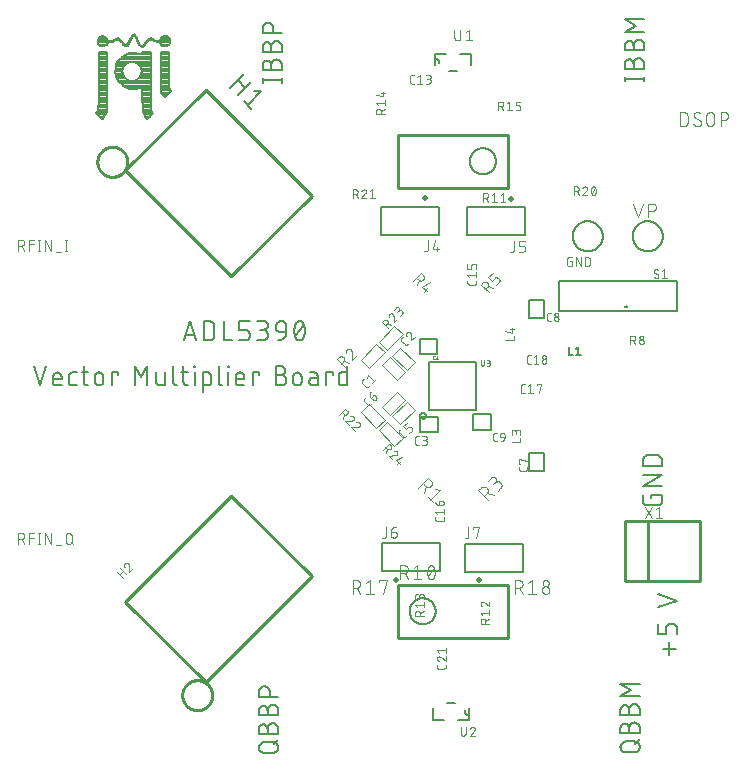
<source format=gto>
G04 EAGLE Gerber RS-274X export*
G75*
%MOMM*%
%FSLAX34Y34*%
%LPD*%
%INSilkscreen Top*%
%IPPOS*%
%AMOC8*
5,1,8,0,0,1.08239X$1,22.5*%
G01*
%ADD10C,0.152400*%
%ADD11C,0.076200*%
%ADD12C,0.050000*%
%ADD13C,0.050800*%
%ADD14C,0.127000*%
%ADD15C,0.101600*%
%ADD16C,0.254000*%
%ADD17C,0.200000*%
%ADD18C,0.025400*%
%ADD19C,0.203200*%
%ADD20C,0.150000*%
%ADD21C,0.500000*%


D10*
X564416Y89662D02*
X564416Y100499D01*
X569835Y95081D02*
X558998Y95081D01*
X570738Y107238D02*
X570738Y112657D01*
X570736Y112775D01*
X570730Y112893D01*
X570721Y113011D01*
X570707Y113128D01*
X570690Y113245D01*
X570669Y113362D01*
X570644Y113477D01*
X570615Y113592D01*
X570582Y113706D01*
X570546Y113818D01*
X570506Y113929D01*
X570463Y114039D01*
X570416Y114148D01*
X570366Y114255D01*
X570311Y114360D01*
X570254Y114463D01*
X570193Y114564D01*
X570129Y114664D01*
X570062Y114761D01*
X569992Y114856D01*
X569918Y114948D01*
X569842Y115039D01*
X569762Y115126D01*
X569680Y115211D01*
X569595Y115293D01*
X569508Y115373D01*
X569417Y115449D01*
X569325Y115523D01*
X569230Y115593D01*
X569133Y115660D01*
X569033Y115724D01*
X568932Y115785D01*
X568829Y115842D01*
X568724Y115897D01*
X568617Y115947D01*
X568508Y115994D01*
X568398Y116037D01*
X568287Y116077D01*
X568175Y116113D01*
X568061Y116146D01*
X567946Y116175D01*
X567831Y116200D01*
X567714Y116221D01*
X567597Y116238D01*
X567480Y116252D01*
X567362Y116261D01*
X567244Y116267D01*
X567126Y116269D01*
X567126Y116270D02*
X565319Y116270D01*
X565319Y116269D02*
X565201Y116267D01*
X565083Y116261D01*
X564965Y116252D01*
X564848Y116238D01*
X564731Y116221D01*
X564614Y116200D01*
X564499Y116175D01*
X564384Y116146D01*
X564270Y116113D01*
X564158Y116077D01*
X564047Y116037D01*
X563937Y115994D01*
X563828Y115947D01*
X563721Y115897D01*
X563616Y115842D01*
X563513Y115785D01*
X563412Y115724D01*
X563312Y115660D01*
X563215Y115593D01*
X563120Y115523D01*
X563028Y115449D01*
X562937Y115373D01*
X562850Y115293D01*
X562765Y115211D01*
X562683Y115126D01*
X562603Y115039D01*
X562527Y114948D01*
X562453Y114856D01*
X562383Y114761D01*
X562316Y114664D01*
X562252Y114564D01*
X562191Y114463D01*
X562134Y114360D01*
X562079Y114255D01*
X562029Y114148D01*
X561982Y114039D01*
X561939Y113929D01*
X561899Y113818D01*
X561863Y113706D01*
X561830Y113592D01*
X561801Y113477D01*
X561776Y113362D01*
X561755Y113245D01*
X561738Y113128D01*
X561724Y113011D01*
X561715Y112893D01*
X561709Y112775D01*
X561707Y112657D01*
X561707Y107238D01*
X554482Y107238D01*
X554482Y116270D01*
X554482Y130303D02*
X570738Y135722D01*
X554482Y141140D01*
X549007Y222984D02*
X549007Y225693D01*
X558038Y225693D01*
X558038Y220274D01*
X558036Y220156D01*
X558030Y220038D01*
X558021Y219920D01*
X558007Y219803D01*
X557990Y219686D01*
X557969Y219569D01*
X557944Y219454D01*
X557915Y219339D01*
X557882Y219225D01*
X557846Y219113D01*
X557806Y219002D01*
X557763Y218892D01*
X557716Y218783D01*
X557666Y218676D01*
X557611Y218571D01*
X557554Y218468D01*
X557493Y218367D01*
X557429Y218267D01*
X557362Y218170D01*
X557292Y218075D01*
X557218Y217983D01*
X557142Y217892D01*
X557062Y217805D01*
X556980Y217720D01*
X556895Y217638D01*
X556808Y217558D01*
X556717Y217482D01*
X556625Y217408D01*
X556530Y217338D01*
X556433Y217271D01*
X556333Y217207D01*
X556232Y217146D01*
X556129Y217089D01*
X556024Y217034D01*
X555917Y216984D01*
X555808Y216937D01*
X555698Y216894D01*
X555587Y216854D01*
X555475Y216818D01*
X555361Y216785D01*
X555246Y216756D01*
X555131Y216731D01*
X555014Y216710D01*
X554897Y216693D01*
X554780Y216679D01*
X554662Y216670D01*
X554544Y216664D01*
X554426Y216662D01*
X545394Y216662D01*
X545276Y216664D01*
X545158Y216670D01*
X545040Y216679D01*
X544922Y216693D01*
X544805Y216710D01*
X544689Y216731D01*
X544574Y216756D01*
X544459Y216785D01*
X544345Y216818D01*
X544233Y216854D01*
X544121Y216894D01*
X544011Y216937D01*
X543903Y216984D01*
X543796Y217035D01*
X543691Y217089D01*
X543588Y217146D01*
X543486Y217207D01*
X543387Y217271D01*
X543290Y217338D01*
X543195Y217409D01*
X543102Y217482D01*
X543012Y217559D01*
X542924Y217638D01*
X542839Y217720D01*
X542757Y217805D01*
X542678Y217893D01*
X542601Y217983D01*
X542528Y218076D01*
X542457Y218170D01*
X542390Y218268D01*
X542326Y218367D01*
X542265Y218468D01*
X542208Y218572D01*
X542154Y218677D01*
X542103Y218784D01*
X542056Y218892D01*
X542013Y219002D01*
X541973Y219114D01*
X541937Y219226D01*
X541904Y219340D01*
X541875Y219455D01*
X541850Y219570D01*
X541829Y219686D01*
X541812Y219803D01*
X541798Y219921D01*
X541789Y220039D01*
X541783Y220157D01*
X541781Y220275D01*
X541782Y220274D02*
X541782Y225693D01*
X541782Y233335D02*
X558038Y233335D01*
X558038Y242366D02*
X541782Y233335D01*
X541782Y242366D02*
X558038Y242366D01*
X558038Y250009D02*
X541782Y250009D01*
X541782Y254524D01*
X541784Y254655D01*
X541790Y254787D01*
X541799Y254918D01*
X541813Y255048D01*
X541830Y255179D01*
X541851Y255308D01*
X541875Y255437D01*
X541904Y255565D01*
X541936Y255693D01*
X541972Y255819D01*
X542011Y255944D01*
X542054Y256069D01*
X542101Y256191D01*
X542151Y256313D01*
X542205Y256433D01*
X542262Y256551D01*
X542323Y256667D01*
X542387Y256782D01*
X542454Y256895D01*
X542525Y257006D01*
X542599Y257114D01*
X542676Y257221D01*
X542756Y257325D01*
X542839Y257427D01*
X542924Y257526D01*
X543013Y257623D01*
X543105Y257717D01*
X543199Y257809D01*
X543296Y257898D01*
X543395Y257983D01*
X543497Y258066D01*
X543601Y258146D01*
X543708Y258223D01*
X543816Y258297D01*
X543927Y258368D01*
X544040Y258435D01*
X544155Y258499D01*
X544271Y258560D01*
X544389Y258617D01*
X544509Y258671D01*
X544631Y258721D01*
X544753Y258768D01*
X544878Y258811D01*
X545003Y258850D01*
X545129Y258886D01*
X545257Y258918D01*
X545385Y258947D01*
X545514Y258971D01*
X545643Y258992D01*
X545774Y259009D01*
X545904Y259023D01*
X546035Y259032D01*
X546167Y259038D01*
X546298Y259040D01*
X553522Y259040D01*
X553653Y259038D01*
X553785Y259032D01*
X553916Y259023D01*
X554046Y259009D01*
X554177Y258992D01*
X554306Y258971D01*
X554435Y258947D01*
X554563Y258918D01*
X554691Y258886D01*
X554817Y258850D01*
X554942Y258811D01*
X555067Y258768D01*
X555189Y258721D01*
X555311Y258671D01*
X555431Y258617D01*
X555549Y258560D01*
X555665Y258499D01*
X555780Y258435D01*
X555893Y258368D01*
X556004Y258297D01*
X556112Y258223D01*
X556219Y258146D01*
X556323Y258066D01*
X556425Y257983D01*
X556524Y257898D01*
X556621Y257809D01*
X556715Y257717D01*
X556807Y257623D01*
X556896Y257526D01*
X556981Y257427D01*
X557064Y257325D01*
X557144Y257221D01*
X557221Y257114D01*
X557295Y257006D01*
X557366Y256895D01*
X557433Y256782D01*
X557497Y256667D01*
X557558Y256551D01*
X557615Y256433D01*
X557669Y256313D01*
X557719Y256191D01*
X557766Y256069D01*
X557809Y255944D01*
X557848Y255819D01*
X557884Y255693D01*
X557916Y255565D01*
X557945Y255437D01*
X557969Y255308D01*
X557990Y255178D01*
X558007Y255048D01*
X558021Y254918D01*
X558030Y254787D01*
X558036Y254655D01*
X558038Y254524D01*
X558038Y250009D01*
X158581Y372618D02*
X153162Y356362D01*
X163999Y356362D02*
X158581Y372618D01*
X162645Y360426D02*
X154517Y360426D01*
X170217Y356362D02*
X170217Y372618D01*
X174733Y372618D01*
X174864Y372616D01*
X174996Y372610D01*
X175127Y372601D01*
X175257Y372587D01*
X175388Y372570D01*
X175517Y372549D01*
X175646Y372525D01*
X175774Y372496D01*
X175902Y372464D01*
X176028Y372428D01*
X176153Y372389D01*
X176278Y372346D01*
X176400Y372299D01*
X176522Y372249D01*
X176642Y372195D01*
X176760Y372138D01*
X176876Y372077D01*
X176991Y372013D01*
X177104Y371946D01*
X177215Y371875D01*
X177323Y371801D01*
X177430Y371724D01*
X177534Y371644D01*
X177636Y371561D01*
X177735Y371476D01*
X177832Y371387D01*
X177926Y371295D01*
X178018Y371201D01*
X178107Y371104D01*
X178192Y371005D01*
X178275Y370903D01*
X178355Y370799D01*
X178432Y370692D01*
X178506Y370584D01*
X178577Y370473D01*
X178644Y370360D01*
X178708Y370245D01*
X178769Y370129D01*
X178826Y370011D01*
X178880Y369891D01*
X178930Y369769D01*
X178977Y369647D01*
X179020Y369522D01*
X179059Y369397D01*
X179095Y369271D01*
X179127Y369143D01*
X179156Y369015D01*
X179180Y368886D01*
X179201Y368757D01*
X179218Y368626D01*
X179232Y368496D01*
X179241Y368365D01*
X179247Y368233D01*
X179249Y368102D01*
X179249Y360878D01*
X179247Y360747D01*
X179241Y360615D01*
X179232Y360484D01*
X179218Y360354D01*
X179201Y360223D01*
X179180Y360094D01*
X179156Y359965D01*
X179127Y359837D01*
X179095Y359709D01*
X179059Y359583D01*
X179020Y359458D01*
X178977Y359333D01*
X178930Y359211D01*
X178880Y359089D01*
X178826Y358969D01*
X178769Y358851D01*
X178708Y358735D01*
X178644Y358620D01*
X178577Y358507D01*
X178506Y358396D01*
X178432Y358288D01*
X178355Y358181D01*
X178275Y358077D01*
X178192Y357975D01*
X178107Y357876D01*
X178018Y357779D01*
X177926Y357685D01*
X177832Y357593D01*
X177735Y357504D01*
X177636Y357419D01*
X177534Y357336D01*
X177430Y357256D01*
X177323Y357179D01*
X177215Y357105D01*
X177104Y357034D01*
X176991Y356967D01*
X176876Y356903D01*
X176760Y356842D01*
X176642Y356785D01*
X176522Y356731D01*
X176400Y356681D01*
X176278Y356634D01*
X176153Y356591D01*
X176028Y356552D01*
X175902Y356516D01*
X175774Y356484D01*
X175646Y356455D01*
X175517Y356431D01*
X175387Y356410D01*
X175257Y356393D01*
X175127Y356379D01*
X174996Y356370D01*
X174864Y356364D01*
X174733Y356362D01*
X170217Y356362D01*
X186921Y356362D02*
X186921Y372618D01*
X186921Y356362D02*
X194145Y356362D01*
X199917Y356362D02*
X205335Y356362D01*
X205453Y356364D01*
X205571Y356370D01*
X205689Y356379D01*
X205806Y356393D01*
X205923Y356410D01*
X206040Y356431D01*
X206155Y356456D01*
X206270Y356485D01*
X206384Y356518D01*
X206496Y356554D01*
X206607Y356594D01*
X206717Y356637D01*
X206826Y356684D01*
X206933Y356734D01*
X207038Y356789D01*
X207141Y356846D01*
X207242Y356907D01*
X207342Y356971D01*
X207439Y357038D01*
X207534Y357108D01*
X207626Y357182D01*
X207717Y357258D01*
X207804Y357338D01*
X207889Y357420D01*
X207971Y357505D01*
X208051Y357592D01*
X208127Y357683D01*
X208201Y357775D01*
X208271Y357870D01*
X208338Y357967D01*
X208402Y358067D01*
X208463Y358168D01*
X208520Y358271D01*
X208575Y358376D01*
X208625Y358483D01*
X208672Y358592D01*
X208715Y358702D01*
X208755Y358813D01*
X208791Y358925D01*
X208824Y359039D01*
X208853Y359154D01*
X208878Y359269D01*
X208899Y359386D01*
X208916Y359503D01*
X208930Y359620D01*
X208939Y359738D01*
X208945Y359856D01*
X208947Y359974D01*
X208948Y359974D02*
X208948Y361781D01*
X208947Y361781D02*
X208945Y361899D01*
X208939Y362017D01*
X208930Y362135D01*
X208916Y362252D01*
X208899Y362369D01*
X208878Y362486D01*
X208853Y362601D01*
X208824Y362716D01*
X208791Y362830D01*
X208755Y362942D01*
X208715Y363053D01*
X208672Y363163D01*
X208625Y363272D01*
X208575Y363379D01*
X208520Y363484D01*
X208463Y363587D01*
X208402Y363688D01*
X208338Y363788D01*
X208271Y363885D01*
X208201Y363980D01*
X208127Y364072D01*
X208051Y364163D01*
X207971Y364250D01*
X207889Y364335D01*
X207804Y364417D01*
X207717Y364497D01*
X207626Y364573D01*
X207534Y364647D01*
X207439Y364717D01*
X207342Y364784D01*
X207242Y364848D01*
X207141Y364909D01*
X207038Y364966D01*
X206933Y365021D01*
X206826Y365071D01*
X206717Y365118D01*
X206607Y365161D01*
X206496Y365201D01*
X206384Y365237D01*
X206270Y365270D01*
X206155Y365299D01*
X206040Y365324D01*
X205923Y365345D01*
X205806Y365362D01*
X205689Y365376D01*
X205571Y365385D01*
X205453Y365391D01*
X205335Y365393D01*
X199917Y365393D01*
X199917Y372618D01*
X208948Y372618D01*
X215548Y356362D02*
X220064Y356362D01*
X220197Y356364D01*
X220329Y356370D01*
X220461Y356380D01*
X220593Y356393D01*
X220725Y356411D01*
X220855Y356432D01*
X220986Y356457D01*
X221115Y356486D01*
X221243Y356519D01*
X221371Y356555D01*
X221497Y356595D01*
X221622Y356639D01*
X221746Y356687D01*
X221868Y356738D01*
X221989Y356793D01*
X222108Y356851D01*
X222226Y356913D01*
X222341Y356978D01*
X222455Y357047D01*
X222566Y357118D01*
X222675Y357194D01*
X222782Y357272D01*
X222887Y357353D01*
X222989Y357438D01*
X223089Y357525D01*
X223186Y357615D01*
X223281Y357708D01*
X223372Y357804D01*
X223461Y357902D01*
X223547Y358003D01*
X223630Y358107D01*
X223710Y358213D01*
X223786Y358321D01*
X223860Y358431D01*
X223930Y358544D01*
X223997Y358658D01*
X224060Y358775D01*
X224120Y358893D01*
X224177Y359013D01*
X224230Y359135D01*
X224279Y359258D01*
X224325Y359382D01*
X224367Y359508D01*
X224405Y359635D01*
X224440Y359763D01*
X224471Y359892D01*
X224498Y360021D01*
X224521Y360152D01*
X224541Y360283D01*
X224556Y360415D01*
X224568Y360547D01*
X224576Y360679D01*
X224580Y360812D01*
X224580Y360944D01*
X224576Y361077D01*
X224568Y361209D01*
X224556Y361341D01*
X224541Y361473D01*
X224521Y361604D01*
X224498Y361735D01*
X224471Y361864D01*
X224440Y361993D01*
X224405Y362121D01*
X224367Y362248D01*
X224325Y362374D01*
X224279Y362498D01*
X224230Y362621D01*
X224177Y362743D01*
X224120Y362863D01*
X224060Y362981D01*
X223997Y363098D01*
X223930Y363212D01*
X223860Y363325D01*
X223786Y363435D01*
X223710Y363543D01*
X223630Y363649D01*
X223547Y363753D01*
X223461Y363854D01*
X223372Y363952D01*
X223281Y364048D01*
X223186Y364141D01*
X223089Y364231D01*
X222989Y364318D01*
X222887Y364403D01*
X222782Y364484D01*
X222675Y364562D01*
X222566Y364638D01*
X222455Y364709D01*
X222341Y364778D01*
X222226Y364843D01*
X222108Y364905D01*
X221989Y364963D01*
X221868Y365018D01*
X221746Y365069D01*
X221622Y365117D01*
X221497Y365161D01*
X221371Y365201D01*
X221243Y365237D01*
X221115Y365270D01*
X220986Y365299D01*
X220855Y365324D01*
X220725Y365345D01*
X220593Y365363D01*
X220461Y365376D01*
X220329Y365386D01*
X220197Y365392D01*
X220064Y365394D01*
X220967Y372618D02*
X215548Y372618D01*
X220967Y372618D02*
X221086Y372616D01*
X221206Y372610D01*
X221325Y372600D01*
X221443Y372586D01*
X221562Y372569D01*
X221679Y372547D01*
X221796Y372522D01*
X221911Y372492D01*
X222026Y372459D01*
X222140Y372422D01*
X222252Y372382D01*
X222363Y372337D01*
X222472Y372289D01*
X222580Y372238D01*
X222686Y372183D01*
X222790Y372124D01*
X222892Y372062D01*
X222992Y371997D01*
X223090Y371928D01*
X223186Y371856D01*
X223279Y371781D01*
X223369Y371704D01*
X223457Y371623D01*
X223542Y371539D01*
X223624Y371452D01*
X223704Y371363D01*
X223780Y371271D01*
X223854Y371177D01*
X223924Y371080D01*
X223991Y370982D01*
X224055Y370881D01*
X224115Y370777D01*
X224172Y370672D01*
X224225Y370565D01*
X224275Y370457D01*
X224321Y370347D01*
X224363Y370235D01*
X224402Y370122D01*
X224437Y370008D01*
X224468Y369893D01*
X224496Y369776D01*
X224519Y369659D01*
X224539Y369542D01*
X224555Y369423D01*
X224567Y369304D01*
X224575Y369185D01*
X224579Y369066D01*
X224579Y368946D01*
X224575Y368827D01*
X224567Y368708D01*
X224555Y368589D01*
X224539Y368470D01*
X224519Y368353D01*
X224496Y368236D01*
X224468Y368119D01*
X224437Y368004D01*
X224402Y367890D01*
X224363Y367777D01*
X224321Y367665D01*
X224275Y367555D01*
X224225Y367447D01*
X224172Y367340D01*
X224115Y367235D01*
X224055Y367131D01*
X223991Y367030D01*
X223924Y366932D01*
X223854Y366835D01*
X223780Y366741D01*
X223704Y366649D01*
X223624Y366560D01*
X223542Y366473D01*
X223457Y366389D01*
X223369Y366308D01*
X223279Y366231D01*
X223186Y366156D01*
X223090Y366084D01*
X222992Y366015D01*
X222892Y365950D01*
X222790Y365888D01*
X222686Y365829D01*
X222580Y365774D01*
X222472Y365723D01*
X222363Y365675D01*
X222252Y365630D01*
X222140Y365590D01*
X222026Y365553D01*
X221911Y365520D01*
X221796Y365490D01*
X221679Y365465D01*
X221562Y365443D01*
X221443Y365426D01*
X221325Y365412D01*
X221206Y365402D01*
X221086Y365396D01*
X220967Y365394D01*
X220967Y365393D02*
X217354Y365393D01*
X234792Y363587D02*
X240210Y363587D01*
X234792Y363587D02*
X234674Y363589D01*
X234556Y363595D01*
X234438Y363604D01*
X234321Y363618D01*
X234204Y363635D01*
X234087Y363656D01*
X233972Y363681D01*
X233857Y363710D01*
X233743Y363743D01*
X233631Y363779D01*
X233520Y363819D01*
X233410Y363862D01*
X233301Y363909D01*
X233194Y363959D01*
X233089Y364014D01*
X232986Y364071D01*
X232885Y364132D01*
X232785Y364196D01*
X232688Y364263D01*
X232593Y364333D01*
X232501Y364407D01*
X232410Y364483D01*
X232323Y364563D01*
X232238Y364645D01*
X232156Y364730D01*
X232076Y364817D01*
X232000Y364908D01*
X231926Y365000D01*
X231856Y365095D01*
X231789Y365192D01*
X231725Y365292D01*
X231664Y365393D01*
X231607Y365496D01*
X231552Y365601D01*
X231502Y365708D01*
X231455Y365817D01*
X231412Y365927D01*
X231372Y366038D01*
X231336Y366150D01*
X231303Y366264D01*
X231274Y366379D01*
X231249Y366494D01*
X231228Y366611D01*
X231211Y366728D01*
X231197Y366845D01*
X231188Y366963D01*
X231182Y367081D01*
X231180Y367199D01*
X231179Y367199D02*
X231179Y368102D01*
X231181Y368235D01*
X231187Y368367D01*
X231197Y368499D01*
X231210Y368631D01*
X231228Y368763D01*
X231249Y368893D01*
X231274Y369024D01*
X231303Y369153D01*
X231336Y369281D01*
X231372Y369409D01*
X231412Y369535D01*
X231456Y369660D01*
X231504Y369784D01*
X231555Y369906D01*
X231610Y370027D01*
X231668Y370146D01*
X231730Y370264D01*
X231795Y370379D01*
X231864Y370493D01*
X231935Y370604D01*
X232011Y370713D01*
X232089Y370820D01*
X232170Y370925D01*
X232255Y371027D01*
X232342Y371127D01*
X232432Y371224D01*
X232525Y371319D01*
X232621Y371410D01*
X232719Y371499D01*
X232820Y371585D01*
X232924Y371668D01*
X233030Y371748D01*
X233138Y371824D01*
X233248Y371898D01*
X233361Y371968D01*
X233475Y372035D01*
X233592Y372098D01*
X233710Y372158D01*
X233830Y372215D01*
X233952Y372268D01*
X234075Y372317D01*
X234199Y372363D01*
X234325Y372405D01*
X234452Y372443D01*
X234580Y372478D01*
X234709Y372509D01*
X234838Y372536D01*
X234969Y372559D01*
X235100Y372579D01*
X235232Y372594D01*
X235364Y372606D01*
X235496Y372614D01*
X235629Y372618D01*
X235761Y372618D01*
X235894Y372614D01*
X236026Y372606D01*
X236158Y372594D01*
X236290Y372579D01*
X236421Y372559D01*
X236552Y372536D01*
X236681Y372509D01*
X236810Y372478D01*
X236938Y372443D01*
X237065Y372405D01*
X237191Y372363D01*
X237315Y372317D01*
X237438Y372268D01*
X237560Y372215D01*
X237680Y372158D01*
X237798Y372098D01*
X237915Y372035D01*
X238029Y371968D01*
X238142Y371898D01*
X238252Y371824D01*
X238360Y371748D01*
X238466Y371668D01*
X238570Y371585D01*
X238671Y371499D01*
X238769Y371410D01*
X238865Y371319D01*
X238958Y371224D01*
X239048Y371127D01*
X239135Y371027D01*
X239220Y370925D01*
X239301Y370820D01*
X239379Y370713D01*
X239455Y370604D01*
X239526Y370493D01*
X239595Y370379D01*
X239660Y370264D01*
X239722Y370146D01*
X239780Y370027D01*
X239835Y369906D01*
X239886Y369784D01*
X239934Y369660D01*
X239978Y369535D01*
X240018Y369409D01*
X240054Y369281D01*
X240087Y369153D01*
X240116Y369024D01*
X240141Y368893D01*
X240162Y368763D01*
X240180Y368631D01*
X240193Y368499D01*
X240203Y368367D01*
X240209Y368235D01*
X240211Y368102D01*
X240210Y368102D02*
X240210Y363587D01*
X240208Y363412D01*
X240202Y363238D01*
X240191Y363064D01*
X240176Y362890D01*
X240157Y362716D01*
X240134Y362543D01*
X240107Y362371D01*
X240075Y362199D01*
X240040Y362028D01*
X240000Y361858D01*
X239956Y361689D01*
X239908Y361521D01*
X239856Y361354D01*
X239800Y361189D01*
X239740Y361025D01*
X239677Y360862D01*
X239609Y360702D01*
X239537Y360542D01*
X239462Y360385D01*
X239382Y360229D01*
X239299Y360076D01*
X239213Y359924D01*
X239122Y359775D01*
X239028Y359628D01*
X238931Y359483D01*
X238830Y359340D01*
X238726Y359200D01*
X238618Y359063D01*
X238507Y358928D01*
X238393Y358796D01*
X238276Y358667D01*
X238155Y358540D01*
X238032Y358417D01*
X237905Y358296D01*
X237776Y358179D01*
X237644Y358065D01*
X237509Y357954D01*
X237372Y357846D01*
X237232Y357742D01*
X237089Y357641D01*
X236944Y357544D01*
X236797Y357450D01*
X236648Y357359D01*
X236496Y357273D01*
X236343Y357190D01*
X236187Y357110D01*
X236030Y357035D01*
X235870Y356963D01*
X235710Y356895D01*
X235547Y356832D01*
X235383Y356772D01*
X235218Y356716D01*
X235051Y356664D01*
X234883Y356616D01*
X234714Y356572D01*
X234544Y356532D01*
X234373Y356497D01*
X234201Y356465D01*
X234029Y356438D01*
X233856Y356415D01*
X233682Y356396D01*
X233508Y356381D01*
X233334Y356370D01*
X233160Y356364D01*
X232985Y356362D01*
X246811Y364490D02*
X246815Y364810D01*
X246826Y365129D01*
X246845Y365449D01*
X246872Y365767D01*
X246906Y366085D01*
X246948Y366402D01*
X246998Y366718D01*
X247055Y367033D01*
X247119Y367346D01*
X247191Y367658D01*
X247270Y367968D01*
X247357Y368275D01*
X247451Y368581D01*
X247552Y368884D01*
X247661Y369185D01*
X247776Y369483D01*
X247899Y369779D01*
X248029Y370071D01*
X248166Y370360D01*
X248165Y370361D02*
X248204Y370469D01*
X248247Y370576D01*
X248293Y370681D01*
X248344Y370785D01*
X248397Y370887D01*
X248454Y370987D01*
X248515Y371085D01*
X248579Y371180D01*
X248646Y371274D01*
X248717Y371365D01*
X248790Y371454D01*
X248867Y371540D01*
X248946Y371623D01*
X249028Y371704D01*
X249113Y371782D01*
X249201Y371856D01*
X249291Y371928D01*
X249383Y371996D01*
X249478Y372062D01*
X249575Y372124D01*
X249674Y372182D01*
X249776Y372238D01*
X249878Y372289D01*
X249983Y372337D01*
X250089Y372382D01*
X250197Y372423D01*
X250306Y372460D01*
X250416Y372493D01*
X250528Y372522D01*
X250640Y372548D01*
X250753Y372570D01*
X250867Y372587D01*
X250981Y372601D01*
X251096Y372611D01*
X251211Y372617D01*
X251326Y372619D01*
X251326Y372618D02*
X251441Y372616D01*
X251556Y372610D01*
X251671Y372600D01*
X251785Y372586D01*
X251899Y372569D01*
X252012Y372547D01*
X252124Y372521D01*
X252236Y372492D01*
X252346Y372459D01*
X252455Y372422D01*
X252563Y372381D01*
X252669Y372336D01*
X252774Y372288D01*
X252876Y372237D01*
X252977Y372181D01*
X253077Y372123D01*
X253174Y372061D01*
X253268Y371996D01*
X253361Y371927D01*
X253451Y371855D01*
X253539Y371781D01*
X253624Y371703D01*
X253706Y371622D01*
X253785Y371539D01*
X253862Y371453D01*
X253935Y371364D01*
X254006Y371273D01*
X254073Y371179D01*
X254137Y371084D01*
X254198Y370986D01*
X254255Y370886D01*
X254308Y370784D01*
X254359Y370680D01*
X254405Y370575D01*
X254448Y370468D01*
X254487Y370360D01*
X254486Y370360D02*
X254623Y370071D01*
X254753Y369779D01*
X254876Y369483D01*
X254991Y369185D01*
X255100Y368884D01*
X255201Y368581D01*
X255295Y368275D01*
X255382Y367968D01*
X255461Y367658D01*
X255533Y367346D01*
X255597Y367033D01*
X255654Y366718D01*
X255704Y366402D01*
X255746Y366085D01*
X255780Y365767D01*
X255807Y365449D01*
X255826Y365129D01*
X255837Y364810D01*
X255841Y364490D01*
X246811Y364490D02*
X246815Y364170D01*
X246826Y363851D01*
X246845Y363531D01*
X246872Y363213D01*
X246906Y362895D01*
X246948Y362578D01*
X246998Y362262D01*
X247055Y361947D01*
X247119Y361634D01*
X247191Y361322D01*
X247270Y361012D01*
X247357Y360705D01*
X247451Y360399D01*
X247552Y360096D01*
X247661Y359795D01*
X247776Y359497D01*
X247899Y359201D01*
X248029Y358909D01*
X248166Y358620D01*
X248165Y358620D02*
X248204Y358512D01*
X248247Y358405D01*
X248293Y358300D01*
X248344Y358196D01*
X248397Y358094D01*
X248454Y357994D01*
X248515Y357896D01*
X248579Y357801D01*
X248646Y357707D01*
X248717Y357616D01*
X248790Y357527D01*
X248867Y357441D01*
X248946Y357358D01*
X249028Y357277D01*
X249113Y357199D01*
X249201Y357125D01*
X249291Y357053D01*
X249384Y356984D01*
X249478Y356919D01*
X249575Y356857D01*
X249675Y356799D01*
X249776Y356743D01*
X249878Y356692D01*
X249983Y356644D01*
X250089Y356599D01*
X250197Y356558D01*
X250306Y356521D01*
X250416Y356488D01*
X250528Y356459D01*
X250640Y356433D01*
X250753Y356411D01*
X250867Y356394D01*
X250981Y356380D01*
X251096Y356370D01*
X251211Y356364D01*
X251326Y356362D01*
X254486Y358620D02*
X254623Y358909D01*
X254753Y359201D01*
X254876Y359497D01*
X254991Y359795D01*
X255100Y360096D01*
X255201Y360399D01*
X255295Y360705D01*
X255382Y361012D01*
X255461Y361322D01*
X255533Y361634D01*
X255597Y361947D01*
X255654Y362262D01*
X255704Y362578D01*
X255746Y362895D01*
X255780Y363213D01*
X255807Y363531D01*
X255826Y363851D01*
X255837Y364170D01*
X255841Y364490D01*
X254487Y358620D02*
X254448Y358512D01*
X254405Y358405D01*
X254359Y358300D01*
X254308Y358196D01*
X254255Y358094D01*
X254198Y357994D01*
X254137Y357896D01*
X254073Y357801D01*
X254006Y357707D01*
X253935Y357616D01*
X253862Y357527D01*
X253785Y357441D01*
X253706Y357358D01*
X253624Y357277D01*
X253539Y357199D01*
X253451Y357125D01*
X253361Y357053D01*
X253268Y356984D01*
X253174Y356919D01*
X253077Y356857D01*
X252977Y356799D01*
X252876Y356743D01*
X252773Y356692D01*
X252669Y356644D01*
X252563Y356599D01*
X252455Y356558D01*
X252346Y356521D01*
X252236Y356488D01*
X252124Y356459D01*
X252012Y356433D01*
X251899Y356411D01*
X251785Y356394D01*
X251671Y356380D01*
X251556Y356370D01*
X251441Y356364D01*
X251326Y356362D01*
X247714Y359974D02*
X254938Y369006D01*
X31581Y318262D02*
X26162Y334518D01*
X36999Y334518D02*
X31581Y318262D01*
X45267Y318262D02*
X49782Y318262D01*
X45267Y318262D02*
X45166Y318264D01*
X45065Y318270D01*
X44964Y318279D01*
X44863Y318292D01*
X44763Y318309D01*
X44664Y318330D01*
X44566Y318354D01*
X44469Y318382D01*
X44372Y318414D01*
X44277Y318449D01*
X44184Y318488D01*
X44092Y318530D01*
X44001Y318576D01*
X43913Y318625D01*
X43826Y318677D01*
X43741Y318733D01*
X43658Y318791D01*
X43578Y318853D01*
X43500Y318918D01*
X43424Y318985D01*
X43351Y319055D01*
X43281Y319128D01*
X43214Y319204D01*
X43149Y319282D01*
X43087Y319362D01*
X43029Y319445D01*
X42973Y319530D01*
X42921Y319617D01*
X42872Y319705D01*
X42826Y319796D01*
X42784Y319888D01*
X42745Y319981D01*
X42710Y320076D01*
X42678Y320173D01*
X42650Y320270D01*
X42626Y320368D01*
X42605Y320467D01*
X42588Y320567D01*
X42575Y320668D01*
X42566Y320769D01*
X42560Y320870D01*
X42558Y320971D01*
X42557Y320971D02*
X42557Y325487D01*
X42558Y325487D02*
X42560Y325606D01*
X42566Y325726D01*
X42576Y325845D01*
X42590Y325963D01*
X42607Y326082D01*
X42629Y326199D01*
X42654Y326316D01*
X42684Y326431D01*
X42717Y326546D01*
X42754Y326660D01*
X42794Y326772D01*
X42839Y326883D01*
X42887Y326992D01*
X42938Y327100D01*
X42993Y327206D01*
X43052Y327310D01*
X43114Y327412D01*
X43179Y327512D01*
X43248Y327610D01*
X43320Y327706D01*
X43395Y327799D01*
X43472Y327889D01*
X43553Y327977D01*
X43637Y328062D01*
X43724Y328144D01*
X43813Y328224D01*
X43905Y328300D01*
X43999Y328374D01*
X44096Y328444D01*
X44194Y328511D01*
X44295Y328575D01*
X44399Y328635D01*
X44504Y328692D01*
X44611Y328745D01*
X44719Y328795D01*
X44829Y328841D01*
X44941Y328883D01*
X45054Y328922D01*
X45168Y328957D01*
X45283Y328988D01*
X45400Y329016D01*
X45517Y329039D01*
X45634Y329059D01*
X45753Y329075D01*
X45872Y329087D01*
X45991Y329095D01*
X46110Y329099D01*
X46230Y329099D01*
X46349Y329095D01*
X46468Y329087D01*
X46587Y329075D01*
X46706Y329059D01*
X46823Y329039D01*
X46940Y329016D01*
X47057Y328988D01*
X47172Y328957D01*
X47286Y328922D01*
X47399Y328883D01*
X47511Y328841D01*
X47621Y328795D01*
X47729Y328745D01*
X47836Y328692D01*
X47941Y328635D01*
X48045Y328575D01*
X48146Y328511D01*
X48244Y328444D01*
X48341Y328374D01*
X48435Y328300D01*
X48527Y328224D01*
X48616Y328144D01*
X48703Y328062D01*
X48787Y327977D01*
X48868Y327889D01*
X48945Y327799D01*
X49020Y327706D01*
X49092Y327610D01*
X49161Y327512D01*
X49226Y327412D01*
X49288Y327310D01*
X49347Y327206D01*
X49402Y327100D01*
X49453Y326992D01*
X49501Y326883D01*
X49546Y326772D01*
X49586Y326660D01*
X49623Y326546D01*
X49656Y326431D01*
X49686Y326316D01*
X49711Y326199D01*
X49733Y326082D01*
X49750Y325963D01*
X49764Y325845D01*
X49774Y325726D01*
X49780Y325606D01*
X49782Y325487D01*
X49782Y323681D01*
X42557Y323681D01*
X58831Y318262D02*
X62444Y318262D01*
X58831Y318262D02*
X58730Y318264D01*
X58629Y318270D01*
X58528Y318279D01*
X58427Y318292D01*
X58327Y318309D01*
X58228Y318330D01*
X58130Y318354D01*
X58033Y318382D01*
X57936Y318414D01*
X57841Y318449D01*
X57748Y318488D01*
X57656Y318530D01*
X57565Y318576D01*
X57477Y318625D01*
X57390Y318677D01*
X57305Y318733D01*
X57222Y318791D01*
X57142Y318853D01*
X57064Y318918D01*
X56988Y318985D01*
X56915Y319055D01*
X56845Y319128D01*
X56778Y319204D01*
X56713Y319282D01*
X56651Y319362D01*
X56593Y319445D01*
X56537Y319530D01*
X56485Y319617D01*
X56436Y319705D01*
X56390Y319796D01*
X56348Y319888D01*
X56309Y319981D01*
X56274Y320076D01*
X56242Y320173D01*
X56214Y320270D01*
X56190Y320368D01*
X56169Y320467D01*
X56152Y320567D01*
X56139Y320668D01*
X56130Y320769D01*
X56124Y320870D01*
X56122Y320971D01*
X56122Y326390D01*
X56124Y326491D01*
X56130Y326592D01*
X56139Y326693D01*
X56152Y326794D01*
X56169Y326894D01*
X56190Y326993D01*
X56214Y327091D01*
X56242Y327188D01*
X56274Y327285D01*
X56309Y327380D01*
X56348Y327473D01*
X56390Y327565D01*
X56436Y327656D01*
X56485Y327745D01*
X56537Y327831D01*
X56593Y327916D01*
X56651Y327999D01*
X56713Y328079D01*
X56778Y328157D01*
X56845Y328233D01*
X56915Y328306D01*
X56988Y328376D01*
X57064Y328443D01*
X57142Y328508D01*
X57222Y328570D01*
X57305Y328628D01*
X57390Y328684D01*
X57477Y328736D01*
X57565Y328785D01*
X57656Y328831D01*
X57748Y328873D01*
X57841Y328912D01*
X57936Y328947D01*
X58033Y328979D01*
X58130Y329007D01*
X58228Y329031D01*
X58327Y329052D01*
X58427Y329069D01*
X58528Y329082D01*
X58629Y329091D01*
X58730Y329097D01*
X58831Y329099D01*
X62444Y329099D01*
X66791Y329099D02*
X72210Y329099D01*
X68597Y334518D02*
X68597Y320971D01*
X68598Y320971D02*
X68600Y320870D01*
X68606Y320769D01*
X68615Y320668D01*
X68628Y320567D01*
X68645Y320467D01*
X68666Y320368D01*
X68690Y320270D01*
X68718Y320173D01*
X68750Y320076D01*
X68785Y319981D01*
X68824Y319888D01*
X68866Y319796D01*
X68912Y319705D01*
X68961Y319617D01*
X69013Y319530D01*
X69069Y319445D01*
X69127Y319362D01*
X69189Y319282D01*
X69254Y319204D01*
X69321Y319128D01*
X69391Y319055D01*
X69464Y318985D01*
X69540Y318918D01*
X69618Y318853D01*
X69698Y318791D01*
X69781Y318733D01*
X69866Y318677D01*
X69953Y318625D01*
X70041Y318576D01*
X70132Y318530D01*
X70224Y318488D01*
X70317Y318449D01*
X70412Y318414D01*
X70509Y318382D01*
X70606Y318354D01*
X70704Y318330D01*
X70803Y318309D01*
X70903Y318292D01*
X71004Y318279D01*
X71105Y318270D01*
X71206Y318264D01*
X71307Y318262D01*
X72210Y318262D01*
X77988Y321874D02*
X77988Y325487D01*
X77989Y325487D02*
X77991Y325606D01*
X77997Y325726D01*
X78007Y325845D01*
X78021Y325963D01*
X78038Y326082D01*
X78060Y326199D01*
X78085Y326316D01*
X78115Y326431D01*
X78148Y326546D01*
X78185Y326660D01*
X78225Y326772D01*
X78270Y326883D01*
X78318Y326992D01*
X78369Y327100D01*
X78424Y327206D01*
X78483Y327310D01*
X78545Y327412D01*
X78610Y327512D01*
X78679Y327610D01*
X78751Y327706D01*
X78826Y327799D01*
X78903Y327889D01*
X78984Y327977D01*
X79068Y328062D01*
X79155Y328144D01*
X79244Y328224D01*
X79336Y328300D01*
X79430Y328374D01*
X79527Y328444D01*
X79625Y328511D01*
X79726Y328575D01*
X79830Y328635D01*
X79935Y328692D01*
X80042Y328745D01*
X80150Y328795D01*
X80260Y328841D01*
X80372Y328883D01*
X80485Y328922D01*
X80599Y328957D01*
X80714Y328988D01*
X80831Y329016D01*
X80948Y329039D01*
X81065Y329059D01*
X81184Y329075D01*
X81303Y329087D01*
X81422Y329095D01*
X81541Y329099D01*
X81661Y329099D01*
X81780Y329095D01*
X81899Y329087D01*
X82018Y329075D01*
X82137Y329059D01*
X82254Y329039D01*
X82371Y329016D01*
X82488Y328988D01*
X82603Y328957D01*
X82717Y328922D01*
X82830Y328883D01*
X82942Y328841D01*
X83052Y328795D01*
X83160Y328745D01*
X83267Y328692D01*
X83372Y328635D01*
X83476Y328575D01*
X83577Y328511D01*
X83675Y328444D01*
X83772Y328374D01*
X83866Y328300D01*
X83958Y328224D01*
X84047Y328144D01*
X84134Y328062D01*
X84218Y327977D01*
X84299Y327889D01*
X84376Y327799D01*
X84451Y327706D01*
X84523Y327610D01*
X84592Y327512D01*
X84657Y327412D01*
X84719Y327310D01*
X84778Y327206D01*
X84833Y327100D01*
X84884Y326992D01*
X84932Y326883D01*
X84977Y326772D01*
X85017Y326660D01*
X85054Y326546D01*
X85087Y326431D01*
X85117Y326316D01*
X85142Y326199D01*
X85164Y326082D01*
X85181Y325963D01*
X85195Y325845D01*
X85205Y325726D01*
X85211Y325606D01*
X85213Y325487D01*
X85213Y321874D01*
X85211Y321755D01*
X85205Y321635D01*
X85195Y321516D01*
X85181Y321398D01*
X85164Y321279D01*
X85142Y321162D01*
X85117Y321045D01*
X85087Y320930D01*
X85054Y320815D01*
X85017Y320701D01*
X84977Y320589D01*
X84932Y320478D01*
X84884Y320369D01*
X84833Y320261D01*
X84778Y320155D01*
X84719Y320051D01*
X84657Y319949D01*
X84592Y319849D01*
X84523Y319751D01*
X84451Y319655D01*
X84376Y319562D01*
X84299Y319472D01*
X84218Y319384D01*
X84134Y319299D01*
X84047Y319217D01*
X83958Y319137D01*
X83866Y319061D01*
X83772Y318987D01*
X83675Y318917D01*
X83577Y318850D01*
X83476Y318786D01*
X83372Y318726D01*
X83267Y318669D01*
X83160Y318616D01*
X83052Y318566D01*
X82942Y318520D01*
X82830Y318478D01*
X82717Y318439D01*
X82603Y318404D01*
X82488Y318373D01*
X82371Y318345D01*
X82254Y318322D01*
X82137Y318302D01*
X82018Y318286D01*
X81899Y318274D01*
X81780Y318266D01*
X81661Y318262D01*
X81541Y318262D01*
X81422Y318266D01*
X81303Y318274D01*
X81184Y318286D01*
X81065Y318302D01*
X80948Y318322D01*
X80831Y318345D01*
X80714Y318373D01*
X80599Y318404D01*
X80485Y318439D01*
X80372Y318478D01*
X80260Y318520D01*
X80150Y318566D01*
X80042Y318616D01*
X79935Y318669D01*
X79830Y318726D01*
X79726Y318786D01*
X79625Y318850D01*
X79527Y318917D01*
X79430Y318987D01*
X79336Y319061D01*
X79244Y319137D01*
X79155Y319217D01*
X79068Y319299D01*
X78984Y319384D01*
X78903Y319472D01*
X78826Y319562D01*
X78751Y319655D01*
X78679Y319751D01*
X78610Y319849D01*
X78545Y319949D01*
X78483Y320051D01*
X78424Y320155D01*
X78369Y320261D01*
X78318Y320369D01*
X78270Y320478D01*
X78225Y320589D01*
X78185Y320701D01*
X78148Y320815D01*
X78115Y320930D01*
X78085Y321045D01*
X78060Y321162D01*
X78038Y321279D01*
X78021Y321398D01*
X78007Y321516D01*
X77997Y321635D01*
X77991Y321755D01*
X77989Y321874D01*
X92141Y318262D02*
X92141Y329099D01*
X97560Y329099D01*
X97560Y327293D01*
X111613Y334518D02*
X111613Y318262D01*
X117031Y325487D02*
X111613Y334518D01*
X117031Y325487D02*
X122450Y334518D01*
X122450Y318262D01*
X130092Y320971D02*
X130092Y329099D01*
X130093Y320971D02*
X130095Y320870D01*
X130101Y320769D01*
X130110Y320668D01*
X130123Y320567D01*
X130140Y320467D01*
X130161Y320368D01*
X130185Y320270D01*
X130213Y320173D01*
X130245Y320076D01*
X130280Y319981D01*
X130319Y319888D01*
X130361Y319796D01*
X130407Y319705D01*
X130456Y319617D01*
X130508Y319530D01*
X130564Y319445D01*
X130622Y319362D01*
X130684Y319282D01*
X130749Y319204D01*
X130816Y319128D01*
X130886Y319055D01*
X130959Y318985D01*
X131035Y318918D01*
X131113Y318853D01*
X131193Y318791D01*
X131276Y318733D01*
X131361Y318677D01*
X131448Y318625D01*
X131536Y318576D01*
X131627Y318530D01*
X131719Y318488D01*
X131812Y318449D01*
X131907Y318414D01*
X132004Y318382D01*
X132101Y318354D01*
X132199Y318330D01*
X132298Y318309D01*
X132398Y318292D01*
X132499Y318279D01*
X132600Y318270D01*
X132701Y318264D01*
X132802Y318262D01*
X137317Y318262D01*
X137317Y329099D01*
X144397Y334518D02*
X144397Y320971D01*
X144398Y320971D02*
X144400Y320870D01*
X144406Y320769D01*
X144415Y320668D01*
X144428Y320567D01*
X144445Y320467D01*
X144466Y320368D01*
X144490Y320270D01*
X144518Y320173D01*
X144550Y320076D01*
X144585Y319981D01*
X144624Y319888D01*
X144666Y319796D01*
X144712Y319705D01*
X144761Y319617D01*
X144813Y319530D01*
X144869Y319445D01*
X144927Y319362D01*
X144989Y319282D01*
X145054Y319204D01*
X145121Y319128D01*
X145191Y319055D01*
X145264Y318985D01*
X145340Y318918D01*
X145418Y318853D01*
X145498Y318791D01*
X145581Y318733D01*
X145666Y318677D01*
X145753Y318625D01*
X145841Y318576D01*
X145932Y318530D01*
X146024Y318488D01*
X146117Y318449D01*
X146212Y318414D01*
X146309Y318382D01*
X146406Y318354D01*
X146504Y318330D01*
X146603Y318309D01*
X146703Y318292D01*
X146804Y318279D01*
X146905Y318270D01*
X147006Y318264D01*
X147107Y318262D01*
X151200Y329099D02*
X156618Y329099D01*
X153006Y334518D02*
X153006Y320971D01*
X153008Y320870D01*
X153014Y320769D01*
X153023Y320668D01*
X153036Y320567D01*
X153053Y320467D01*
X153074Y320368D01*
X153098Y320270D01*
X153126Y320173D01*
X153158Y320076D01*
X153193Y319981D01*
X153232Y319888D01*
X153274Y319796D01*
X153320Y319705D01*
X153369Y319617D01*
X153421Y319530D01*
X153477Y319445D01*
X153535Y319362D01*
X153597Y319282D01*
X153662Y319204D01*
X153729Y319128D01*
X153799Y319055D01*
X153872Y318985D01*
X153948Y318918D01*
X154026Y318853D01*
X154106Y318791D01*
X154189Y318733D01*
X154274Y318677D01*
X154361Y318625D01*
X154449Y318576D01*
X154540Y318530D01*
X154632Y318488D01*
X154725Y318449D01*
X154820Y318414D01*
X154917Y318382D01*
X155014Y318354D01*
X155112Y318330D01*
X155211Y318309D01*
X155311Y318292D01*
X155412Y318279D01*
X155513Y318270D01*
X155614Y318264D01*
X155715Y318262D01*
X156618Y318262D01*
X162362Y318262D02*
X162362Y329099D01*
X161910Y333615D02*
X161910Y334518D01*
X162813Y334518D01*
X162813Y333615D01*
X161910Y333615D01*
X169244Y329099D02*
X169244Y312843D01*
X169244Y329099D02*
X173759Y329099D01*
X173863Y329097D01*
X173966Y329091D01*
X174070Y329081D01*
X174173Y329067D01*
X174275Y329049D01*
X174376Y329028D01*
X174477Y329002D01*
X174576Y328973D01*
X174675Y328940D01*
X174772Y328903D01*
X174867Y328862D01*
X174961Y328818D01*
X175053Y328770D01*
X175143Y328719D01*
X175232Y328664D01*
X175318Y328606D01*
X175401Y328544D01*
X175483Y328480D01*
X175561Y328412D01*
X175637Y328342D01*
X175711Y328269D01*
X175781Y328192D01*
X175849Y328114D01*
X175913Y328032D01*
X175975Y327949D01*
X176033Y327863D01*
X176088Y327774D01*
X176139Y327684D01*
X176187Y327592D01*
X176231Y327498D01*
X176272Y327403D01*
X176309Y327306D01*
X176342Y327207D01*
X176371Y327108D01*
X176397Y327007D01*
X176418Y326906D01*
X176436Y326804D01*
X176450Y326701D01*
X176460Y326597D01*
X176466Y326494D01*
X176468Y326390D01*
X176468Y320971D01*
X176466Y320870D01*
X176460Y320769D01*
X176451Y320668D01*
X176438Y320567D01*
X176421Y320467D01*
X176400Y320368D01*
X176376Y320270D01*
X176348Y320173D01*
X176316Y320076D01*
X176281Y319981D01*
X176242Y319888D01*
X176200Y319796D01*
X176154Y319705D01*
X176105Y319617D01*
X176053Y319530D01*
X175997Y319445D01*
X175939Y319362D01*
X175877Y319282D01*
X175812Y319204D01*
X175745Y319128D01*
X175675Y319055D01*
X175602Y318985D01*
X175526Y318918D01*
X175448Y318853D01*
X175368Y318791D01*
X175285Y318733D01*
X175200Y318677D01*
X175114Y318625D01*
X175025Y318576D01*
X174934Y318530D01*
X174842Y318488D01*
X174749Y318449D01*
X174654Y318414D01*
X174557Y318382D01*
X174460Y318354D01*
X174362Y318330D01*
X174263Y318309D01*
X174163Y318292D01*
X174062Y318279D01*
X173961Y318270D01*
X173860Y318264D01*
X173759Y318262D01*
X169244Y318262D01*
X182954Y320971D02*
X182954Y334518D01*
X182955Y320971D02*
X182957Y320870D01*
X182963Y320769D01*
X182972Y320668D01*
X182985Y320567D01*
X183002Y320467D01*
X183023Y320368D01*
X183047Y320270D01*
X183075Y320173D01*
X183107Y320076D01*
X183142Y319981D01*
X183181Y319888D01*
X183223Y319796D01*
X183269Y319705D01*
X183318Y319617D01*
X183370Y319530D01*
X183426Y319445D01*
X183484Y319362D01*
X183546Y319282D01*
X183611Y319204D01*
X183678Y319128D01*
X183748Y319055D01*
X183821Y318985D01*
X183897Y318918D01*
X183975Y318853D01*
X184055Y318791D01*
X184138Y318733D01*
X184223Y318677D01*
X184310Y318625D01*
X184398Y318576D01*
X184489Y318530D01*
X184581Y318488D01*
X184674Y318449D01*
X184769Y318414D01*
X184866Y318382D01*
X184963Y318354D01*
X185061Y318330D01*
X185160Y318309D01*
X185260Y318292D01*
X185361Y318279D01*
X185462Y318270D01*
X185563Y318264D01*
X185664Y318262D01*
X191019Y318262D02*
X191019Y329099D01*
X190568Y333615D02*
X190568Y334518D01*
X191471Y334518D01*
X191471Y333615D01*
X190568Y333615D01*
X200016Y318262D02*
X204531Y318262D01*
X200016Y318262D02*
X199915Y318264D01*
X199814Y318270D01*
X199713Y318279D01*
X199612Y318292D01*
X199512Y318309D01*
X199413Y318330D01*
X199315Y318354D01*
X199218Y318382D01*
X199121Y318414D01*
X199026Y318449D01*
X198933Y318488D01*
X198841Y318530D01*
X198750Y318576D01*
X198662Y318625D01*
X198575Y318677D01*
X198490Y318733D01*
X198407Y318791D01*
X198327Y318853D01*
X198249Y318918D01*
X198173Y318985D01*
X198100Y319055D01*
X198030Y319128D01*
X197963Y319204D01*
X197898Y319282D01*
X197836Y319362D01*
X197778Y319445D01*
X197722Y319530D01*
X197670Y319617D01*
X197621Y319705D01*
X197575Y319796D01*
X197533Y319888D01*
X197494Y319981D01*
X197459Y320076D01*
X197427Y320173D01*
X197399Y320270D01*
X197375Y320368D01*
X197354Y320467D01*
X197337Y320567D01*
X197324Y320668D01*
X197315Y320769D01*
X197309Y320870D01*
X197307Y320971D01*
X197306Y320971D02*
X197306Y325487D01*
X197307Y325487D02*
X197309Y325606D01*
X197315Y325726D01*
X197325Y325845D01*
X197339Y325963D01*
X197356Y326082D01*
X197378Y326199D01*
X197403Y326316D01*
X197433Y326431D01*
X197466Y326546D01*
X197503Y326660D01*
X197543Y326772D01*
X197588Y326883D01*
X197636Y326992D01*
X197687Y327100D01*
X197742Y327206D01*
X197801Y327310D01*
X197863Y327412D01*
X197928Y327512D01*
X197997Y327610D01*
X198069Y327706D01*
X198144Y327799D01*
X198221Y327889D01*
X198302Y327977D01*
X198386Y328062D01*
X198473Y328144D01*
X198562Y328224D01*
X198654Y328300D01*
X198748Y328374D01*
X198845Y328444D01*
X198943Y328511D01*
X199044Y328575D01*
X199148Y328635D01*
X199253Y328692D01*
X199360Y328745D01*
X199468Y328795D01*
X199578Y328841D01*
X199690Y328883D01*
X199803Y328922D01*
X199917Y328957D01*
X200032Y328988D01*
X200149Y329016D01*
X200266Y329039D01*
X200383Y329059D01*
X200502Y329075D01*
X200621Y329087D01*
X200740Y329095D01*
X200859Y329099D01*
X200979Y329099D01*
X201098Y329095D01*
X201217Y329087D01*
X201336Y329075D01*
X201455Y329059D01*
X201572Y329039D01*
X201689Y329016D01*
X201806Y328988D01*
X201921Y328957D01*
X202035Y328922D01*
X202148Y328883D01*
X202260Y328841D01*
X202370Y328795D01*
X202478Y328745D01*
X202585Y328692D01*
X202690Y328635D01*
X202794Y328575D01*
X202895Y328511D01*
X202993Y328444D01*
X203090Y328374D01*
X203184Y328300D01*
X203276Y328224D01*
X203365Y328144D01*
X203452Y328062D01*
X203536Y327977D01*
X203617Y327889D01*
X203694Y327799D01*
X203769Y327706D01*
X203841Y327610D01*
X203910Y327512D01*
X203975Y327412D01*
X204037Y327310D01*
X204096Y327206D01*
X204151Y327100D01*
X204202Y326992D01*
X204250Y326883D01*
X204295Y326772D01*
X204335Y326660D01*
X204372Y326546D01*
X204405Y326431D01*
X204435Y326316D01*
X204460Y326199D01*
X204482Y326082D01*
X204499Y325963D01*
X204513Y325845D01*
X204523Y325726D01*
X204529Y325606D01*
X204531Y325487D01*
X204531Y323681D01*
X197306Y323681D01*
X211459Y318262D02*
X211459Y329099D01*
X216878Y329099D01*
X216878Y327293D01*
X231003Y327293D02*
X235518Y327293D01*
X235518Y327294D02*
X235651Y327292D01*
X235783Y327286D01*
X235915Y327276D01*
X236047Y327263D01*
X236179Y327245D01*
X236309Y327224D01*
X236440Y327199D01*
X236569Y327170D01*
X236697Y327137D01*
X236825Y327101D01*
X236951Y327061D01*
X237076Y327017D01*
X237200Y326969D01*
X237322Y326918D01*
X237443Y326863D01*
X237562Y326805D01*
X237680Y326743D01*
X237795Y326678D01*
X237909Y326609D01*
X238020Y326538D01*
X238129Y326462D01*
X238236Y326384D01*
X238341Y326303D01*
X238443Y326218D01*
X238543Y326131D01*
X238640Y326041D01*
X238735Y325948D01*
X238826Y325852D01*
X238915Y325754D01*
X239001Y325653D01*
X239084Y325549D01*
X239164Y325443D01*
X239240Y325335D01*
X239314Y325225D01*
X239384Y325112D01*
X239451Y324998D01*
X239514Y324881D01*
X239574Y324763D01*
X239631Y324643D01*
X239684Y324521D01*
X239733Y324398D01*
X239779Y324274D01*
X239821Y324148D01*
X239859Y324021D01*
X239894Y323893D01*
X239925Y323764D01*
X239952Y323635D01*
X239975Y323504D01*
X239995Y323373D01*
X240010Y323241D01*
X240022Y323109D01*
X240030Y322977D01*
X240034Y322844D01*
X240034Y322712D01*
X240030Y322579D01*
X240022Y322447D01*
X240010Y322315D01*
X239995Y322183D01*
X239975Y322052D01*
X239952Y321921D01*
X239925Y321792D01*
X239894Y321663D01*
X239859Y321535D01*
X239821Y321408D01*
X239779Y321282D01*
X239733Y321158D01*
X239684Y321035D01*
X239631Y320913D01*
X239574Y320793D01*
X239514Y320675D01*
X239451Y320558D01*
X239384Y320444D01*
X239314Y320331D01*
X239240Y320221D01*
X239164Y320113D01*
X239084Y320007D01*
X239001Y319903D01*
X238915Y319802D01*
X238826Y319704D01*
X238735Y319608D01*
X238640Y319515D01*
X238543Y319425D01*
X238443Y319338D01*
X238341Y319253D01*
X238236Y319172D01*
X238129Y319094D01*
X238020Y319018D01*
X237909Y318947D01*
X237795Y318878D01*
X237680Y318813D01*
X237562Y318751D01*
X237443Y318693D01*
X237322Y318638D01*
X237200Y318587D01*
X237076Y318539D01*
X236951Y318495D01*
X236825Y318455D01*
X236697Y318419D01*
X236569Y318386D01*
X236440Y318357D01*
X236309Y318332D01*
X236179Y318311D01*
X236047Y318293D01*
X235915Y318280D01*
X235783Y318270D01*
X235651Y318264D01*
X235518Y318262D01*
X231003Y318262D01*
X231003Y334518D01*
X235518Y334518D01*
X235637Y334516D01*
X235757Y334510D01*
X235876Y334500D01*
X235994Y334486D01*
X236113Y334469D01*
X236230Y334447D01*
X236347Y334422D01*
X236462Y334392D01*
X236577Y334359D01*
X236691Y334322D01*
X236803Y334282D01*
X236914Y334237D01*
X237023Y334189D01*
X237131Y334138D01*
X237237Y334083D01*
X237341Y334024D01*
X237443Y333962D01*
X237543Y333897D01*
X237641Y333828D01*
X237737Y333756D01*
X237830Y333681D01*
X237920Y333604D01*
X238008Y333523D01*
X238093Y333439D01*
X238175Y333352D01*
X238255Y333263D01*
X238331Y333171D01*
X238405Y333077D01*
X238475Y332980D01*
X238542Y332882D01*
X238606Y332781D01*
X238666Y332677D01*
X238723Y332572D01*
X238776Y332465D01*
X238826Y332357D01*
X238872Y332247D01*
X238914Y332135D01*
X238953Y332022D01*
X238988Y331908D01*
X239019Y331793D01*
X239047Y331676D01*
X239070Y331559D01*
X239090Y331442D01*
X239106Y331323D01*
X239118Y331204D01*
X239126Y331085D01*
X239130Y330966D01*
X239130Y330846D01*
X239126Y330727D01*
X239118Y330608D01*
X239106Y330489D01*
X239090Y330370D01*
X239070Y330253D01*
X239047Y330136D01*
X239019Y330019D01*
X238988Y329904D01*
X238953Y329790D01*
X238914Y329677D01*
X238872Y329565D01*
X238826Y329455D01*
X238776Y329347D01*
X238723Y329240D01*
X238666Y329135D01*
X238606Y329031D01*
X238542Y328930D01*
X238475Y328832D01*
X238405Y328735D01*
X238331Y328641D01*
X238255Y328549D01*
X238175Y328460D01*
X238093Y328373D01*
X238008Y328289D01*
X237920Y328208D01*
X237830Y328131D01*
X237737Y328056D01*
X237641Y327984D01*
X237543Y327915D01*
X237443Y327850D01*
X237341Y327788D01*
X237237Y327729D01*
X237131Y327674D01*
X237023Y327623D01*
X236914Y327575D01*
X236803Y327530D01*
X236691Y327490D01*
X236577Y327453D01*
X236462Y327420D01*
X236347Y327390D01*
X236230Y327365D01*
X236113Y327343D01*
X235994Y327326D01*
X235876Y327312D01*
X235757Y327302D01*
X235637Y327296D01*
X235518Y327294D01*
X245763Y325487D02*
X245763Y321874D01*
X245764Y325487D02*
X245766Y325606D01*
X245772Y325726D01*
X245782Y325845D01*
X245796Y325963D01*
X245813Y326082D01*
X245835Y326199D01*
X245860Y326316D01*
X245890Y326431D01*
X245923Y326546D01*
X245960Y326660D01*
X246000Y326772D01*
X246045Y326883D01*
X246093Y326992D01*
X246144Y327100D01*
X246199Y327206D01*
X246258Y327310D01*
X246320Y327412D01*
X246385Y327512D01*
X246454Y327610D01*
X246526Y327706D01*
X246601Y327799D01*
X246678Y327889D01*
X246759Y327977D01*
X246843Y328062D01*
X246930Y328144D01*
X247019Y328224D01*
X247111Y328300D01*
X247205Y328374D01*
X247302Y328444D01*
X247400Y328511D01*
X247501Y328575D01*
X247605Y328635D01*
X247710Y328692D01*
X247817Y328745D01*
X247925Y328795D01*
X248035Y328841D01*
X248147Y328883D01*
X248260Y328922D01*
X248374Y328957D01*
X248489Y328988D01*
X248606Y329016D01*
X248723Y329039D01*
X248840Y329059D01*
X248959Y329075D01*
X249078Y329087D01*
X249197Y329095D01*
X249316Y329099D01*
X249436Y329099D01*
X249555Y329095D01*
X249674Y329087D01*
X249793Y329075D01*
X249912Y329059D01*
X250029Y329039D01*
X250146Y329016D01*
X250263Y328988D01*
X250378Y328957D01*
X250492Y328922D01*
X250605Y328883D01*
X250717Y328841D01*
X250827Y328795D01*
X250935Y328745D01*
X251042Y328692D01*
X251147Y328635D01*
X251251Y328575D01*
X251352Y328511D01*
X251450Y328444D01*
X251547Y328374D01*
X251641Y328300D01*
X251733Y328224D01*
X251822Y328144D01*
X251909Y328062D01*
X251993Y327977D01*
X252074Y327889D01*
X252151Y327799D01*
X252226Y327706D01*
X252298Y327610D01*
X252367Y327512D01*
X252432Y327412D01*
X252494Y327310D01*
X252553Y327206D01*
X252608Y327100D01*
X252659Y326992D01*
X252707Y326883D01*
X252752Y326772D01*
X252792Y326660D01*
X252829Y326546D01*
X252862Y326431D01*
X252892Y326316D01*
X252917Y326199D01*
X252939Y326082D01*
X252956Y325963D01*
X252970Y325845D01*
X252980Y325726D01*
X252986Y325606D01*
X252988Y325487D01*
X252988Y321874D01*
X252986Y321755D01*
X252980Y321635D01*
X252970Y321516D01*
X252956Y321398D01*
X252939Y321279D01*
X252917Y321162D01*
X252892Y321045D01*
X252862Y320930D01*
X252829Y320815D01*
X252792Y320701D01*
X252752Y320589D01*
X252707Y320478D01*
X252659Y320369D01*
X252608Y320261D01*
X252553Y320155D01*
X252494Y320051D01*
X252432Y319949D01*
X252367Y319849D01*
X252298Y319751D01*
X252226Y319655D01*
X252151Y319562D01*
X252074Y319472D01*
X251993Y319384D01*
X251909Y319299D01*
X251822Y319217D01*
X251733Y319137D01*
X251641Y319061D01*
X251547Y318987D01*
X251450Y318917D01*
X251352Y318850D01*
X251251Y318786D01*
X251147Y318726D01*
X251042Y318669D01*
X250935Y318616D01*
X250827Y318566D01*
X250717Y318520D01*
X250605Y318478D01*
X250492Y318439D01*
X250378Y318404D01*
X250263Y318373D01*
X250146Y318345D01*
X250029Y318322D01*
X249912Y318302D01*
X249793Y318286D01*
X249674Y318274D01*
X249555Y318266D01*
X249436Y318262D01*
X249316Y318262D01*
X249197Y318266D01*
X249078Y318274D01*
X248959Y318286D01*
X248840Y318302D01*
X248723Y318322D01*
X248606Y318345D01*
X248489Y318373D01*
X248374Y318404D01*
X248260Y318439D01*
X248147Y318478D01*
X248035Y318520D01*
X247925Y318566D01*
X247817Y318616D01*
X247710Y318669D01*
X247605Y318726D01*
X247501Y318786D01*
X247400Y318850D01*
X247302Y318917D01*
X247205Y318987D01*
X247111Y319061D01*
X247019Y319137D01*
X246930Y319217D01*
X246843Y319299D01*
X246759Y319384D01*
X246678Y319472D01*
X246601Y319562D01*
X246526Y319655D01*
X246454Y319751D01*
X246385Y319849D01*
X246320Y319949D01*
X246258Y320051D01*
X246199Y320155D01*
X246144Y320261D01*
X246093Y320369D01*
X246045Y320478D01*
X246000Y320589D01*
X245960Y320701D01*
X245923Y320815D01*
X245890Y320930D01*
X245860Y321045D01*
X245835Y321162D01*
X245813Y321279D01*
X245796Y321398D01*
X245782Y321516D01*
X245772Y321635D01*
X245766Y321755D01*
X245764Y321874D01*
X262398Y324584D02*
X266462Y324584D01*
X262398Y324584D02*
X262286Y324582D01*
X262175Y324576D01*
X262064Y324566D01*
X261953Y324553D01*
X261843Y324535D01*
X261734Y324513D01*
X261625Y324488D01*
X261517Y324459D01*
X261411Y324426D01*
X261305Y324389D01*
X261201Y324349D01*
X261099Y324305D01*
X260998Y324257D01*
X260899Y324206D01*
X260801Y324151D01*
X260706Y324093D01*
X260613Y324032D01*
X260522Y323967D01*
X260433Y323899D01*
X260347Y323828D01*
X260264Y323755D01*
X260183Y323678D01*
X260104Y323598D01*
X260029Y323516D01*
X259957Y323431D01*
X259887Y323344D01*
X259821Y323254D01*
X259758Y323162D01*
X259698Y323067D01*
X259642Y322971D01*
X259589Y322873D01*
X259540Y322773D01*
X259494Y322671D01*
X259452Y322568D01*
X259413Y322463D01*
X259378Y322357D01*
X259347Y322250D01*
X259320Y322142D01*
X259296Y322033D01*
X259277Y321923D01*
X259261Y321813D01*
X259249Y321702D01*
X259241Y321590D01*
X259237Y321479D01*
X259237Y321367D01*
X259241Y321256D01*
X259249Y321144D01*
X259261Y321033D01*
X259277Y320923D01*
X259296Y320813D01*
X259320Y320704D01*
X259347Y320596D01*
X259378Y320489D01*
X259413Y320383D01*
X259452Y320278D01*
X259494Y320175D01*
X259540Y320073D01*
X259589Y319973D01*
X259642Y319875D01*
X259698Y319779D01*
X259758Y319684D01*
X259821Y319592D01*
X259887Y319502D01*
X259957Y319415D01*
X260029Y319330D01*
X260104Y319248D01*
X260183Y319168D01*
X260264Y319091D01*
X260347Y319018D01*
X260433Y318947D01*
X260522Y318879D01*
X260613Y318814D01*
X260706Y318753D01*
X260801Y318695D01*
X260899Y318640D01*
X260998Y318589D01*
X261099Y318541D01*
X261201Y318497D01*
X261305Y318457D01*
X261411Y318420D01*
X261517Y318387D01*
X261625Y318358D01*
X261734Y318333D01*
X261843Y318311D01*
X261953Y318293D01*
X262064Y318280D01*
X262175Y318270D01*
X262286Y318264D01*
X262398Y318262D01*
X266462Y318262D01*
X266462Y326390D01*
X266460Y326491D01*
X266454Y326592D01*
X266445Y326693D01*
X266432Y326794D01*
X266415Y326894D01*
X266394Y326993D01*
X266370Y327091D01*
X266342Y327188D01*
X266310Y327285D01*
X266275Y327380D01*
X266236Y327473D01*
X266194Y327565D01*
X266148Y327656D01*
X266099Y327745D01*
X266047Y327831D01*
X265991Y327916D01*
X265933Y327999D01*
X265871Y328079D01*
X265806Y328157D01*
X265739Y328233D01*
X265669Y328306D01*
X265596Y328376D01*
X265520Y328443D01*
X265442Y328508D01*
X265362Y328570D01*
X265279Y328628D01*
X265194Y328684D01*
X265108Y328736D01*
X265019Y328785D01*
X264928Y328831D01*
X264836Y328873D01*
X264743Y328912D01*
X264648Y328947D01*
X264551Y328979D01*
X264454Y329007D01*
X264356Y329031D01*
X264257Y329052D01*
X264157Y329069D01*
X264056Y329082D01*
X263955Y329091D01*
X263854Y329097D01*
X263753Y329099D01*
X260140Y329099D01*
X273984Y329099D02*
X273984Y318262D01*
X273984Y329099D02*
X279403Y329099D01*
X279403Y327293D01*
X291472Y334518D02*
X291472Y318262D01*
X286956Y318262D01*
X286855Y318264D01*
X286754Y318270D01*
X286653Y318279D01*
X286552Y318292D01*
X286452Y318309D01*
X286353Y318330D01*
X286255Y318354D01*
X286158Y318382D01*
X286061Y318414D01*
X285966Y318449D01*
X285873Y318488D01*
X285781Y318530D01*
X285690Y318576D01*
X285602Y318625D01*
X285515Y318677D01*
X285430Y318733D01*
X285347Y318791D01*
X285267Y318853D01*
X285189Y318918D01*
X285113Y318985D01*
X285040Y319055D01*
X284970Y319128D01*
X284903Y319204D01*
X284838Y319282D01*
X284776Y319362D01*
X284718Y319445D01*
X284662Y319530D01*
X284610Y319617D01*
X284561Y319705D01*
X284515Y319796D01*
X284473Y319888D01*
X284434Y319981D01*
X284399Y320076D01*
X284367Y320173D01*
X284339Y320270D01*
X284315Y320368D01*
X284294Y320467D01*
X284277Y320567D01*
X284264Y320668D01*
X284255Y320769D01*
X284249Y320870D01*
X284247Y320971D01*
X284247Y326390D01*
X284249Y326491D01*
X284255Y326592D01*
X284264Y326693D01*
X284277Y326794D01*
X284294Y326894D01*
X284315Y326993D01*
X284339Y327091D01*
X284367Y327188D01*
X284399Y327285D01*
X284434Y327380D01*
X284473Y327473D01*
X284515Y327565D01*
X284561Y327656D01*
X284610Y327745D01*
X284662Y327831D01*
X284718Y327916D01*
X284776Y327999D01*
X284838Y328079D01*
X284903Y328157D01*
X284970Y328233D01*
X285040Y328306D01*
X285113Y328376D01*
X285189Y328443D01*
X285267Y328508D01*
X285347Y328570D01*
X285430Y328628D01*
X285515Y328684D01*
X285602Y328736D01*
X285690Y328785D01*
X285781Y328831D01*
X285873Y328873D01*
X285966Y328912D01*
X286061Y328947D01*
X286158Y328979D01*
X286255Y329007D01*
X286353Y329031D01*
X286452Y329052D01*
X286552Y329069D01*
X286653Y329082D01*
X286754Y329091D01*
X286855Y329097D01*
X286956Y329099D01*
X291472Y329099D01*
D11*
X13081Y432181D02*
X13081Y441579D01*
X15692Y441579D01*
X15793Y441577D01*
X15894Y441571D01*
X15995Y441561D01*
X16095Y441548D01*
X16195Y441530D01*
X16294Y441509D01*
X16392Y441483D01*
X16489Y441454D01*
X16585Y441422D01*
X16679Y441385D01*
X16772Y441345D01*
X16864Y441301D01*
X16953Y441254D01*
X17041Y441203D01*
X17127Y441149D01*
X17210Y441092D01*
X17292Y441032D01*
X17370Y440968D01*
X17447Y440902D01*
X17520Y440832D01*
X17591Y440760D01*
X17659Y440685D01*
X17724Y440607D01*
X17786Y440527D01*
X17845Y440445D01*
X17901Y440360D01*
X17953Y440273D01*
X18002Y440185D01*
X18048Y440094D01*
X18089Y440002D01*
X18128Y439908D01*
X18162Y439813D01*
X18193Y439717D01*
X18220Y439619D01*
X18244Y439521D01*
X18263Y439421D01*
X18279Y439321D01*
X18291Y439221D01*
X18299Y439120D01*
X18303Y439019D01*
X18303Y438917D01*
X18299Y438816D01*
X18291Y438715D01*
X18279Y438615D01*
X18263Y438515D01*
X18244Y438415D01*
X18220Y438317D01*
X18193Y438219D01*
X18162Y438123D01*
X18128Y438028D01*
X18089Y437934D01*
X18048Y437842D01*
X18002Y437751D01*
X17953Y437663D01*
X17901Y437576D01*
X17845Y437491D01*
X17786Y437409D01*
X17724Y437329D01*
X17659Y437251D01*
X17591Y437176D01*
X17520Y437104D01*
X17447Y437034D01*
X17370Y436968D01*
X17292Y436904D01*
X17210Y436844D01*
X17127Y436787D01*
X17041Y436733D01*
X16953Y436682D01*
X16864Y436635D01*
X16772Y436591D01*
X16679Y436551D01*
X16585Y436514D01*
X16489Y436482D01*
X16392Y436453D01*
X16294Y436427D01*
X16195Y436406D01*
X16095Y436388D01*
X15995Y436375D01*
X15894Y436365D01*
X15793Y436359D01*
X15692Y436357D01*
X15692Y436358D02*
X13081Y436358D01*
X16214Y436358D02*
X18302Y432181D01*
X22490Y432181D02*
X22490Y441579D01*
X26667Y441579D01*
X26667Y437402D02*
X22490Y437402D01*
X30874Y441579D02*
X30874Y432181D01*
X29830Y432181D02*
X31919Y432181D01*
X31919Y441579D02*
X29830Y441579D01*
X35884Y441579D02*
X35884Y432181D01*
X41105Y432181D02*
X35884Y441579D01*
X41105Y441579D02*
X41105Y432181D01*
X44940Y431137D02*
X49117Y431137D01*
X53430Y432181D02*
X53430Y441579D01*
X52385Y432181D02*
X54474Y432181D01*
X54474Y441579D02*
X52385Y441579D01*
X13081Y193167D02*
X13081Y183769D01*
X13081Y193167D02*
X15692Y193167D01*
X15793Y193165D01*
X15894Y193159D01*
X15995Y193149D01*
X16095Y193136D01*
X16195Y193118D01*
X16294Y193097D01*
X16392Y193071D01*
X16489Y193042D01*
X16585Y193010D01*
X16679Y192973D01*
X16772Y192933D01*
X16864Y192889D01*
X16953Y192842D01*
X17041Y192791D01*
X17127Y192737D01*
X17210Y192680D01*
X17292Y192620D01*
X17370Y192556D01*
X17447Y192490D01*
X17520Y192420D01*
X17591Y192348D01*
X17659Y192273D01*
X17724Y192195D01*
X17786Y192115D01*
X17845Y192033D01*
X17901Y191948D01*
X17953Y191861D01*
X18002Y191773D01*
X18048Y191682D01*
X18089Y191590D01*
X18128Y191496D01*
X18162Y191401D01*
X18193Y191305D01*
X18220Y191207D01*
X18244Y191109D01*
X18263Y191009D01*
X18279Y190909D01*
X18291Y190809D01*
X18299Y190708D01*
X18303Y190607D01*
X18303Y190505D01*
X18299Y190404D01*
X18291Y190303D01*
X18279Y190203D01*
X18263Y190103D01*
X18244Y190003D01*
X18220Y189905D01*
X18193Y189807D01*
X18162Y189711D01*
X18128Y189616D01*
X18089Y189522D01*
X18048Y189430D01*
X18002Y189339D01*
X17953Y189250D01*
X17901Y189164D01*
X17845Y189079D01*
X17786Y188997D01*
X17724Y188917D01*
X17659Y188839D01*
X17591Y188764D01*
X17520Y188692D01*
X17447Y188622D01*
X17370Y188556D01*
X17292Y188492D01*
X17210Y188432D01*
X17127Y188375D01*
X17041Y188321D01*
X16953Y188270D01*
X16864Y188223D01*
X16772Y188179D01*
X16679Y188139D01*
X16585Y188102D01*
X16489Y188070D01*
X16392Y188041D01*
X16294Y188015D01*
X16195Y187994D01*
X16095Y187976D01*
X15995Y187963D01*
X15894Y187953D01*
X15793Y187947D01*
X15692Y187945D01*
X15692Y187946D02*
X13081Y187946D01*
X16214Y187946D02*
X18302Y183769D01*
X22490Y183769D02*
X22490Y193167D01*
X26667Y193167D01*
X26667Y188990D02*
X22490Y188990D01*
X30874Y193167D02*
X30874Y183769D01*
X29830Y183769D02*
X31919Y183769D01*
X31919Y193167D02*
X29830Y193167D01*
X35884Y193167D02*
X35884Y183769D01*
X41105Y183769D02*
X35884Y193167D01*
X41105Y193167D02*
X41105Y183769D01*
X44940Y182725D02*
X49117Y182725D01*
X53165Y186380D02*
X53165Y190556D01*
X53164Y190556D02*
X53166Y190657D01*
X53172Y190758D01*
X53182Y190859D01*
X53195Y190959D01*
X53213Y191059D01*
X53234Y191158D01*
X53260Y191256D01*
X53289Y191353D01*
X53321Y191449D01*
X53358Y191543D01*
X53398Y191636D01*
X53442Y191728D01*
X53489Y191817D01*
X53540Y191905D01*
X53594Y191991D01*
X53651Y192074D01*
X53711Y192156D01*
X53775Y192234D01*
X53841Y192311D01*
X53911Y192384D01*
X53983Y192455D01*
X54058Y192523D01*
X54136Y192588D01*
X54216Y192650D01*
X54298Y192709D01*
X54383Y192765D01*
X54470Y192817D01*
X54558Y192866D01*
X54649Y192912D01*
X54741Y192953D01*
X54835Y192992D01*
X54930Y193026D01*
X55026Y193057D01*
X55124Y193084D01*
X55222Y193108D01*
X55322Y193127D01*
X55422Y193143D01*
X55522Y193155D01*
X55623Y193163D01*
X55724Y193167D01*
X55826Y193167D01*
X55927Y193163D01*
X56028Y193155D01*
X56128Y193143D01*
X56228Y193127D01*
X56328Y193108D01*
X56426Y193084D01*
X56524Y193057D01*
X56620Y193026D01*
X56715Y192992D01*
X56809Y192953D01*
X56901Y192912D01*
X56992Y192866D01*
X57081Y192817D01*
X57167Y192765D01*
X57252Y192709D01*
X57334Y192650D01*
X57414Y192588D01*
X57492Y192523D01*
X57567Y192455D01*
X57639Y192384D01*
X57709Y192311D01*
X57775Y192234D01*
X57839Y192156D01*
X57899Y192074D01*
X57956Y191991D01*
X58010Y191905D01*
X58061Y191817D01*
X58108Y191728D01*
X58152Y191636D01*
X58192Y191543D01*
X58229Y191449D01*
X58261Y191353D01*
X58290Y191256D01*
X58316Y191158D01*
X58337Y191059D01*
X58355Y190959D01*
X58368Y190859D01*
X58378Y190758D01*
X58384Y190657D01*
X58386Y190556D01*
X58386Y186380D01*
X58384Y186279D01*
X58378Y186178D01*
X58368Y186077D01*
X58355Y185977D01*
X58337Y185877D01*
X58316Y185778D01*
X58290Y185680D01*
X58261Y185583D01*
X58229Y185487D01*
X58192Y185393D01*
X58152Y185300D01*
X58108Y185208D01*
X58061Y185119D01*
X58010Y185031D01*
X57956Y184945D01*
X57899Y184862D01*
X57839Y184780D01*
X57775Y184702D01*
X57709Y184625D01*
X57639Y184552D01*
X57567Y184481D01*
X57492Y184413D01*
X57414Y184348D01*
X57334Y184286D01*
X57252Y184227D01*
X57167Y184171D01*
X57080Y184119D01*
X56992Y184070D01*
X56901Y184024D01*
X56809Y183983D01*
X56715Y183944D01*
X56620Y183910D01*
X56524Y183879D01*
X56426Y183852D01*
X56328Y183828D01*
X56228Y183809D01*
X56128Y183793D01*
X56028Y183781D01*
X55927Y183773D01*
X55826Y183769D01*
X55724Y183769D01*
X55623Y183773D01*
X55522Y183781D01*
X55422Y183793D01*
X55322Y183809D01*
X55222Y183828D01*
X55124Y183852D01*
X55026Y183879D01*
X54930Y183910D01*
X54835Y183944D01*
X54741Y183983D01*
X54649Y184024D01*
X54558Y184070D01*
X54469Y184119D01*
X54383Y184171D01*
X54298Y184227D01*
X54216Y184286D01*
X54136Y184348D01*
X54058Y184413D01*
X53983Y184481D01*
X53911Y184552D01*
X53841Y184625D01*
X53775Y184702D01*
X53711Y184780D01*
X53651Y184862D01*
X53594Y184945D01*
X53540Y185031D01*
X53489Y185119D01*
X53442Y185208D01*
X53398Y185300D01*
X53358Y185393D01*
X53321Y185487D01*
X53289Y185583D01*
X53260Y185680D01*
X53234Y185778D01*
X53213Y185877D01*
X53195Y185977D01*
X53182Y186077D01*
X53172Y186178D01*
X53166Y186279D01*
X53164Y186380D01*
X57342Y185857D02*
X59430Y183769D01*
D12*
X333790Y322686D02*
X340508Y329404D01*
X333790Y322686D02*
X321416Y335060D01*
X328134Y341778D01*
X340508Y329404D01*
D11*
X310781Y318277D02*
X309624Y317120D01*
X309624Y317119D02*
X309565Y317064D01*
X309505Y317012D01*
X309441Y316962D01*
X309375Y316916D01*
X309308Y316873D01*
X309238Y316833D01*
X309166Y316797D01*
X309092Y316765D01*
X309017Y316736D01*
X308941Y316710D01*
X308864Y316689D01*
X308785Y316671D01*
X308706Y316658D01*
X308626Y316648D01*
X308546Y316642D01*
X308466Y316640D01*
X308386Y316642D01*
X308306Y316648D01*
X308226Y316658D01*
X308147Y316671D01*
X308068Y316689D01*
X307991Y316710D01*
X307915Y316736D01*
X307840Y316765D01*
X307766Y316797D01*
X307694Y316833D01*
X307624Y316873D01*
X307557Y316916D01*
X307491Y316962D01*
X307428Y317012D01*
X307367Y317064D01*
X307308Y317119D01*
X307309Y317120D02*
X304415Y320013D01*
X304360Y320072D01*
X304308Y320132D01*
X304258Y320196D01*
X304212Y320262D01*
X304169Y320329D01*
X304129Y320399D01*
X304093Y320471D01*
X304061Y320545D01*
X304032Y320619D01*
X304006Y320696D01*
X303985Y320773D01*
X303967Y320852D01*
X303954Y320931D01*
X303944Y321011D01*
X303938Y321091D01*
X303936Y321171D01*
X303938Y321251D01*
X303944Y321331D01*
X303954Y321411D01*
X303967Y321490D01*
X303985Y321569D01*
X304006Y321646D01*
X304032Y321722D01*
X304061Y321797D01*
X304093Y321871D01*
X304129Y321943D01*
X304169Y322013D01*
X304212Y322080D01*
X304258Y322146D01*
X304308Y322209D01*
X304360Y322270D01*
X304415Y322329D01*
X304415Y322328D02*
X305573Y323486D01*
X308742Y324340D02*
X309031Y326944D01*
X314240Y321736D01*
X312793Y320289D02*
X315687Y323183D01*
X400685Y405115D02*
X400685Y406752D01*
X400685Y405115D02*
X400683Y405037D01*
X400678Y404959D01*
X400668Y404882D01*
X400655Y404805D01*
X400639Y404729D01*
X400619Y404654D01*
X400595Y404580D01*
X400568Y404507D01*
X400537Y404435D01*
X400503Y404365D01*
X400466Y404297D01*
X400425Y404230D01*
X400381Y404165D01*
X400335Y404103D01*
X400285Y404043D01*
X400233Y403985D01*
X400178Y403930D01*
X400120Y403878D01*
X400060Y403828D01*
X399998Y403782D01*
X399933Y403738D01*
X399867Y403697D01*
X399798Y403660D01*
X399728Y403626D01*
X399656Y403595D01*
X399583Y403568D01*
X399509Y403544D01*
X399434Y403524D01*
X399358Y403508D01*
X399281Y403495D01*
X399204Y403485D01*
X399126Y403480D01*
X399048Y403478D01*
X399048Y403479D02*
X394956Y403479D01*
X394956Y403478D02*
X394876Y403480D01*
X394796Y403486D01*
X394716Y403496D01*
X394637Y403509D01*
X394558Y403527D01*
X394481Y403548D01*
X394405Y403574D01*
X394330Y403603D01*
X394256Y403635D01*
X394184Y403671D01*
X394114Y403711D01*
X394047Y403754D01*
X393981Y403800D01*
X393918Y403850D01*
X393857Y403902D01*
X393798Y403957D01*
X393743Y404016D01*
X393691Y404076D01*
X393641Y404140D01*
X393595Y404205D01*
X393552Y404273D01*
X393512Y404343D01*
X393476Y404415D01*
X393444Y404489D01*
X393415Y404563D01*
X393390Y404640D01*
X393368Y404717D01*
X393350Y404796D01*
X393337Y404875D01*
X393327Y404954D01*
X393321Y405035D01*
X393319Y405115D01*
X393319Y406752D01*
X394956Y409598D02*
X393319Y411644D01*
X400685Y411644D01*
X400685Y409598D02*
X400685Y413690D01*
X400685Y416913D02*
X400685Y419368D01*
X400683Y419446D01*
X400678Y419524D01*
X400668Y419601D01*
X400655Y419678D01*
X400639Y419754D01*
X400619Y419829D01*
X400595Y419903D01*
X400568Y419976D01*
X400537Y420048D01*
X400503Y420118D01*
X400466Y420187D01*
X400425Y420253D01*
X400381Y420318D01*
X400335Y420380D01*
X400285Y420440D01*
X400233Y420498D01*
X400178Y420553D01*
X400120Y420605D01*
X400060Y420655D01*
X399998Y420701D01*
X399933Y420745D01*
X399867Y420786D01*
X399798Y420823D01*
X399728Y420857D01*
X399656Y420888D01*
X399583Y420915D01*
X399509Y420939D01*
X399434Y420959D01*
X399358Y420975D01*
X399281Y420988D01*
X399204Y420998D01*
X399126Y421003D01*
X399048Y421005D01*
X398230Y421005D01*
X398150Y421003D01*
X398070Y420997D01*
X397990Y420987D01*
X397911Y420974D01*
X397832Y420956D01*
X397755Y420935D01*
X397679Y420909D01*
X397604Y420880D01*
X397530Y420848D01*
X397458Y420812D01*
X397388Y420772D01*
X397321Y420729D01*
X397255Y420683D01*
X397192Y420633D01*
X397131Y420581D01*
X397072Y420526D01*
X397017Y420467D01*
X396965Y420407D01*
X396915Y420343D01*
X396869Y420277D01*
X396826Y420210D01*
X396786Y420140D01*
X396750Y420068D01*
X396718Y419994D01*
X396689Y419920D01*
X396663Y419843D01*
X396642Y419766D01*
X396624Y419687D01*
X396611Y419608D01*
X396601Y419528D01*
X396595Y419448D01*
X396593Y419368D01*
X396593Y416913D01*
X393319Y416913D01*
X393319Y421005D01*
X373507Y206347D02*
X373507Y204710D01*
X373505Y204632D01*
X373500Y204554D01*
X373490Y204477D01*
X373477Y204400D01*
X373461Y204324D01*
X373441Y204249D01*
X373417Y204175D01*
X373390Y204102D01*
X373359Y204030D01*
X373325Y203960D01*
X373288Y203892D01*
X373247Y203825D01*
X373203Y203760D01*
X373157Y203698D01*
X373107Y203638D01*
X373055Y203580D01*
X373000Y203525D01*
X372942Y203473D01*
X372882Y203423D01*
X372820Y203377D01*
X372755Y203333D01*
X372689Y203292D01*
X372620Y203255D01*
X372550Y203221D01*
X372478Y203190D01*
X372405Y203163D01*
X372331Y203139D01*
X372256Y203119D01*
X372180Y203103D01*
X372103Y203090D01*
X372026Y203080D01*
X371948Y203075D01*
X371870Y203073D01*
X367778Y203073D01*
X367698Y203075D01*
X367618Y203081D01*
X367538Y203091D01*
X367459Y203104D01*
X367380Y203122D01*
X367303Y203143D01*
X367227Y203169D01*
X367152Y203198D01*
X367078Y203230D01*
X367006Y203266D01*
X366936Y203306D01*
X366869Y203349D01*
X366803Y203395D01*
X366740Y203445D01*
X366679Y203497D01*
X366620Y203552D01*
X366565Y203611D01*
X366513Y203671D01*
X366463Y203735D01*
X366417Y203800D01*
X366374Y203868D01*
X366334Y203938D01*
X366298Y204010D01*
X366266Y204084D01*
X366237Y204158D01*
X366212Y204235D01*
X366190Y204312D01*
X366172Y204391D01*
X366159Y204470D01*
X366149Y204549D01*
X366143Y204630D01*
X366141Y204710D01*
X366141Y206347D01*
X367778Y209192D02*
X366141Y211238D01*
X373507Y211238D01*
X373507Y209192D02*
X373507Y213284D01*
X369415Y216507D02*
X369415Y218963D01*
X369417Y219041D01*
X369422Y219119D01*
X369432Y219196D01*
X369445Y219273D01*
X369461Y219349D01*
X369481Y219424D01*
X369505Y219498D01*
X369532Y219571D01*
X369563Y219643D01*
X369597Y219713D01*
X369634Y219782D01*
X369675Y219848D01*
X369719Y219913D01*
X369765Y219975D01*
X369815Y220035D01*
X369867Y220093D01*
X369922Y220148D01*
X369980Y220200D01*
X370040Y220250D01*
X370102Y220296D01*
X370167Y220340D01*
X370234Y220381D01*
X370302Y220418D01*
X370372Y220452D01*
X370444Y220483D01*
X370517Y220510D01*
X370591Y220534D01*
X370666Y220554D01*
X370742Y220570D01*
X370819Y220583D01*
X370896Y220593D01*
X370974Y220598D01*
X371052Y220600D01*
X371461Y220600D01*
X371461Y220599D02*
X371550Y220597D01*
X371639Y220591D01*
X371728Y220581D01*
X371816Y220568D01*
X371904Y220551D01*
X371991Y220529D01*
X372076Y220504D01*
X372161Y220476D01*
X372244Y220443D01*
X372326Y220407D01*
X372406Y220368D01*
X372484Y220325D01*
X372560Y220279D01*
X372635Y220229D01*
X372707Y220176D01*
X372776Y220120D01*
X372843Y220061D01*
X372908Y220000D01*
X372969Y219935D01*
X373028Y219868D01*
X373084Y219799D01*
X373137Y219727D01*
X373187Y219652D01*
X373233Y219576D01*
X373276Y219498D01*
X373315Y219418D01*
X373351Y219336D01*
X373384Y219253D01*
X373412Y219168D01*
X373437Y219083D01*
X373459Y218996D01*
X373476Y218908D01*
X373489Y218820D01*
X373499Y218731D01*
X373505Y218642D01*
X373507Y218553D01*
X373505Y218464D01*
X373499Y218375D01*
X373489Y218286D01*
X373476Y218198D01*
X373459Y218110D01*
X373437Y218023D01*
X373412Y217938D01*
X373384Y217853D01*
X373351Y217770D01*
X373315Y217688D01*
X373276Y217608D01*
X373233Y217530D01*
X373187Y217454D01*
X373137Y217379D01*
X373084Y217307D01*
X373028Y217238D01*
X372969Y217171D01*
X372908Y217106D01*
X372843Y217045D01*
X372776Y216986D01*
X372707Y216930D01*
X372635Y216877D01*
X372560Y216827D01*
X372484Y216781D01*
X372406Y216738D01*
X372326Y216699D01*
X372244Y216663D01*
X372161Y216630D01*
X372076Y216602D01*
X371991Y216577D01*
X371904Y216555D01*
X371816Y216538D01*
X371728Y216525D01*
X371639Y216515D01*
X371550Y216509D01*
X371461Y216507D01*
X369415Y216507D01*
X369301Y216509D01*
X369187Y216515D01*
X369073Y216525D01*
X368959Y216539D01*
X368846Y216557D01*
X368734Y216579D01*
X368623Y216604D01*
X368513Y216634D01*
X368403Y216667D01*
X368295Y216704D01*
X368189Y216745D01*
X368083Y216790D01*
X367980Y216838D01*
X367878Y216890D01*
X367778Y216946D01*
X367680Y217004D01*
X367584Y217067D01*
X367491Y217132D01*
X367399Y217201D01*
X367311Y217273D01*
X367224Y217348D01*
X367141Y217426D01*
X367060Y217507D01*
X366982Y217590D01*
X366907Y217676D01*
X366835Y217765D01*
X366766Y217857D01*
X366701Y217950D01*
X366639Y218046D01*
X366580Y218144D01*
X366524Y218244D01*
X366472Y218346D01*
X366424Y218449D01*
X366379Y218554D01*
X366338Y218661D01*
X366301Y218769D01*
X366268Y218879D01*
X366238Y218989D01*
X366213Y219100D01*
X366191Y219212D01*
X366173Y219325D01*
X366159Y219439D01*
X366149Y219553D01*
X366143Y219667D01*
X366141Y219781D01*
X440168Y311531D02*
X441805Y311531D01*
X440168Y311531D02*
X440090Y311533D01*
X440012Y311538D01*
X439935Y311548D01*
X439858Y311561D01*
X439782Y311577D01*
X439707Y311597D01*
X439633Y311621D01*
X439560Y311648D01*
X439488Y311679D01*
X439418Y311713D01*
X439350Y311750D01*
X439283Y311791D01*
X439218Y311835D01*
X439156Y311881D01*
X439096Y311931D01*
X439038Y311983D01*
X438983Y312038D01*
X438931Y312096D01*
X438881Y312156D01*
X438835Y312218D01*
X438791Y312283D01*
X438750Y312350D01*
X438713Y312418D01*
X438679Y312488D01*
X438648Y312560D01*
X438621Y312633D01*
X438597Y312707D01*
X438577Y312782D01*
X438561Y312858D01*
X438548Y312935D01*
X438538Y313012D01*
X438533Y313090D01*
X438531Y313168D01*
X438531Y317260D01*
X438533Y317340D01*
X438539Y317420D01*
X438549Y317500D01*
X438562Y317579D01*
X438580Y317658D01*
X438601Y317735D01*
X438627Y317811D01*
X438656Y317886D01*
X438688Y317960D01*
X438724Y318032D01*
X438764Y318102D01*
X438807Y318169D01*
X438853Y318235D01*
X438903Y318298D01*
X438955Y318359D01*
X439010Y318418D01*
X439069Y318473D01*
X439129Y318525D01*
X439193Y318575D01*
X439259Y318621D01*
X439326Y318664D01*
X439396Y318704D01*
X439468Y318740D01*
X439542Y318772D01*
X439616Y318801D01*
X439693Y318827D01*
X439770Y318848D01*
X439849Y318866D01*
X439928Y318879D01*
X440008Y318889D01*
X440088Y318895D01*
X440168Y318897D01*
X441805Y318897D01*
X444650Y317260D02*
X446696Y318897D01*
X446696Y311531D01*
X444650Y311531D02*
X448742Y311531D01*
X451965Y318079D02*
X451965Y318897D01*
X456058Y318897D01*
X454011Y311531D01*
D13*
X446899Y336550D02*
X445318Y336550D01*
X445240Y336552D01*
X445163Y336558D01*
X445086Y336567D01*
X445010Y336580D01*
X444934Y336597D01*
X444859Y336618D01*
X444786Y336642D01*
X444713Y336670D01*
X444642Y336702D01*
X444573Y336737D01*
X444506Y336775D01*
X444440Y336816D01*
X444377Y336861D01*
X444316Y336909D01*
X444257Y336959D01*
X444201Y337013D01*
X444147Y337069D01*
X444097Y337128D01*
X444049Y337189D01*
X444004Y337252D01*
X443963Y337318D01*
X443925Y337385D01*
X443890Y337454D01*
X443858Y337525D01*
X443830Y337598D01*
X443806Y337671D01*
X443785Y337746D01*
X443768Y337822D01*
X443755Y337898D01*
X443746Y337975D01*
X443740Y338052D01*
X443738Y338130D01*
X443738Y342082D01*
X443740Y342160D01*
X443746Y342237D01*
X443755Y342314D01*
X443768Y342390D01*
X443785Y342466D01*
X443806Y342541D01*
X443830Y342614D01*
X443858Y342687D01*
X443890Y342758D01*
X443925Y342827D01*
X443963Y342894D01*
X444004Y342960D01*
X444049Y343023D01*
X444097Y343084D01*
X444147Y343143D01*
X444201Y343199D01*
X444257Y343253D01*
X444316Y343303D01*
X444377Y343351D01*
X444440Y343396D01*
X444506Y343437D01*
X444573Y343475D01*
X444642Y343510D01*
X444713Y343542D01*
X444786Y343570D01*
X444859Y343594D01*
X444934Y343615D01*
X445010Y343632D01*
X445086Y343645D01*
X445163Y343654D01*
X445240Y343660D01*
X445318Y343662D01*
X446899Y343662D01*
X449471Y342082D02*
X451447Y343662D01*
X451447Y336550D01*
X453422Y336550D02*
X449471Y336550D01*
X456329Y338526D02*
X456331Y338613D01*
X456337Y338701D01*
X456346Y338788D01*
X456360Y338874D01*
X456377Y338960D01*
X456398Y339044D01*
X456423Y339128D01*
X456452Y339211D01*
X456484Y339292D01*
X456519Y339372D01*
X456558Y339450D01*
X456601Y339527D01*
X456647Y339601D01*
X456696Y339673D01*
X456748Y339743D01*
X456804Y339811D01*
X456862Y339876D01*
X456923Y339939D01*
X456987Y339998D01*
X457054Y340055D01*
X457122Y340109D01*
X457194Y340160D01*
X457267Y340207D01*
X457342Y340252D01*
X457420Y340293D01*
X457499Y340330D01*
X457579Y340364D01*
X457661Y340394D01*
X457744Y340421D01*
X457829Y340444D01*
X457914Y340463D01*
X458000Y340478D01*
X458087Y340490D01*
X458174Y340498D01*
X458261Y340502D01*
X458349Y340502D01*
X458436Y340498D01*
X458523Y340490D01*
X458610Y340478D01*
X458696Y340463D01*
X458781Y340444D01*
X458866Y340421D01*
X458949Y340394D01*
X459031Y340364D01*
X459111Y340330D01*
X459190Y340293D01*
X459268Y340252D01*
X459343Y340207D01*
X459416Y340160D01*
X459488Y340109D01*
X459556Y340055D01*
X459623Y339998D01*
X459687Y339939D01*
X459748Y339876D01*
X459806Y339811D01*
X459862Y339743D01*
X459914Y339673D01*
X459963Y339601D01*
X460009Y339527D01*
X460052Y339450D01*
X460091Y339372D01*
X460126Y339292D01*
X460158Y339211D01*
X460187Y339128D01*
X460212Y339044D01*
X460233Y338960D01*
X460250Y338874D01*
X460264Y338788D01*
X460273Y338701D01*
X460279Y338613D01*
X460281Y338526D01*
X460279Y338439D01*
X460273Y338351D01*
X460264Y338264D01*
X460250Y338178D01*
X460233Y338092D01*
X460212Y338008D01*
X460187Y337924D01*
X460158Y337841D01*
X460126Y337760D01*
X460091Y337680D01*
X460052Y337602D01*
X460009Y337525D01*
X459963Y337451D01*
X459914Y337379D01*
X459862Y337309D01*
X459806Y337241D01*
X459748Y337176D01*
X459687Y337113D01*
X459623Y337054D01*
X459556Y336997D01*
X459488Y336943D01*
X459416Y336892D01*
X459343Y336845D01*
X459268Y336800D01*
X459190Y336759D01*
X459111Y336722D01*
X459031Y336688D01*
X458949Y336658D01*
X458866Y336631D01*
X458781Y336608D01*
X458696Y336589D01*
X458610Y336574D01*
X458523Y336562D01*
X458436Y336554D01*
X458349Y336550D01*
X458261Y336550D01*
X458174Y336554D01*
X458087Y336562D01*
X458000Y336574D01*
X457914Y336589D01*
X457829Y336608D01*
X457744Y336631D01*
X457661Y336658D01*
X457579Y336688D01*
X457499Y336722D01*
X457420Y336759D01*
X457342Y336800D01*
X457267Y336845D01*
X457194Y336892D01*
X457122Y336943D01*
X457054Y336997D01*
X456987Y337054D01*
X456923Y337113D01*
X456862Y337176D01*
X456804Y337241D01*
X456748Y337309D01*
X456696Y337379D01*
X456647Y337451D01*
X456601Y337525D01*
X456558Y337602D01*
X456519Y337680D01*
X456484Y337760D01*
X456452Y337841D01*
X456423Y337924D01*
X456398Y338008D01*
X456377Y338092D01*
X456360Y338178D01*
X456346Y338264D01*
X456337Y338351D01*
X456331Y338439D01*
X456329Y338526D01*
X456725Y342082D02*
X456727Y342161D01*
X456733Y342239D01*
X456743Y342317D01*
X456756Y342395D01*
X456774Y342472D01*
X456795Y342548D01*
X456820Y342622D01*
X456849Y342696D01*
X456881Y342768D01*
X456917Y342838D01*
X456957Y342906D01*
X457000Y342972D01*
X457046Y343036D01*
X457095Y343098D01*
X457147Y343157D01*
X457202Y343213D01*
X457260Y343267D01*
X457320Y343317D01*
X457383Y343365D01*
X457448Y343409D01*
X457515Y343450D01*
X457584Y343488D01*
X457655Y343522D01*
X457728Y343553D01*
X457802Y343580D01*
X457877Y343603D01*
X457953Y343622D01*
X458031Y343638D01*
X458109Y343650D01*
X458187Y343658D01*
X458266Y343662D01*
X458344Y343662D01*
X458423Y343658D01*
X458501Y343650D01*
X458579Y343638D01*
X458657Y343622D01*
X458733Y343603D01*
X458808Y343580D01*
X458882Y343553D01*
X458955Y343522D01*
X459026Y343488D01*
X459095Y343450D01*
X459162Y343409D01*
X459227Y343365D01*
X459290Y343317D01*
X459350Y343267D01*
X459408Y343213D01*
X459463Y343157D01*
X459515Y343098D01*
X459564Y343036D01*
X459610Y342972D01*
X459653Y342906D01*
X459693Y342838D01*
X459729Y342768D01*
X459761Y342696D01*
X459790Y342622D01*
X459815Y342548D01*
X459836Y342472D01*
X459854Y342395D01*
X459867Y342317D01*
X459877Y342239D01*
X459883Y342161D01*
X459885Y342082D01*
X459883Y342003D01*
X459877Y341925D01*
X459867Y341847D01*
X459854Y341769D01*
X459836Y341692D01*
X459815Y341616D01*
X459790Y341542D01*
X459761Y341468D01*
X459729Y341396D01*
X459693Y341326D01*
X459653Y341258D01*
X459610Y341192D01*
X459564Y341128D01*
X459515Y341066D01*
X459463Y341007D01*
X459408Y340951D01*
X459350Y340897D01*
X459290Y340847D01*
X459227Y340799D01*
X459162Y340755D01*
X459095Y340714D01*
X459026Y340676D01*
X458955Y340642D01*
X458882Y340611D01*
X458808Y340584D01*
X458733Y340561D01*
X458657Y340542D01*
X458579Y340526D01*
X458501Y340514D01*
X458423Y340506D01*
X458344Y340502D01*
X458266Y340502D01*
X458187Y340506D01*
X458109Y340514D01*
X458031Y340526D01*
X457953Y340542D01*
X457877Y340561D01*
X457802Y340584D01*
X457728Y340611D01*
X457655Y340642D01*
X457584Y340676D01*
X457515Y340714D01*
X457448Y340755D01*
X457383Y340799D01*
X457320Y340847D01*
X457260Y340897D01*
X457202Y340951D01*
X457147Y341007D01*
X457095Y341066D01*
X457046Y341128D01*
X457000Y341192D01*
X456957Y341258D01*
X456917Y341326D01*
X456881Y341396D01*
X456849Y341468D01*
X456820Y341542D01*
X456795Y341616D01*
X456774Y341692D01*
X456756Y341769D01*
X456743Y341847D01*
X456733Y341925D01*
X456727Y342003D01*
X456725Y342082D01*
D12*
X348636Y337532D02*
X341918Y330814D01*
X329544Y343188D01*
X336262Y349906D01*
X348636Y337532D01*
D11*
X342697Y352978D02*
X343855Y354136D01*
X342698Y352978D02*
X342639Y352923D01*
X342579Y352871D01*
X342515Y352821D01*
X342449Y352775D01*
X342382Y352732D01*
X342312Y352692D01*
X342240Y352656D01*
X342166Y352624D01*
X342091Y352595D01*
X342015Y352569D01*
X341938Y352548D01*
X341859Y352530D01*
X341780Y352517D01*
X341700Y352507D01*
X341620Y352501D01*
X341540Y352499D01*
X341460Y352501D01*
X341380Y352507D01*
X341300Y352517D01*
X341221Y352530D01*
X341142Y352548D01*
X341065Y352569D01*
X340989Y352595D01*
X340914Y352624D01*
X340840Y352656D01*
X340768Y352692D01*
X340698Y352732D01*
X340631Y352775D01*
X340565Y352821D01*
X340502Y352871D01*
X340441Y352923D01*
X340382Y352978D01*
X337489Y355872D01*
X337488Y355871D02*
X337433Y355930D01*
X337381Y355990D01*
X337331Y356054D01*
X337285Y356120D01*
X337242Y356187D01*
X337202Y356257D01*
X337166Y356329D01*
X337134Y356403D01*
X337105Y356477D01*
X337079Y356554D01*
X337058Y356631D01*
X337040Y356710D01*
X337027Y356789D01*
X337017Y356869D01*
X337011Y356949D01*
X337009Y357029D01*
X337011Y357109D01*
X337017Y357189D01*
X337027Y357269D01*
X337040Y357348D01*
X337058Y357427D01*
X337079Y357504D01*
X337105Y357580D01*
X337134Y357655D01*
X337166Y357729D01*
X337202Y357801D01*
X337242Y357871D01*
X337285Y357938D01*
X337331Y358004D01*
X337381Y358067D01*
X337433Y358128D01*
X337488Y358187D01*
X337489Y358187D02*
X338646Y359344D01*
X342250Y362948D02*
X342312Y363006D01*
X342376Y363062D01*
X342443Y363115D01*
X342512Y363165D01*
X342583Y363211D01*
X342656Y363254D01*
X342731Y363294D01*
X342808Y363330D01*
X342887Y363363D01*
X342967Y363392D01*
X343048Y363417D01*
X343130Y363438D01*
X343214Y363456D01*
X343298Y363469D01*
X343382Y363479D01*
X343467Y363485D01*
X343552Y363487D01*
X343637Y363485D01*
X343722Y363479D01*
X343806Y363469D01*
X343890Y363456D01*
X343974Y363438D01*
X344056Y363417D01*
X344137Y363392D01*
X344217Y363363D01*
X344296Y363330D01*
X344373Y363294D01*
X344448Y363254D01*
X344521Y363211D01*
X344592Y363165D01*
X344661Y363115D01*
X344728Y363062D01*
X344792Y363006D01*
X344854Y362948D01*
X342249Y362948D02*
X342182Y362879D01*
X342119Y362807D01*
X342058Y362732D01*
X342001Y362656D01*
X341946Y362577D01*
X341895Y362495D01*
X341847Y362412D01*
X341803Y362327D01*
X341762Y362240D01*
X341725Y362152D01*
X341691Y362062D01*
X341661Y361971D01*
X341634Y361879D01*
X341612Y361785D01*
X341593Y361691D01*
X341578Y361597D01*
X341567Y361501D01*
X341560Y361406D01*
X341556Y361310D01*
X341557Y361214D01*
X341561Y361118D01*
X341570Y361022D01*
X341582Y360927D01*
X341598Y360832D01*
X341618Y360738D01*
X341641Y360645D01*
X341669Y360553D01*
X341700Y360463D01*
X341735Y360373D01*
X341773Y360285D01*
X341815Y360199D01*
X345432Y361501D02*
X345433Y361585D01*
X345429Y361669D01*
X345422Y361753D01*
X345412Y361837D01*
X345398Y361920D01*
X345380Y362002D01*
X345359Y362084D01*
X345335Y362165D01*
X345307Y362244D01*
X345275Y362323D01*
X345241Y362399D01*
X345203Y362475D01*
X345162Y362548D01*
X345118Y362620D01*
X345071Y362690D01*
X345021Y362758D01*
X344968Y362823D01*
X344912Y362887D01*
X344854Y362948D01*
X345432Y361501D02*
X345867Y356148D01*
X348760Y359041D01*
D14*
X368434Y291488D02*
X368434Y278488D01*
X368434Y291488D02*
X353434Y291488D01*
X353434Y278488D01*
X368434Y278488D01*
D11*
X352345Y267843D02*
X350709Y267843D01*
X350631Y267845D01*
X350553Y267850D01*
X350476Y267860D01*
X350399Y267873D01*
X350323Y267889D01*
X350248Y267909D01*
X350174Y267933D01*
X350101Y267960D01*
X350029Y267991D01*
X349959Y268025D01*
X349891Y268062D01*
X349824Y268103D01*
X349759Y268147D01*
X349697Y268193D01*
X349637Y268243D01*
X349579Y268295D01*
X349524Y268350D01*
X349472Y268408D01*
X349422Y268468D01*
X349376Y268530D01*
X349332Y268595D01*
X349291Y268662D01*
X349254Y268730D01*
X349220Y268800D01*
X349189Y268872D01*
X349162Y268945D01*
X349138Y269019D01*
X349118Y269094D01*
X349102Y269170D01*
X349089Y269247D01*
X349079Y269324D01*
X349074Y269402D01*
X349072Y269480D01*
X349072Y273572D01*
X349074Y273652D01*
X349080Y273732D01*
X349090Y273812D01*
X349103Y273891D01*
X349121Y273970D01*
X349142Y274047D01*
X349168Y274123D01*
X349197Y274198D01*
X349229Y274272D01*
X349265Y274344D01*
X349305Y274414D01*
X349348Y274481D01*
X349394Y274547D01*
X349444Y274610D01*
X349496Y274671D01*
X349551Y274730D01*
X349610Y274785D01*
X349670Y274837D01*
X349734Y274887D01*
X349800Y274933D01*
X349867Y274976D01*
X349937Y275016D01*
X350009Y275052D01*
X350083Y275084D01*
X350157Y275113D01*
X350234Y275139D01*
X350311Y275160D01*
X350390Y275178D01*
X350469Y275191D01*
X350549Y275201D01*
X350629Y275207D01*
X350709Y275209D01*
X352345Y275209D01*
X355191Y267843D02*
X357237Y267843D01*
X357326Y267845D01*
X357415Y267851D01*
X357504Y267861D01*
X357592Y267874D01*
X357680Y267891D01*
X357767Y267913D01*
X357852Y267938D01*
X357937Y267966D01*
X358020Y267999D01*
X358102Y268035D01*
X358182Y268074D01*
X358260Y268117D01*
X358336Y268163D01*
X358411Y268213D01*
X358483Y268266D01*
X358552Y268322D01*
X358619Y268381D01*
X358684Y268442D01*
X358745Y268507D01*
X358804Y268574D01*
X358860Y268643D01*
X358913Y268715D01*
X358963Y268790D01*
X359009Y268866D01*
X359052Y268944D01*
X359091Y269024D01*
X359127Y269106D01*
X359160Y269189D01*
X359188Y269274D01*
X359213Y269359D01*
X359235Y269446D01*
X359252Y269534D01*
X359265Y269622D01*
X359275Y269711D01*
X359281Y269800D01*
X359283Y269889D01*
X359281Y269978D01*
X359275Y270067D01*
X359265Y270156D01*
X359252Y270244D01*
X359235Y270332D01*
X359213Y270419D01*
X359188Y270504D01*
X359160Y270589D01*
X359127Y270672D01*
X359091Y270754D01*
X359052Y270834D01*
X359009Y270912D01*
X358963Y270988D01*
X358913Y271063D01*
X358860Y271135D01*
X358804Y271204D01*
X358745Y271271D01*
X358684Y271336D01*
X358619Y271397D01*
X358552Y271456D01*
X358483Y271512D01*
X358411Y271565D01*
X358336Y271615D01*
X358260Y271661D01*
X358182Y271704D01*
X358102Y271743D01*
X358020Y271779D01*
X357937Y271812D01*
X357852Y271840D01*
X357767Y271865D01*
X357680Y271887D01*
X357592Y271904D01*
X357504Y271917D01*
X357415Y271927D01*
X357326Y271933D01*
X357237Y271935D01*
X357646Y275209D02*
X355191Y275209D01*
X357646Y275209D02*
X357725Y275207D01*
X357804Y275201D01*
X357883Y275192D01*
X357961Y275179D01*
X358038Y275161D01*
X358114Y275141D01*
X358189Y275116D01*
X358263Y275088D01*
X358336Y275057D01*
X358407Y275021D01*
X358476Y274983D01*
X358543Y274941D01*
X358608Y274896D01*
X358671Y274848D01*
X358732Y274797D01*
X358789Y274743D01*
X358845Y274687D01*
X358897Y274628D01*
X358947Y274566D01*
X358993Y274502D01*
X359037Y274436D01*
X359077Y274368D01*
X359113Y274298D01*
X359147Y274226D01*
X359177Y274152D01*
X359203Y274078D01*
X359226Y274002D01*
X359244Y273925D01*
X359260Y273848D01*
X359271Y273769D01*
X359279Y273691D01*
X359283Y273612D01*
X359283Y273532D01*
X359279Y273453D01*
X359271Y273375D01*
X359260Y273296D01*
X359244Y273219D01*
X359226Y273142D01*
X359203Y273066D01*
X359177Y272992D01*
X359147Y272918D01*
X359113Y272846D01*
X359077Y272776D01*
X359037Y272708D01*
X358993Y272642D01*
X358947Y272578D01*
X358897Y272516D01*
X358845Y272457D01*
X358789Y272401D01*
X358732Y272347D01*
X358671Y272296D01*
X358608Y272248D01*
X358543Y272203D01*
X358476Y272161D01*
X358407Y272123D01*
X358336Y272087D01*
X358263Y272056D01*
X358189Y272028D01*
X358114Y272003D01*
X358038Y271983D01*
X357961Y271965D01*
X357883Y271952D01*
X357804Y271943D01*
X357725Y271937D01*
X357646Y271935D01*
X356009Y271935D01*
D12*
X348636Y297468D02*
X341918Y304186D01*
X348636Y297468D02*
X336262Y285094D01*
X329544Y291812D01*
X341918Y304186D01*
D11*
X342331Y276158D02*
X341173Y275000D01*
X341174Y275000D02*
X341115Y274945D01*
X341055Y274893D01*
X340991Y274843D01*
X340925Y274797D01*
X340858Y274754D01*
X340788Y274714D01*
X340716Y274678D01*
X340642Y274646D01*
X340567Y274617D01*
X340491Y274591D01*
X340414Y274570D01*
X340335Y274552D01*
X340256Y274539D01*
X340176Y274529D01*
X340096Y274523D01*
X340016Y274521D01*
X339936Y274523D01*
X339856Y274529D01*
X339776Y274539D01*
X339697Y274552D01*
X339618Y274570D01*
X339541Y274591D01*
X339465Y274617D01*
X339390Y274646D01*
X339316Y274678D01*
X339244Y274714D01*
X339174Y274754D01*
X339107Y274797D01*
X339041Y274843D01*
X338978Y274893D01*
X338917Y274945D01*
X338858Y275000D01*
X335965Y277894D01*
X335964Y277893D02*
X335909Y277952D01*
X335857Y278012D01*
X335807Y278076D01*
X335761Y278142D01*
X335718Y278209D01*
X335678Y278279D01*
X335642Y278351D01*
X335610Y278425D01*
X335581Y278499D01*
X335555Y278576D01*
X335534Y278653D01*
X335516Y278732D01*
X335503Y278811D01*
X335493Y278891D01*
X335487Y278971D01*
X335485Y279051D01*
X335487Y279131D01*
X335493Y279211D01*
X335503Y279291D01*
X335516Y279370D01*
X335534Y279449D01*
X335555Y279526D01*
X335581Y279602D01*
X335610Y279677D01*
X335642Y279751D01*
X335678Y279823D01*
X335718Y279893D01*
X335761Y279960D01*
X335807Y280026D01*
X335857Y280089D01*
X335909Y280150D01*
X335964Y280209D01*
X335965Y280209D02*
X337122Y281366D01*
X344343Y278170D02*
X346079Y279906D01*
X346079Y279905D02*
X346132Y279962D01*
X346183Y280021D01*
X346231Y280082D01*
X346277Y280145D01*
X346319Y280211D01*
X346358Y280278D01*
X346393Y280348D01*
X346426Y280419D01*
X346455Y280491D01*
X346480Y280565D01*
X346502Y280639D01*
X346521Y280715D01*
X346535Y280792D01*
X346546Y280869D01*
X346554Y280946D01*
X346558Y281024D01*
X346558Y281102D01*
X346554Y281180D01*
X346546Y281257D01*
X346535Y281334D01*
X346521Y281411D01*
X346502Y281487D01*
X346480Y281561D01*
X346455Y281635D01*
X346426Y281707D01*
X346393Y281778D01*
X346358Y281848D01*
X346319Y281915D01*
X346277Y281981D01*
X346231Y282044D01*
X346183Y282105D01*
X346132Y282164D01*
X346079Y282221D01*
X345500Y282799D01*
X345500Y282800D02*
X345441Y282855D01*
X345380Y282907D01*
X345317Y282957D01*
X345251Y283003D01*
X345184Y283046D01*
X345114Y283086D01*
X345042Y283122D01*
X344968Y283154D01*
X344893Y283183D01*
X344817Y283209D01*
X344740Y283230D01*
X344661Y283248D01*
X344582Y283261D01*
X344502Y283271D01*
X344422Y283277D01*
X344342Y283279D01*
X344262Y283277D01*
X344182Y283271D01*
X344102Y283261D01*
X344023Y283248D01*
X343944Y283230D01*
X343867Y283209D01*
X343791Y283183D01*
X343716Y283154D01*
X343642Y283122D01*
X343570Y283086D01*
X343500Y283046D01*
X343433Y283003D01*
X343367Y282957D01*
X343304Y282907D01*
X343243Y282855D01*
X343185Y282800D01*
X343185Y282799D02*
X341449Y281063D01*
X339134Y283378D01*
X342028Y286272D01*
D12*
X340508Y305596D02*
X333790Y312314D01*
X340508Y305596D02*
X328134Y293222D01*
X321416Y299940D01*
X333790Y312314D01*
D11*
X312359Y302828D02*
X311201Y301670D01*
X311202Y301670D02*
X311143Y301615D01*
X311083Y301563D01*
X311019Y301513D01*
X310953Y301467D01*
X310886Y301424D01*
X310816Y301384D01*
X310744Y301348D01*
X310670Y301316D01*
X310595Y301287D01*
X310519Y301261D01*
X310442Y301240D01*
X310363Y301222D01*
X310284Y301209D01*
X310204Y301199D01*
X310124Y301193D01*
X310044Y301191D01*
X309964Y301193D01*
X309884Y301199D01*
X309804Y301209D01*
X309725Y301222D01*
X309646Y301240D01*
X309569Y301261D01*
X309493Y301287D01*
X309418Y301316D01*
X309344Y301348D01*
X309272Y301384D01*
X309202Y301424D01*
X309135Y301467D01*
X309069Y301513D01*
X309006Y301563D01*
X308945Y301615D01*
X308886Y301670D01*
X305993Y304564D01*
X305992Y304563D02*
X305937Y304622D01*
X305885Y304682D01*
X305835Y304746D01*
X305789Y304812D01*
X305746Y304879D01*
X305706Y304949D01*
X305670Y305021D01*
X305638Y305095D01*
X305609Y305169D01*
X305583Y305246D01*
X305562Y305323D01*
X305544Y305402D01*
X305531Y305481D01*
X305521Y305561D01*
X305515Y305641D01*
X305513Y305721D01*
X305515Y305801D01*
X305521Y305881D01*
X305531Y305961D01*
X305544Y306040D01*
X305562Y306119D01*
X305583Y306196D01*
X305609Y306272D01*
X305638Y306347D01*
X305670Y306421D01*
X305706Y306493D01*
X305746Y306563D01*
X305789Y306630D01*
X305835Y306696D01*
X305885Y306759D01*
X305937Y306820D01*
X305992Y306879D01*
X305993Y306879D02*
X307150Y308036D01*
X311477Y307733D02*
X313213Y309469D01*
X313212Y309470D02*
X313271Y309525D01*
X313332Y309577D01*
X313395Y309627D01*
X313461Y309673D01*
X313528Y309716D01*
X313598Y309756D01*
X313670Y309792D01*
X313744Y309824D01*
X313819Y309853D01*
X313895Y309879D01*
X313972Y309900D01*
X314051Y309918D01*
X314130Y309931D01*
X314210Y309941D01*
X314290Y309947D01*
X314370Y309949D01*
X314450Y309947D01*
X314530Y309941D01*
X314610Y309931D01*
X314689Y309918D01*
X314768Y309900D01*
X314845Y309879D01*
X314921Y309853D01*
X314996Y309824D01*
X315070Y309792D01*
X315142Y309756D01*
X315212Y309716D01*
X315279Y309673D01*
X315345Y309627D01*
X315409Y309577D01*
X315469Y309525D01*
X315528Y309470D01*
X315528Y309469D02*
X315817Y309180D01*
X315818Y309180D02*
X315879Y309115D01*
X315938Y309048D01*
X315994Y308979D01*
X316047Y308907D01*
X316097Y308832D01*
X316143Y308756D01*
X316186Y308678D01*
X316225Y308598D01*
X316261Y308516D01*
X316294Y308433D01*
X316322Y308348D01*
X316347Y308263D01*
X316368Y308176D01*
X316386Y308088D01*
X316399Y308000D01*
X316409Y307911D01*
X316415Y307822D01*
X316417Y307733D01*
X316415Y307644D01*
X316409Y307555D01*
X316400Y307466D01*
X316386Y307378D01*
X316369Y307290D01*
X316347Y307203D01*
X316322Y307118D01*
X316294Y307033D01*
X316261Y306950D01*
X316225Y306868D01*
X316186Y306788D01*
X316143Y306710D01*
X316097Y306634D01*
X316047Y306559D01*
X315994Y306487D01*
X315938Y306418D01*
X315879Y306351D01*
X315818Y306286D01*
X315753Y306225D01*
X315686Y306166D01*
X315617Y306110D01*
X315545Y306057D01*
X315470Y306007D01*
X315394Y305961D01*
X315316Y305918D01*
X315236Y305879D01*
X315154Y305843D01*
X315071Y305810D01*
X314986Y305782D01*
X314901Y305757D01*
X314814Y305735D01*
X314726Y305718D01*
X314638Y305704D01*
X314549Y305695D01*
X314460Y305689D01*
X314371Y305687D01*
X314282Y305689D01*
X314193Y305695D01*
X314104Y305705D01*
X314016Y305718D01*
X313928Y305736D01*
X313841Y305757D01*
X313756Y305782D01*
X313671Y305810D01*
X313588Y305843D01*
X313506Y305879D01*
X313426Y305918D01*
X313348Y305961D01*
X313272Y306007D01*
X313197Y306057D01*
X313125Y306110D01*
X313056Y306166D01*
X312989Y306225D01*
X312924Y306286D01*
X311477Y307733D01*
X311398Y307815D01*
X311321Y307900D01*
X311248Y307988D01*
X311177Y308078D01*
X311110Y308170D01*
X311046Y308265D01*
X310986Y308362D01*
X310929Y308461D01*
X310875Y308562D01*
X310825Y308664D01*
X310778Y308769D01*
X310735Y308875D01*
X310696Y308982D01*
X310661Y309091D01*
X310630Y309201D01*
X310602Y309311D01*
X310578Y309423D01*
X310558Y309536D01*
X310542Y309649D01*
X310530Y309763D01*
X310522Y309877D01*
X310518Y309991D01*
X310518Y310105D01*
X310522Y310219D01*
X310530Y310333D01*
X310542Y310447D01*
X310558Y310560D01*
X310578Y310673D01*
X310602Y310784D01*
X310630Y310895D01*
X310661Y311005D01*
X310696Y311114D01*
X310735Y311221D01*
X310778Y311327D01*
X310825Y311432D01*
X310875Y311534D01*
X310928Y311635D01*
X310986Y311734D01*
X311046Y311831D01*
X311110Y311926D01*
X311177Y312018D01*
X311248Y312108D01*
X311321Y312196D01*
X311398Y312281D01*
X311477Y312363D01*
D15*
X573278Y537718D02*
X573278Y549402D01*
X576524Y549402D01*
X576637Y549400D01*
X576750Y549394D01*
X576863Y549384D01*
X576976Y549370D01*
X577088Y549353D01*
X577199Y549331D01*
X577309Y549306D01*
X577419Y549276D01*
X577527Y549243D01*
X577634Y549206D01*
X577740Y549166D01*
X577844Y549121D01*
X577947Y549073D01*
X578048Y549022D01*
X578147Y548967D01*
X578244Y548909D01*
X578339Y548847D01*
X578432Y548782D01*
X578522Y548714D01*
X578610Y548643D01*
X578696Y548568D01*
X578779Y548491D01*
X578859Y548411D01*
X578936Y548328D01*
X579011Y548242D01*
X579082Y548154D01*
X579150Y548064D01*
X579215Y547971D01*
X579277Y547876D01*
X579335Y547779D01*
X579390Y547680D01*
X579441Y547579D01*
X579489Y547476D01*
X579534Y547372D01*
X579574Y547266D01*
X579611Y547159D01*
X579644Y547051D01*
X579674Y546941D01*
X579699Y546831D01*
X579721Y546720D01*
X579738Y546608D01*
X579752Y546495D01*
X579762Y546382D01*
X579768Y546269D01*
X579770Y546156D01*
X579769Y546156D02*
X579769Y540964D01*
X579770Y540964D02*
X579768Y540851D01*
X579762Y540738D01*
X579752Y540625D01*
X579738Y540512D01*
X579721Y540400D01*
X579699Y540289D01*
X579674Y540179D01*
X579644Y540069D01*
X579611Y539961D01*
X579574Y539854D01*
X579534Y539748D01*
X579489Y539644D01*
X579441Y539541D01*
X579390Y539440D01*
X579335Y539341D01*
X579277Y539244D01*
X579215Y539149D01*
X579150Y539056D01*
X579082Y538966D01*
X579011Y538878D01*
X578936Y538792D01*
X578859Y538709D01*
X578779Y538629D01*
X578696Y538552D01*
X578610Y538477D01*
X578522Y538406D01*
X578432Y538338D01*
X578339Y538273D01*
X578244Y538211D01*
X578147Y538153D01*
X578048Y538098D01*
X577947Y538047D01*
X577844Y537999D01*
X577740Y537954D01*
X577634Y537914D01*
X577527Y537877D01*
X577419Y537844D01*
X577309Y537814D01*
X577199Y537789D01*
X577088Y537767D01*
X576976Y537750D01*
X576863Y537736D01*
X576750Y537726D01*
X576637Y537720D01*
X576524Y537718D01*
X573278Y537718D01*
X588603Y537718D02*
X588702Y537720D01*
X588802Y537726D01*
X588901Y537735D01*
X588999Y537748D01*
X589097Y537765D01*
X589195Y537786D01*
X589291Y537811D01*
X589386Y537839D01*
X589480Y537871D01*
X589573Y537906D01*
X589665Y537945D01*
X589755Y537988D01*
X589843Y538033D01*
X589930Y538083D01*
X590014Y538135D01*
X590097Y538191D01*
X590177Y538249D01*
X590255Y538311D01*
X590330Y538376D01*
X590403Y538444D01*
X590473Y538514D01*
X590541Y538587D01*
X590606Y538662D01*
X590668Y538740D01*
X590726Y538820D01*
X590782Y538903D01*
X590834Y538987D01*
X590884Y539074D01*
X590929Y539162D01*
X590972Y539252D01*
X591011Y539344D01*
X591046Y539437D01*
X591078Y539531D01*
X591106Y539626D01*
X591131Y539722D01*
X591152Y539820D01*
X591169Y539918D01*
X591182Y540016D01*
X591191Y540115D01*
X591197Y540215D01*
X591199Y540314D01*
X588603Y537718D02*
X588459Y537720D01*
X588314Y537726D01*
X588170Y537735D01*
X588027Y537748D01*
X587883Y537765D01*
X587740Y537786D01*
X587598Y537811D01*
X587457Y537839D01*
X587316Y537871D01*
X587176Y537907D01*
X587037Y537946D01*
X586899Y537989D01*
X586763Y538036D01*
X586627Y538086D01*
X586493Y538140D01*
X586361Y538197D01*
X586230Y538258D01*
X586101Y538322D01*
X585973Y538390D01*
X585847Y538460D01*
X585723Y538535D01*
X585602Y538612D01*
X585482Y538693D01*
X585364Y538776D01*
X585249Y538863D01*
X585136Y538953D01*
X585025Y539046D01*
X584917Y539141D01*
X584811Y539240D01*
X584708Y539341D01*
X585033Y546806D02*
X585035Y546905D01*
X585041Y547005D01*
X585050Y547104D01*
X585063Y547202D01*
X585080Y547300D01*
X585101Y547398D01*
X585126Y547494D01*
X585154Y547589D01*
X585186Y547683D01*
X585221Y547776D01*
X585260Y547868D01*
X585303Y547958D01*
X585348Y548046D01*
X585398Y548133D01*
X585450Y548217D01*
X585506Y548300D01*
X585564Y548380D01*
X585626Y548458D01*
X585691Y548533D01*
X585759Y548606D01*
X585829Y548676D01*
X585902Y548744D01*
X585977Y548809D01*
X586055Y548871D01*
X586135Y548929D01*
X586218Y548985D01*
X586302Y549037D01*
X586389Y549087D01*
X586477Y549132D01*
X586567Y549175D01*
X586659Y549214D01*
X586752Y549249D01*
X586846Y549281D01*
X586941Y549309D01*
X587038Y549334D01*
X587135Y549355D01*
X587233Y549372D01*
X587331Y549385D01*
X587430Y549394D01*
X587530Y549400D01*
X587629Y549402D01*
X587765Y549400D01*
X587901Y549394D01*
X588037Y549385D01*
X588173Y549372D01*
X588308Y549354D01*
X588442Y549334D01*
X588576Y549309D01*
X588710Y549281D01*
X588842Y549248D01*
X588973Y549213D01*
X589104Y549173D01*
X589233Y549130D01*
X589361Y549084D01*
X589487Y549033D01*
X589613Y548980D01*
X589736Y548922D01*
X589858Y548862D01*
X589978Y548798D01*
X590097Y548730D01*
X590213Y548660D01*
X590327Y548586D01*
X590440Y548509D01*
X590550Y548428D01*
X586330Y544534D02*
X586244Y544587D01*
X586160Y544644D01*
X586078Y544703D01*
X585998Y544766D01*
X585921Y544832D01*
X585846Y544900D01*
X585774Y544972D01*
X585705Y545046D01*
X585639Y545123D01*
X585576Y545202D01*
X585516Y545284D01*
X585459Y545368D01*
X585405Y545454D01*
X585355Y545542D01*
X585308Y545632D01*
X585264Y545723D01*
X585225Y545817D01*
X585188Y545911D01*
X585156Y546007D01*
X585127Y546105D01*
X585102Y546203D01*
X585081Y546302D01*
X585063Y546402D01*
X585050Y546502D01*
X585040Y546603D01*
X585034Y546705D01*
X585032Y546806D01*
X589901Y542586D02*
X589987Y542533D01*
X590071Y542476D01*
X590153Y542417D01*
X590233Y542354D01*
X590310Y542288D01*
X590385Y542220D01*
X590457Y542148D01*
X590526Y542074D01*
X590592Y541997D01*
X590655Y541918D01*
X590715Y541836D01*
X590772Y541752D01*
X590826Y541666D01*
X590876Y541578D01*
X590923Y541488D01*
X590967Y541397D01*
X591006Y541303D01*
X591043Y541209D01*
X591075Y541113D01*
X591104Y541015D01*
X591129Y540917D01*
X591150Y540818D01*
X591168Y540718D01*
X591181Y540618D01*
X591191Y540517D01*
X591197Y540415D01*
X591199Y540314D01*
X589901Y542586D02*
X586331Y544534D01*
X595757Y546156D02*
X595757Y540964D01*
X595756Y546156D02*
X595758Y546269D01*
X595764Y546382D01*
X595774Y546495D01*
X595788Y546608D01*
X595805Y546720D01*
X595827Y546831D01*
X595852Y546941D01*
X595882Y547051D01*
X595915Y547159D01*
X595952Y547266D01*
X595992Y547372D01*
X596037Y547476D01*
X596085Y547579D01*
X596136Y547680D01*
X596191Y547779D01*
X596249Y547876D01*
X596311Y547971D01*
X596376Y548064D01*
X596444Y548154D01*
X596515Y548242D01*
X596590Y548328D01*
X596667Y548411D01*
X596747Y548491D01*
X596830Y548568D01*
X596916Y548643D01*
X597004Y548714D01*
X597094Y548782D01*
X597187Y548847D01*
X597282Y548909D01*
X597379Y548967D01*
X597478Y549022D01*
X597579Y549073D01*
X597682Y549121D01*
X597786Y549166D01*
X597892Y549206D01*
X597999Y549243D01*
X598107Y549276D01*
X598217Y549306D01*
X598327Y549331D01*
X598438Y549353D01*
X598550Y549370D01*
X598663Y549384D01*
X598776Y549394D01*
X598889Y549400D01*
X599002Y549402D01*
X599115Y549400D01*
X599228Y549394D01*
X599341Y549384D01*
X599454Y549370D01*
X599566Y549353D01*
X599677Y549331D01*
X599787Y549306D01*
X599897Y549276D01*
X600005Y549243D01*
X600112Y549206D01*
X600218Y549166D01*
X600322Y549121D01*
X600425Y549073D01*
X600526Y549022D01*
X600625Y548967D01*
X600722Y548909D01*
X600817Y548847D01*
X600910Y548782D01*
X601000Y548714D01*
X601088Y548643D01*
X601174Y548568D01*
X601257Y548491D01*
X601337Y548411D01*
X601414Y548328D01*
X601489Y548242D01*
X601560Y548154D01*
X601628Y548064D01*
X601693Y547971D01*
X601755Y547876D01*
X601813Y547779D01*
X601868Y547680D01*
X601919Y547579D01*
X601967Y547476D01*
X602012Y547372D01*
X602052Y547266D01*
X602089Y547159D01*
X602122Y547051D01*
X602152Y546941D01*
X602177Y546831D01*
X602199Y546720D01*
X602216Y546608D01*
X602230Y546495D01*
X602240Y546382D01*
X602246Y546269D01*
X602248Y546156D01*
X602248Y540964D01*
X602246Y540851D01*
X602240Y540738D01*
X602230Y540625D01*
X602216Y540512D01*
X602199Y540400D01*
X602177Y540289D01*
X602152Y540179D01*
X602122Y540069D01*
X602089Y539961D01*
X602052Y539854D01*
X602012Y539748D01*
X601967Y539644D01*
X601919Y539541D01*
X601868Y539440D01*
X601813Y539341D01*
X601755Y539244D01*
X601693Y539149D01*
X601628Y539056D01*
X601560Y538966D01*
X601489Y538878D01*
X601414Y538792D01*
X601337Y538709D01*
X601257Y538629D01*
X601174Y538552D01*
X601088Y538477D01*
X601000Y538406D01*
X600910Y538338D01*
X600817Y538273D01*
X600722Y538211D01*
X600625Y538153D01*
X600526Y538098D01*
X600425Y538047D01*
X600322Y537999D01*
X600218Y537954D01*
X600112Y537914D01*
X600005Y537877D01*
X599897Y537844D01*
X599787Y537814D01*
X599677Y537789D01*
X599566Y537767D01*
X599454Y537750D01*
X599341Y537736D01*
X599228Y537726D01*
X599115Y537720D01*
X599002Y537718D01*
X598889Y537720D01*
X598776Y537726D01*
X598663Y537736D01*
X598550Y537750D01*
X598438Y537767D01*
X598327Y537789D01*
X598217Y537814D01*
X598107Y537844D01*
X597999Y537877D01*
X597892Y537914D01*
X597786Y537954D01*
X597682Y537999D01*
X597579Y538047D01*
X597478Y538098D01*
X597379Y538153D01*
X597282Y538211D01*
X597187Y538273D01*
X597094Y538338D01*
X597004Y538406D01*
X596916Y538477D01*
X596830Y538552D01*
X596747Y538629D01*
X596667Y538709D01*
X596590Y538792D01*
X596515Y538878D01*
X596444Y538966D01*
X596376Y539056D01*
X596311Y539149D01*
X596249Y539244D01*
X596191Y539341D01*
X596136Y539440D01*
X596085Y539541D01*
X596037Y539644D01*
X595992Y539748D01*
X595952Y539854D01*
X595915Y539961D01*
X595882Y540069D01*
X595852Y540179D01*
X595827Y540289D01*
X595805Y540400D01*
X595788Y540512D01*
X595774Y540625D01*
X595764Y540738D01*
X595758Y540851D01*
X595756Y540964D01*
X607737Y537718D02*
X607737Y549402D01*
X610983Y549402D01*
X611096Y549400D01*
X611209Y549394D01*
X611322Y549384D01*
X611435Y549370D01*
X611547Y549353D01*
X611658Y549331D01*
X611768Y549306D01*
X611878Y549276D01*
X611986Y549243D01*
X612093Y549206D01*
X612199Y549166D01*
X612303Y549121D01*
X612406Y549073D01*
X612507Y549022D01*
X612606Y548967D01*
X612703Y548909D01*
X612798Y548847D01*
X612891Y548782D01*
X612981Y548714D01*
X613069Y548643D01*
X613155Y548568D01*
X613238Y548491D01*
X613318Y548411D01*
X613395Y548328D01*
X613470Y548242D01*
X613541Y548154D01*
X613609Y548064D01*
X613674Y547971D01*
X613736Y547876D01*
X613794Y547779D01*
X613849Y547680D01*
X613900Y547579D01*
X613948Y547476D01*
X613993Y547372D01*
X614033Y547266D01*
X614070Y547159D01*
X614103Y547051D01*
X614133Y546941D01*
X614158Y546831D01*
X614180Y546720D01*
X614197Y546608D01*
X614211Y546495D01*
X614221Y546382D01*
X614227Y546269D01*
X614229Y546156D01*
X614227Y546043D01*
X614221Y545930D01*
X614211Y545817D01*
X614197Y545704D01*
X614180Y545592D01*
X614158Y545481D01*
X614133Y545371D01*
X614103Y545261D01*
X614070Y545153D01*
X614033Y545046D01*
X613993Y544940D01*
X613948Y544836D01*
X613900Y544733D01*
X613849Y544632D01*
X613794Y544533D01*
X613736Y544436D01*
X613674Y544341D01*
X613609Y544248D01*
X613541Y544158D01*
X613470Y544070D01*
X613395Y543984D01*
X613318Y543901D01*
X613238Y543821D01*
X613155Y543744D01*
X613069Y543669D01*
X612981Y543598D01*
X612891Y543530D01*
X612798Y543465D01*
X612703Y543403D01*
X612606Y543345D01*
X612507Y543290D01*
X612406Y543239D01*
X612303Y543191D01*
X612199Y543146D01*
X612093Y543106D01*
X611986Y543069D01*
X611878Y543036D01*
X611768Y543006D01*
X611658Y542981D01*
X611547Y542959D01*
X611435Y542942D01*
X611322Y542928D01*
X611209Y542918D01*
X611096Y542912D01*
X610983Y542910D01*
X610983Y542911D02*
X607737Y542911D01*
D10*
X543052Y577393D02*
X526796Y577393D01*
X543052Y575587D02*
X543052Y579199D01*
X526796Y579199D02*
X526796Y575587D01*
X534021Y586114D02*
X534021Y590630D01*
X534020Y590630D02*
X534022Y590763D01*
X534028Y590895D01*
X534038Y591027D01*
X534051Y591159D01*
X534069Y591291D01*
X534090Y591421D01*
X534115Y591552D01*
X534144Y591681D01*
X534177Y591809D01*
X534213Y591937D01*
X534253Y592063D01*
X534297Y592188D01*
X534345Y592312D01*
X534396Y592434D01*
X534451Y592555D01*
X534509Y592674D01*
X534571Y592792D01*
X534636Y592907D01*
X534705Y593021D01*
X534776Y593132D01*
X534852Y593241D01*
X534930Y593348D01*
X535011Y593453D01*
X535096Y593555D01*
X535183Y593655D01*
X535273Y593752D01*
X535366Y593847D01*
X535462Y593938D01*
X535560Y594027D01*
X535661Y594113D01*
X535765Y594196D01*
X535871Y594276D01*
X535979Y594352D01*
X536089Y594426D01*
X536202Y594496D01*
X536316Y594563D01*
X536433Y594626D01*
X536551Y594686D01*
X536671Y594743D01*
X536793Y594796D01*
X536916Y594845D01*
X537040Y594891D01*
X537166Y594933D01*
X537293Y594971D01*
X537421Y595006D01*
X537550Y595037D01*
X537679Y595064D01*
X537810Y595087D01*
X537941Y595107D01*
X538073Y595122D01*
X538205Y595134D01*
X538337Y595142D01*
X538470Y595146D01*
X538602Y595146D01*
X538735Y595142D01*
X538867Y595134D01*
X538999Y595122D01*
X539131Y595107D01*
X539262Y595087D01*
X539393Y595064D01*
X539522Y595037D01*
X539651Y595006D01*
X539779Y594971D01*
X539906Y594933D01*
X540032Y594891D01*
X540156Y594845D01*
X540279Y594796D01*
X540401Y594743D01*
X540521Y594686D01*
X540639Y594626D01*
X540756Y594563D01*
X540870Y594496D01*
X540983Y594426D01*
X541093Y594352D01*
X541201Y594276D01*
X541307Y594196D01*
X541411Y594113D01*
X541512Y594027D01*
X541610Y593938D01*
X541706Y593847D01*
X541799Y593752D01*
X541889Y593655D01*
X541976Y593555D01*
X542061Y593453D01*
X542142Y593348D01*
X542220Y593241D01*
X542296Y593132D01*
X542367Y593021D01*
X542436Y592907D01*
X542501Y592792D01*
X542563Y592674D01*
X542621Y592555D01*
X542676Y592434D01*
X542727Y592312D01*
X542775Y592188D01*
X542819Y592063D01*
X542859Y591937D01*
X542895Y591809D01*
X542928Y591681D01*
X542957Y591552D01*
X542982Y591421D01*
X543003Y591291D01*
X543021Y591159D01*
X543034Y591027D01*
X543044Y590895D01*
X543050Y590763D01*
X543052Y590630D01*
X543052Y586114D01*
X526796Y586114D01*
X526796Y590630D01*
X526798Y590749D01*
X526804Y590869D01*
X526814Y590988D01*
X526828Y591106D01*
X526845Y591225D01*
X526867Y591342D01*
X526892Y591459D01*
X526922Y591574D01*
X526955Y591689D01*
X526992Y591803D01*
X527032Y591915D01*
X527077Y592026D01*
X527125Y592135D01*
X527176Y592243D01*
X527231Y592349D01*
X527290Y592453D01*
X527352Y592555D01*
X527417Y592655D01*
X527486Y592753D01*
X527558Y592849D01*
X527633Y592942D01*
X527710Y593032D01*
X527791Y593120D01*
X527875Y593205D01*
X527962Y593287D01*
X528051Y593367D01*
X528143Y593443D01*
X528237Y593517D01*
X528334Y593587D01*
X528432Y593654D01*
X528533Y593718D01*
X528637Y593778D01*
X528742Y593835D01*
X528849Y593888D01*
X528957Y593938D01*
X529067Y593984D01*
X529179Y594026D01*
X529292Y594065D01*
X529406Y594100D01*
X529521Y594131D01*
X529638Y594159D01*
X529755Y594182D01*
X529872Y594202D01*
X529991Y594218D01*
X530110Y594230D01*
X530229Y594238D01*
X530348Y594242D01*
X530468Y594242D01*
X530587Y594238D01*
X530706Y594230D01*
X530825Y594218D01*
X530944Y594202D01*
X531061Y594182D01*
X531178Y594159D01*
X531295Y594131D01*
X531410Y594100D01*
X531524Y594065D01*
X531637Y594026D01*
X531749Y593984D01*
X531859Y593938D01*
X531967Y593888D01*
X532074Y593835D01*
X532179Y593778D01*
X532283Y593718D01*
X532384Y593654D01*
X532482Y593587D01*
X532579Y593517D01*
X532673Y593443D01*
X532765Y593367D01*
X532854Y593287D01*
X532941Y593205D01*
X533025Y593120D01*
X533106Y593032D01*
X533183Y592942D01*
X533258Y592849D01*
X533330Y592753D01*
X533399Y592655D01*
X533464Y592555D01*
X533526Y592453D01*
X533585Y592349D01*
X533640Y592243D01*
X533691Y592135D01*
X533739Y592026D01*
X533784Y591915D01*
X533824Y591803D01*
X533861Y591689D01*
X533894Y591574D01*
X533924Y591459D01*
X533949Y591342D01*
X533971Y591225D01*
X533988Y591106D01*
X534002Y590988D01*
X534012Y590869D01*
X534018Y590749D01*
X534020Y590630D01*
X534021Y601745D02*
X534021Y606261D01*
X534020Y606261D02*
X534022Y606394D01*
X534028Y606526D01*
X534038Y606658D01*
X534051Y606790D01*
X534069Y606922D01*
X534090Y607052D01*
X534115Y607183D01*
X534144Y607312D01*
X534177Y607440D01*
X534213Y607568D01*
X534253Y607694D01*
X534297Y607819D01*
X534345Y607943D01*
X534396Y608065D01*
X534451Y608186D01*
X534509Y608305D01*
X534571Y608423D01*
X534636Y608538D01*
X534705Y608652D01*
X534776Y608763D01*
X534852Y608872D01*
X534930Y608979D01*
X535011Y609084D01*
X535096Y609186D01*
X535183Y609286D01*
X535273Y609383D01*
X535366Y609478D01*
X535462Y609569D01*
X535560Y609658D01*
X535661Y609744D01*
X535765Y609827D01*
X535871Y609907D01*
X535979Y609983D01*
X536089Y610057D01*
X536202Y610127D01*
X536316Y610194D01*
X536433Y610257D01*
X536551Y610317D01*
X536671Y610374D01*
X536793Y610427D01*
X536916Y610476D01*
X537040Y610522D01*
X537166Y610564D01*
X537293Y610602D01*
X537421Y610637D01*
X537550Y610668D01*
X537679Y610695D01*
X537810Y610718D01*
X537941Y610738D01*
X538073Y610753D01*
X538205Y610765D01*
X538337Y610773D01*
X538470Y610777D01*
X538602Y610777D01*
X538735Y610773D01*
X538867Y610765D01*
X538999Y610753D01*
X539131Y610738D01*
X539262Y610718D01*
X539393Y610695D01*
X539522Y610668D01*
X539651Y610637D01*
X539779Y610602D01*
X539906Y610564D01*
X540032Y610522D01*
X540156Y610476D01*
X540279Y610427D01*
X540401Y610374D01*
X540521Y610317D01*
X540639Y610257D01*
X540756Y610194D01*
X540870Y610127D01*
X540983Y610057D01*
X541093Y609983D01*
X541201Y609907D01*
X541307Y609827D01*
X541411Y609744D01*
X541512Y609658D01*
X541610Y609569D01*
X541706Y609478D01*
X541799Y609383D01*
X541889Y609286D01*
X541976Y609186D01*
X542061Y609084D01*
X542142Y608979D01*
X542220Y608872D01*
X542296Y608763D01*
X542367Y608652D01*
X542436Y608538D01*
X542501Y608423D01*
X542563Y608305D01*
X542621Y608186D01*
X542676Y608065D01*
X542727Y607943D01*
X542775Y607819D01*
X542819Y607694D01*
X542859Y607568D01*
X542895Y607440D01*
X542928Y607312D01*
X542957Y607183D01*
X542982Y607052D01*
X543003Y606922D01*
X543021Y606790D01*
X543034Y606658D01*
X543044Y606526D01*
X543050Y606394D01*
X543052Y606261D01*
X543052Y601745D01*
X526796Y601745D01*
X526796Y606261D01*
X526798Y606380D01*
X526804Y606500D01*
X526814Y606619D01*
X526828Y606737D01*
X526845Y606856D01*
X526867Y606973D01*
X526892Y607090D01*
X526922Y607205D01*
X526955Y607320D01*
X526992Y607434D01*
X527032Y607546D01*
X527077Y607657D01*
X527125Y607766D01*
X527176Y607874D01*
X527231Y607980D01*
X527290Y608084D01*
X527352Y608186D01*
X527417Y608286D01*
X527486Y608384D01*
X527558Y608480D01*
X527633Y608573D01*
X527710Y608663D01*
X527791Y608751D01*
X527875Y608836D01*
X527962Y608918D01*
X528051Y608998D01*
X528143Y609074D01*
X528237Y609148D01*
X528334Y609218D01*
X528432Y609285D01*
X528533Y609349D01*
X528637Y609409D01*
X528742Y609466D01*
X528849Y609519D01*
X528957Y609569D01*
X529067Y609615D01*
X529179Y609657D01*
X529292Y609696D01*
X529406Y609731D01*
X529521Y609762D01*
X529638Y609790D01*
X529755Y609813D01*
X529872Y609833D01*
X529991Y609849D01*
X530110Y609861D01*
X530229Y609869D01*
X530348Y609873D01*
X530468Y609873D01*
X530587Y609869D01*
X530706Y609861D01*
X530825Y609849D01*
X530944Y609833D01*
X531061Y609813D01*
X531178Y609790D01*
X531295Y609762D01*
X531410Y609731D01*
X531524Y609696D01*
X531637Y609657D01*
X531749Y609615D01*
X531859Y609569D01*
X531967Y609519D01*
X532074Y609466D01*
X532179Y609409D01*
X532283Y609349D01*
X532384Y609285D01*
X532482Y609218D01*
X532579Y609148D01*
X532673Y609074D01*
X532765Y608998D01*
X532854Y608918D01*
X532941Y608836D01*
X533025Y608751D01*
X533106Y608663D01*
X533183Y608573D01*
X533258Y608480D01*
X533330Y608384D01*
X533399Y608286D01*
X533464Y608186D01*
X533526Y608084D01*
X533585Y607980D01*
X533640Y607874D01*
X533691Y607766D01*
X533739Y607657D01*
X533784Y607546D01*
X533824Y607434D01*
X533861Y607320D01*
X533894Y607205D01*
X533924Y607090D01*
X533949Y606973D01*
X533971Y606856D01*
X533988Y606737D01*
X534002Y606619D01*
X534012Y606500D01*
X534018Y606380D01*
X534020Y606261D01*
X526796Y617305D02*
X543052Y617305D01*
X535827Y622723D02*
X526796Y617305D01*
X535827Y622723D02*
X526796Y628142D01*
X543052Y628142D01*
X236220Y576333D02*
X219964Y576333D01*
X236220Y574527D02*
X236220Y578139D01*
X219964Y578139D02*
X219964Y574527D01*
X227189Y585054D02*
X227189Y589570D01*
X227188Y589570D02*
X227190Y589703D01*
X227196Y589835D01*
X227206Y589967D01*
X227219Y590099D01*
X227237Y590231D01*
X227258Y590361D01*
X227283Y590492D01*
X227312Y590621D01*
X227345Y590749D01*
X227381Y590877D01*
X227421Y591003D01*
X227465Y591128D01*
X227513Y591252D01*
X227564Y591374D01*
X227619Y591495D01*
X227677Y591614D01*
X227739Y591732D01*
X227804Y591847D01*
X227873Y591961D01*
X227944Y592072D01*
X228020Y592181D01*
X228098Y592288D01*
X228179Y592393D01*
X228264Y592495D01*
X228351Y592595D01*
X228441Y592692D01*
X228534Y592787D01*
X228630Y592878D01*
X228728Y592967D01*
X228829Y593053D01*
X228933Y593136D01*
X229039Y593216D01*
X229147Y593292D01*
X229257Y593366D01*
X229370Y593436D01*
X229484Y593503D01*
X229601Y593566D01*
X229719Y593626D01*
X229839Y593683D01*
X229961Y593736D01*
X230084Y593785D01*
X230208Y593831D01*
X230334Y593873D01*
X230461Y593911D01*
X230589Y593946D01*
X230718Y593977D01*
X230847Y594004D01*
X230978Y594027D01*
X231109Y594047D01*
X231241Y594062D01*
X231373Y594074D01*
X231505Y594082D01*
X231638Y594086D01*
X231770Y594086D01*
X231903Y594082D01*
X232035Y594074D01*
X232167Y594062D01*
X232299Y594047D01*
X232430Y594027D01*
X232561Y594004D01*
X232690Y593977D01*
X232819Y593946D01*
X232947Y593911D01*
X233074Y593873D01*
X233200Y593831D01*
X233324Y593785D01*
X233447Y593736D01*
X233569Y593683D01*
X233689Y593626D01*
X233807Y593566D01*
X233924Y593503D01*
X234038Y593436D01*
X234151Y593366D01*
X234261Y593292D01*
X234369Y593216D01*
X234475Y593136D01*
X234579Y593053D01*
X234680Y592967D01*
X234778Y592878D01*
X234874Y592787D01*
X234967Y592692D01*
X235057Y592595D01*
X235144Y592495D01*
X235229Y592393D01*
X235310Y592288D01*
X235388Y592181D01*
X235464Y592072D01*
X235535Y591961D01*
X235604Y591847D01*
X235669Y591732D01*
X235731Y591614D01*
X235789Y591495D01*
X235844Y591374D01*
X235895Y591252D01*
X235943Y591128D01*
X235987Y591003D01*
X236027Y590877D01*
X236063Y590749D01*
X236096Y590621D01*
X236125Y590492D01*
X236150Y590361D01*
X236171Y590231D01*
X236189Y590099D01*
X236202Y589967D01*
X236212Y589835D01*
X236218Y589703D01*
X236220Y589570D01*
X236220Y585054D01*
X219964Y585054D01*
X219964Y589570D01*
X219966Y589689D01*
X219972Y589809D01*
X219982Y589928D01*
X219996Y590046D01*
X220013Y590165D01*
X220035Y590282D01*
X220060Y590399D01*
X220090Y590514D01*
X220123Y590629D01*
X220160Y590743D01*
X220200Y590855D01*
X220245Y590966D01*
X220293Y591075D01*
X220344Y591183D01*
X220399Y591289D01*
X220458Y591393D01*
X220520Y591495D01*
X220585Y591595D01*
X220654Y591693D01*
X220726Y591789D01*
X220801Y591882D01*
X220878Y591972D01*
X220959Y592060D01*
X221043Y592145D01*
X221130Y592227D01*
X221219Y592307D01*
X221311Y592383D01*
X221405Y592457D01*
X221502Y592527D01*
X221600Y592594D01*
X221701Y592658D01*
X221805Y592718D01*
X221910Y592775D01*
X222017Y592828D01*
X222125Y592878D01*
X222235Y592924D01*
X222347Y592966D01*
X222460Y593005D01*
X222574Y593040D01*
X222689Y593071D01*
X222806Y593099D01*
X222923Y593122D01*
X223040Y593142D01*
X223159Y593158D01*
X223278Y593170D01*
X223397Y593178D01*
X223516Y593182D01*
X223636Y593182D01*
X223755Y593178D01*
X223874Y593170D01*
X223993Y593158D01*
X224112Y593142D01*
X224229Y593122D01*
X224346Y593099D01*
X224463Y593071D01*
X224578Y593040D01*
X224692Y593005D01*
X224805Y592966D01*
X224917Y592924D01*
X225027Y592878D01*
X225135Y592828D01*
X225242Y592775D01*
X225347Y592718D01*
X225451Y592658D01*
X225552Y592594D01*
X225650Y592527D01*
X225747Y592457D01*
X225841Y592383D01*
X225933Y592307D01*
X226022Y592227D01*
X226109Y592145D01*
X226193Y592060D01*
X226274Y591972D01*
X226351Y591882D01*
X226426Y591789D01*
X226498Y591693D01*
X226567Y591595D01*
X226632Y591495D01*
X226694Y591393D01*
X226753Y591289D01*
X226808Y591183D01*
X226859Y591075D01*
X226907Y590966D01*
X226952Y590855D01*
X226992Y590743D01*
X227029Y590629D01*
X227062Y590514D01*
X227092Y590399D01*
X227117Y590282D01*
X227139Y590165D01*
X227156Y590046D01*
X227170Y589928D01*
X227180Y589809D01*
X227186Y589689D01*
X227188Y589570D01*
X227189Y600686D02*
X227189Y605201D01*
X227188Y605201D02*
X227190Y605334D01*
X227196Y605466D01*
X227206Y605598D01*
X227219Y605730D01*
X227237Y605862D01*
X227258Y605992D01*
X227283Y606123D01*
X227312Y606252D01*
X227345Y606380D01*
X227381Y606508D01*
X227421Y606634D01*
X227465Y606759D01*
X227513Y606883D01*
X227564Y607005D01*
X227619Y607126D01*
X227677Y607245D01*
X227739Y607363D01*
X227804Y607478D01*
X227873Y607592D01*
X227944Y607703D01*
X228020Y607812D01*
X228098Y607919D01*
X228179Y608024D01*
X228264Y608126D01*
X228351Y608226D01*
X228441Y608323D01*
X228534Y608418D01*
X228630Y608509D01*
X228728Y608598D01*
X228829Y608684D01*
X228933Y608767D01*
X229039Y608847D01*
X229147Y608923D01*
X229257Y608997D01*
X229370Y609067D01*
X229484Y609134D01*
X229601Y609197D01*
X229719Y609257D01*
X229839Y609314D01*
X229961Y609367D01*
X230084Y609416D01*
X230208Y609462D01*
X230334Y609504D01*
X230461Y609542D01*
X230589Y609577D01*
X230718Y609608D01*
X230847Y609635D01*
X230978Y609658D01*
X231109Y609678D01*
X231241Y609693D01*
X231373Y609705D01*
X231505Y609713D01*
X231638Y609717D01*
X231770Y609717D01*
X231903Y609713D01*
X232035Y609705D01*
X232167Y609693D01*
X232299Y609678D01*
X232430Y609658D01*
X232561Y609635D01*
X232690Y609608D01*
X232819Y609577D01*
X232947Y609542D01*
X233074Y609504D01*
X233200Y609462D01*
X233324Y609416D01*
X233447Y609367D01*
X233569Y609314D01*
X233689Y609257D01*
X233807Y609197D01*
X233924Y609134D01*
X234038Y609067D01*
X234151Y608997D01*
X234261Y608923D01*
X234369Y608847D01*
X234475Y608767D01*
X234579Y608684D01*
X234680Y608598D01*
X234778Y608509D01*
X234874Y608418D01*
X234967Y608323D01*
X235057Y608226D01*
X235144Y608126D01*
X235229Y608024D01*
X235310Y607919D01*
X235388Y607812D01*
X235464Y607703D01*
X235535Y607592D01*
X235604Y607478D01*
X235669Y607363D01*
X235731Y607245D01*
X235789Y607126D01*
X235844Y607005D01*
X235895Y606883D01*
X235943Y606759D01*
X235987Y606634D01*
X236027Y606508D01*
X236063Y606380D01*
X236096Y606252D01*
X236125Y606123D01*
X236150Y605992D01*
X236171Y605862D01*
X236189Y605730D01*
X236202Y605598D01*
X236212Y605466D01*
X236218Y605334D01*
X236220Y605201D01*
X236220Y600686D01*
X219964Y600686D01*
X219964Y605201D01*
X219966Y605320D01*
X219972Y605440D01*
X219982Y605559D01*
X219996Y605677D01*
X220013Y605796D01*
X220035Y605913D01*
X220060Y606030D01*
X220090Y606145D01*
X220123Y606260D01*
X220160Y606374D01*
X220200Y606486D01*
X220245Y606597D01*
X220293Y606706D01*
X220344Y606814D01*
X220399Y606920D01*
X220458Y607024D01*
X220520Y607126D01*
X220585Y607226D01*
X220654Y607324D01*
X220726Y607420D01*
X220801Y607513D01*
X220878Y607603D01*
X220959Y607691D01*
X221043Y607776D01*
X221130Y607858D01*
X221219Y607938D01*
X221311Y608014D01*
X221405Y608088D01*
X221502Y608158D01*
X221600Y608225D01*
X221701Y608289D01*
X221805Y608349D01*
X221910Y608406D01*
X222017Y608459D01*
X222125Y608509D01*
X222235Y608555D01*
X222347Y608597D01*
X222460Y608636D01*
X222574Y608671D01*
X222689Y608702D01*
X222806Y608730D01*
X222923Y608753D01*
X223040Y608773D01*
X223159Y608789D01*
X223278Y608801D01*
X223397Y608809D01*
X223516Y608813D01*
X223636Y608813D01*
X223755Y608809D01*
X223874Y608801D01*
X223993Y608789D01*
X224112Y608773D01*
X224229Y608753D01*
X224346Y608730D01*
X224463Y608702D01*
X224578Y608671D01*
X224692Y608636D01*
X224805Y608597D01*
X224917Y608555D01*
X225027Y608509D01*
X225135Y608459D01*
X225242Y608406D01*
X225347Y608349D01*
X225451Y608289D01*
X225552Y608225D01*
X225650Y608158D01*
X225747Y608088D01*
X225841Y608014D01*
X225933Y607938D01*
X226022Y607858D01*
X226109Y607776D01*
X226193Y607691D01*
X226274Y607603D01*
X226351Y607513D01*
X226426Y607420D01*
X226498Y607324D01*
X226567Y607226D01*
X226632Y607126D01*
X226694Y607024D01*
X226753Y606920D01*
X226808Y606814D01*
X226859Y606706D01*
X226907Y606597D01*
X226952Y606486D01*
X226992Y606374D01*
X227029Y606260D01*
X227062Y606145D01*
X227092Y606030D01*
X227117Y605913D01*
X227139Y605796D01*
X227156Y605677D01*
X227170Y605559D01*
X227180Y605440D01*
X227186Y605320D01*
X227188Y605201D01*
X219964Y616317D02*
X236220Y616317D01*
X219964Y616317D02*
X219964Y620832D01*
X219966Y620965D01*
X219972Y621097D01*
X219982Y621229D01*
X219995Y621361D01*
X220013Y621493D01*
X220034Y621623D01*
X220059Y621754D01*
X220088Y621883D01*
X220121Y622011D01*
X220157Y622139D01*
X220197Y622265D01*
X220241Y622390D01*
X220289Y622514D01*
X220340Y622636D01*
X220395Y622757D01*
X220453Y622876D01*
X220515Y622994D01*
X220580Y623109D01*
X220649Y623223D01*
X220720Y623334D01*
X220796Y623443D01*
X220874Y623550D01*
X220955Y623655D01*
X221040Y623757D01*
X221127Y623857D01*
X221217Y623954D01*
X221310Y624049D01*
X221406Y624140D01*
X221504Y624229D01*
X221605Y624315D01*
X221709Y624398D01*
X221815Y624478D01*
X221923Y624554D01*
X222033Y624628D01*
X222146Y624698D01*
X222260Y624765D01*
X222377Y624828D01*
X222495Y624888D01*
X222615Y624945D01*
X222737Y624998D01*
X222860Y625047D01*
X222984Y625093D01*
X223110Y625135D01*
X223237Y625173D01*
X223365Y625208D01*
X223494Y625239D01*
X223623Y625266D01*
X223754Y625289D01*
X223885Y625309D01*
X224017Y625324D01*
X224149Y625336D01*
X224281Y625344D01*
X224414Y625348D01*
X224546Y625348D01*
X224679Y625344D01*
X224811Y625336D01*
X224943Y625324D01*
X225075Y625309D01*
X225206Y625289D01*
X225337Y625266D01*
X225466Y625239D01*
X225595Y625208D01*
X225723Y625173D01*
X225850Y625135D01*
X225976Y625093D01*
X226100Y625047D01*
X226223Y624998D01*
X226345Y624945D01*
X226465Y624888D01*
X226583Y624828D01*
X226700Y624765D01*
X226814Y624698D01*
X226927Y624628D01*
X227037Y624554D01*
X227145Y624478D01*
X227251Y624398D01*
X227355Y624315D01*
X227456Y624229D01*
X227554Y624140D01*
X227650Y624049D01*
X227743Y623954D01*
X227833Y623857D01*
X227920Y623757D01*
X228005Y623655D01*
X228086Y623550D01*
X228164Y623443D01*
X228240Y623334D01*
X228311Y623223D01*
X228380Y623109D01*
X228445Y622994D01*
X228507Y622876D01*
X228565Y622757D01*
X228620Y622636D01*
X228671Y622514D01*
X228719Y622390D01*
X228763Y622265D01*
X228803Y622139D01*
X228839Y622011D01*
X228872Y621883D01*
X228901Y621754D01*
X228926Y621623D01*
X228947Y621493D01*
X228965Y621361D01*
X228978Y621229D01*
X228988Y621097D01*
X228994Y620965D01*
X228996Y620832D01*
X228995Y620832D02*
X228995Y616317D01*
X479531Y350298D02*
X479531Y343694D01*
X482466Y343694D01*
X485603Y348831D02*
X487437Y350298D01*
X487437Y343694D01*
X485603Y343694D02*
X489272Y343694D01*
D11*
X438277Y270383D02*
X430911Y270383D01*
X438277Y270383D02*
X438277Y273657D01*
X438277Y276463D02*
X438277Y278509D01*
X438275Y278598D01*
X438269Y278687D01*
X438259Y278776D01*
X438246Y278864D01*
X438229Y278952D01*
X438207Y279039D01*
X438182Y279124D01*
X438154Y279209D01*
X438121Y279292D01*
X438085Y279374D01*
X438046Y279454D01*
X438003Y279532D01*
X437957Y279608D01*
X437907Y279683D01*
X437854Y279755D01*
X437798Y279824D01*
X437739Y279891D01*
X437678Y279956D01*
X437613Y280017D01*
X437546Y280076D01*
X437477Y280132D01*
X437405Y280185D01*
X437330Y280235D01*
X437254Y280281D01*
X437176Y280324D01*
X437096Y280363D01*
X437014Y280399D01*
X436931Y280432D01*
X436846Y280460D01*
X436761Y280485D01*
X436674Y280507D01*
X436586Y280524D01*
X436498Y280537D01*
X436409Y280547D01*
X436320Y280553D01*
X436231Y280555D01*
X436142Y280553D01*
X436053Y280547D01*
X435964Y280537D01*
X435876Y280524D01*
X435788Y280507D01*
X435701Y280485D01*
X435616Y280460D01*
X435531Y280432D01*
X435448Y280399D01*
X435366Y280363D01*
X435286Y280324D01*
X435208Y280281D01*
X435132Y280235D01*
X435057Y280185D01*
X434985Y280132D01*
X434916Y280076D01*
X434849Y280017D01*
X434784Y279956D01*
X434723Y279891D01*
X434664Y279824D01*
X434608Y279755D01*
X434555Y279683D01*
X434505Y279608D01*
X434459Y279532D01*
X434416Y279454D01*
X434377Y279374D01*
X434341Y279292D01*
X434308Y279209D01*
X434280Y279124D01*
X434255Y279039D01*
X434233Y278952D01*
X434216Y278864D01*
X434203Y278776D01*
X434193Y278687D01*
X434187Y278598D01*
X434185Y278509D01*
X430911Y278919D02*
X430911Y276463D01*
X430911Y278919D02*
X430913Y278998D01*
X430919Y279077D01*
X430928Y279156D01*
X430941Y279234D01*
X430959Y279311D01*
X430979Y279387D01*
X431004Y279462D01*
X431032Y279536D01*
X431063Y279609D01*
X431099Y279680D01*
X431137Y279749D01*
X431179Y279816D01*
X431224Y279881D01*
X431272Y279944D01*
X431323Y280005D01*
X431377Y280062D01*
X431433Y280118D01*
X431492Y280170D01*
X431554Y280220D01*
X431618Y280266D01*
X431684Y280310D01*
X431752Y280350D01*
X431822Y280386D01*
X431894Y280420D01*
X431968Y280450D01*
X432042Y280476D01*
X432118Y280499D01*
X432195Y280517D01*
X432272Y280533D01*
X432351Y280544D01*
X432429Y280552D01*
X432508Y280556D01*
X432588Y280556D01*
X432667Y280552D01*
X432745Y280544D01*
X432824Y280533D01*
X432901Y280517D01*
X432978Y280499D01*
X433054Y280476D01*
X433128Y280450D01*
X433202Y280420D01*
X433274Y280386D01*
X433344Y280350D01*
X433412Y280310D01*
X433478Y280266D01*
X433542Y280220D01*
X433604Y280170D01*
X433663Y280118D01*
X433719Y280062D01*
X433773Y280005D01*
X433824Y279944D01*
X433872Y279881D01*
X433917Y279816D01*
X433959Y279749D01*
X433997Y279680D01*
X434033Y279609D01*
X434064Y279536D01*
X434092Y279462D01*
X434117Y279387D01*
X434137Y279311D01*
X434155Y279234D01*
X434168Y279156D01*
X434177Y279077D01*
X434183Y278998D01*
X434185Y278919D01*
X434185Y277282D01*
X432943Y356489D02*
X425577Y356489D01*
X432943Y356489D02*
X432943Y359763D01*
X431306Y362569D02*
X425577Y364206D01*
X431306Y362569D02*
X431306Y366662D01*
X429669Y365434D02*
X432943Y365434D01*
D10*
X527502Y7620D02*
X534726Y7620D01*
X527502Y7620D02*
X527369Y7622D01*
X527237Y7628D01*
X527105Y7638D01*
X526973Y7651D01*
X526841Y7669D01*
X526711Y7690D01*
X526580Y7715D01*
X526451Y7744D01*
X526323Y7777D01*
X526195Y7813D01*
X526069Y7853D01*
X525944Y7897D01*
X525820Y7945D01*
X525698Y7996D01*
X525577Y8051D01*
X525458Y8109D01*
X525340Y8171D01*
X525225Y8236D01*
X525111Y8305D01*
X525000Y8376D01*
X524891Y8452D01*
X524784Y8530D01*
X524679Y8611D01*
X524577Y8696D01*
X524477Y8783D01*
X524380Y8873D01*
X524285Y8966D01*
X524194Y9062D01*
X524105Y9160D01*
X524019Y9261D01*
X523936Y9365D01*
X523856Y9471D01*
X523780Y9579D01*
X523706Y9689D01*
X523636Y9802D01*
X523569Y9916D01*
X523506Y10033D01*
X523446Y10151D01*
X523389Y10271D01*
X523336Y10393D01*
X523287Y10516D01*
X523241Y10640D01*
X523199Y10766D01*
X523161Y10893D01*
X523126Y11021D01*
X523095Y11150D01*
X523068Y11279D01*
X523045Y11410D01*
X523025Y11541D01*
X523010Y11673D01*
X522998Y11805D01*
X522990Y11937D01*
X522986Y12070D01*
X522986Y12202D01*
X522990Y12335D01*
X522998Y12467D01*
X523010Y12599D01*
X523025Y12731D01*
X523045Y12862D01*
X523068Y12993D01*
X523095Y13122D01*
X523126Y13251D01*
X523161Y13379D01*
X523199Y13506D01*
X523241Y13632D01*
X523287Y13756D01*
X523336Y13879D01*
X523389Y14001D01*
X523446Y14121D01*
X523506Y14239D01*
X523569Y14356D01*
X523636Y14470D01*
X523706Y14583D01*
X523780Y14693D01*
X523856Y14801D01*
X523936Y14907D01*
X524019Y15011D01*
X524105Y15112D01*
X524194Y15210D01*
X524285Y15306D01*
X524380Y15399D01*
X524477Y15489D01*
X524577Y15576D01*
X524679Y15661D01*
X524784Y15742D01*
X524891Y15820D01*
X525000Y15896D01*
X525111Y15967D01*
X525225Y16036D01*
X525340Y16101D01*
X525458Y16163D01*
X525577Y16221D01*
X525698Y16276D01*
X525820Y16327D01*
X525944Y16375D01*
X526069Y16419D01*
X526195Y16459D01*
X526323Y16495D01*
X526451Y16528D01*
X526580Y16557D01*
X526711Y16582D01*
X526841Y16603D01*
X526973Y16621D01*
X527105Y16634D01*
X527237Y16644D01*
X527369Y16650D01*
X527502Y16652D01*
X527502Y16651D02*
X534726Y16651D01*
X534726Y16652D02*
X534859Y16650D01*
X534991Y16644D01*
X535123Y16634D01*
X535255Y16621D01*
X535387Y16603D01*
X535517Y16582D01*
X535648Y16557D01*
X535777Y16528D01*
X535905Y16495D01*
X536033Y16459D01*
X536159Y16419D01*
X536284Y16375D01*
X536408Y16327D01*
X536530Y16276D01*
X536651Y16221D01*
X536770Y16163D01*
X536888Y16101D01*
X537003Y16036D01*
X537117Y15967D01*
X537228Y15896D01*
X537337Y15820D01*
X537444Y15742D01*
X537549Y15661D01*
X537651Y15576D01*
X537751Y15489D01*
X537848Y15399D01*
X537943Y15306D01*
X538034Y15210D01*
X538123Y15112D01*
X538209Y15011D01*
X538292Y14907D01*
X538372Y14801D01*
X538448Y14693D01*
X538522Y14583D01*
X538592Y14470D01*
X538659Y14356D01*
X538722Y14239D01*
X538782Y14121D01*
X538839Y14001D01*
X538892Y13879D01*
X538941Y13756D01*
X538987Y13632D01*
X539029Y13506D01*
X539067Y13379D01*
X539102Y13251D01*
X539133Y13122D01*
X539160Y12993D01*
X539183Y12862D01*
X539203Y12731D01*
X539218Y12599D01*
X539230Y12467D01*
X539238Y12335D01*
X539242Y12202D01*
X539242Y12070D01*
X539238Y11937D01*
X539230Y11805D01*
X539218Y11673D01*
X539203Y11541D01*
X539183Y11410D01*
X539160Y11279D01*
X539133Y11150D01*
X539102Y11021D01*
X539067Y10893D01*
X539029Y10766D01*
X538987Y10640D01*
X538941Y10516D01*
X538892Y10393D01*
X538839Y10271D01*
X538782Y10151D01*
X538722Y10033D01*
X538659Y9916D01*
X538592Y9802D01*
X538522Y9689D01*
X538448Y9579D01*
X538372Y9471D01*
X538292Y9365D01*
X538209Y9261D01*
X538123Y9160D01*
X538034Y9062D01*
X537943Y8966D01*
X537848Y8873D01*
X537751Y8783D01*
X537651Y8696D01*
X537549Y8611D01*
X537444Y8530D01*
X537337Y8452D01*
X537228Y8376D01*
X537117Y8305D01*
X537003Y8236D01*
X536888Y8171D01*
X536770Y8109D01*
X536651Y8051D01*
X536530Y7996D01*
X536408Y7945D01*
X536284Y7897D01*
X536159Y7853D01*
X536033Y7813D01*
X535905Y7777D01*
X535777Y7744D01*
X535648Y7715D01*
X535517Y7690D01*
X535387Y7669D01*
X535255Y7651D01*
X535123Y7638D01*
X534991Y7628D01*
X534859Y7622D01*
X534726Y7620D01*
X535630Y14845D02*
X539242Y18457D01*
X530211Y23668D02*
X530211Y28184D01*
X530210Y28184D02*
X530212Y28317D01*
X530218Y28449D01*
X530228Y28581D01*
X530241Y28713D01*
X530259Y28845D01*
X530280Y28975D01*
X530305Y29106D01*
X530334Y29235D01*
X530367Y29363D01*
X530403Y29491D01*
X530443Y29617D01*
X530487Y29742D01*
X530535Y29866D01*
X530586Y29988D01*
X530641Y30109D01*
X530699Y30228D01*
X530761Y30346D01*
X530826Y30461D01*
X530895Y30575D01*
X530966Y30686D01*
X531042Y30795D01*
X531120Y30902D01*
X531201Y31007D01*
X531286Y31109D01*
X531373Y31209D01*
X531463Y31306D01*
X531556Y31401D01*
X531652Y31492D01*
X531750Y31581D01*
X531851Y31667D01*
X531955Y31750D01*
X532061Y31830D01*
X532169Y31906D01*
X532279Y31980D01*
X532392Y32050D01*
X532506Y32117D01*
X532623Y32180D01*
X532741Y32240D01*
X532861Y32297D01*
X532983Y32350D01*
X533106Y32399D01*
X533230Y32445D01*
X533356Y32487D01*
X533483Y32525D01*
X533611Y32560D01*
X533740Y32591D01*
X533869Y32618D01*
X534000Y32641D01*
X534131Y32661D01*
X534263Y32676D01*
X534395Y32688D01*
X534527Y32696D01*
X534660Y32700D01*
X534792Y32700D01*
X534925Y32696D01*
X535057Y32688D01*
X535189Y32676D01*
X535321Y32661D01*
X535452Y32641D01*
X535583Y32618D01*
X535712Y32591D01*
X535841Y32560D01*
X535969Y32525D01*
X536096Y32487D01*
X536222Y32445D01*
X536346Y32399D01*
X536469Y32350D01*
X536591Y32297D01*
X536711Y32240D01*
X536829Y32180D01*
X536946Y32117D01*
X537060Y32050D01*
X537173Y31980D01*
X537283Y31906D01*
X537391Y31830D01*
X537497Y31750D01*
X537601Y31667D01*
X537702Y31581D01*
X537800Y31492D01*
X537896Y31401D01*
X537989Y31306D01*
X538079Y31209D01*
X538166Y31109D01*
X538251Y31007D01*
X538332Y30902D01*
X538410Y30795D01*
X538486Y30686D01*
X538557Y30575D01*
X538626Y30461D01*
X538691Y30346D01*
X538753Y30228D01*
X538811Y30109D01*
X538866Y29988D01*
X538917Y29866D01*
X538965Y29742D01*
X539009Y29617D01*
X539049Y29491D01*
X539085Y29363D01*
X539118Y29235D01*
X539147Y29106D01*
X539172Y28975D01*
X539193Y28845D01*
X539211Y28713D01*
X539224Y28581D01*
X539234Y28449D01*
X539240Y28317D01*
X539242Y28184D01*
X539242Y23668D01*
X522986Y23668D01*
X522986Y28184D01*
X522988Y28303D01*
X522994Y28423D01*
X523004Y28542D01*
X523018Y28660D01*
X523035Y28779D01*
X523057Y28896D01*
X523082Y29013D01*
X523112Y29128D01*
X523145Y29243D01*
X523182Y29357D01*
X523222Y29469D01*
X523267Y29580D01*
X523315Y29689D01*
X523366Y29797D01*
X523421Y29903D01*
X523480Y30007D01*
X523542Y30109D01*
X523607Y30209D01*
X523676Y30307D01*
X523748Y30403D01*
X523823Y30496D01*
X523900Y30586D01*
X523981Y30674D01*
X524065Y30759D01*
X524152Y30841D01*
X524241Y30921D01*
X524333Y30997D01*
X524427Y31071D01*
X524524Y31141D01*
X524622Y31208D01*
X524723Y31272D01*
X524827Y31332D01*
X524932Y31389D01*
X525039Y31442D01*
X525147Y31492D01*
X525257Y31538D01*
X525369Y31580D01*
X525482Y31619D01*
X525596Y31654D01*
X525711Y31685D01*
X525828Y31713D01*
X525945Y31736D01*
X526062Y31756D01*
X526181Y31772D01*
X526300Y31784D01*
X526419Y31792D01*
X526538Y31796D01*
X526658Y31796D01*
X526777Y31792D01*
X526896Y31784D01*
X527015Y31772D01*
X527134Y31756D01*
X527251Y31736D01*
X527368Y31713D01*
X527485Y31685D01*
X527600Y31654D01*
X527714Y31619D01*
X527827Y31580D01*
X527939Y31538D01*
X528049Y31492D01*
X528157Y31442D01*
X528264Y31389D01*
X528369Y31332D01*
X528473Y31272D01*
X528574Y31208D01*
X528672Y31141D01*
X528769Y31071D01*
X528863Y30997D01*
X528955Y30921D01*
X529044Y30841D01*
X529131Y30759D01*
X529215Y30674D01*
X529296Y30586D01*
X529373Y30496D01*
X529448Y30403D01*
X529520Y30307D01*
X529589Y30209D01*
X529654Y30109D01*
X529716Y30007D01*
X529775Y29903D01*
X529830Y29797D01*
X529881Y29689D01*
X529929Y29580D01*
X529974Y29469D01*
X530014Y29357D01*
X530051Y29243D01*
X530084Y29128D01*
X530114Y29013D01*
X530139Y28896D01*
X530161Y28779D01*
X530178Y28660D01*
X530192Y28542D01*
X530202Y28423D01*
X530208Y28303D01*
X530210Y28184D01*
X530211Y39299D02*
X530211Y43815D01*
X530210Y43815D02*
X530212Y43948D01*
X530218Y44080D01*
X530228Y44212D01*
X530241Y44344D01*
X530259Y44476D01*
X530280Y44606D01*
X530305Y44737D01*
X530334Y44866D01*
X530367Y44994D01*
X530403Y45122D01*
X530443Y45248D01*
X530487Y45373D01*
X530535Y45497D01*
X530586Y45619D01*
X530641Y45740D01*
X530699Y45859D01*
X530761Y45977D01*
X530826Y46092D01*
X530895Y46206D01*
X530966Y46317D01*
X531042Y46426D01*
X531120Y46533D01*
X531201Y46638D01*
X531286Y46740D01*
X531373Y46840D01*
X531463Y46937D01*
X531556Y47032D01*
X531652Y47123D01*
X531750Y47212D01*
X531851Y47298D01*
X531955Y47381D01*
X532061Y47461D01*
X532169Y47537D01*
X532279Y47611D01*
X532392Y47681D01*
X532506Y47748D01*
X532623Y47811D01*
X532741Y47871D01*
X532861Y47928D01*
X532983Y47981D01*
X533106Y48030D01*
X533230Y48076D01*
X533356Y48118D01*
X533483Y48156D01*
X533611Y48191D01*
X533740Y48222D01*
X533869Y48249D01*
X534000Y48272D01*
X534131Y48292D01*
X534263Y48307D01*
X534395Y48319D01*
X534527Y48327D01*
X534660Y48331D01*
X534792Y48331D01*
X534925Y48327D01*
X535057Y48319D01*
X535189Y48307D01*
X535321Y48292D01*
X535452Y48272D01*
X535583Y48249D01*
X535712Y48222D01*
X535841Y48191D01*
X535969Y48156D01*
X536096Y48118D01*
X536222Y48076D01*
X536346Y48030D01*
X536469Y47981D01*
X536591Y47928D01*
X536711Y47871D01*
X536829Y47811D01*
X536946Y47748D01*
X537060Y47681D01*
X537173Y47611D01*
X537283Y47537D01*
X537391Y47461D01*
X537497Y47381D01*
X537601Y47298D01*
X537702Y47212D01*
X537800Y47123D01*
X537896Y47032D01*
X537989Y46937D01*
X538079Y46840D01*
X538166Y46740D01*
X538251Y46638D01*
X538332Y46533D01*
X538410Y46426D01*
X538486Y46317D01*
X538557Y46206D01*
X538626Y46092D01*
X538691Y45977D01*
X538753Y45859D01*
X538811Y45740D01*
X538866Y45619D01*
X538917Y45497D01*
X538965Y45373D01*
X539009Y45248D01*
X539049Y45122D01*
X539085Y44994D01*
X539118Y44866D01*
X539147Y44737D01*
X539172Y44606D01*
X539193Y44476D01*
X539211Y44344D01*
X539224Y44212D01*
X539234Y44080D01*
X539240Y43948D01*
X539242Y43815D01*
X539242Y39299D01*
X522986Y39299D01*
X522986Y43815D01*
X522988Y43934D01*
X522994Y44054D01*
X523004Y44173D01*
X523018Y44291D01*
X523035Y44410D01*
X523057Y44527D01*
X523082Y44644D01*
X523112Y44759D01*
X523145Y44874D01*
X523182Y44988D01*
X523222Y45100D01*
X523267Y45211D01*
X523315Y45320D01*
X523366Y45428D01*
X523421Y45534D01*
X523480Y45638D01*
X523542Y45740D01*
X523607Y45840D01*
X523676Y45938D01*
X523748Y46034D01*
X523823Y46127D01*
X523900Y46217D01*
X523981Y46305D01*
X524065Y46390D01*
X524152Y46472D01*
X524241Y46552D01*
X524333Y46628D01*
X524427Y46702D01*
X524524Y46772D01*
X524622Y46839D01*
X524723Y46903D01*
X524827Y46963D01*
X524932Y47020D01*
X525039Y47073D01*
X525147Y47123D01*
X525257Y47169D01*
X525369Y47211D01*
X525482Y47250D01*
X525596Y47285D01*
X525711Y47316D01*
X525828Y47344D01*
X525945Y47367D01*
X526062Y47387D01*
X526181Y47403D01*
X526300Y47415D01*
X526419Y47423D01*
X526538Y47427D01*
X526658Y47427D01*
X526777Y47423D01*
X526896Y47415D01*
X527015Y47403D01*
X527134Y47387D01*
X527251Y47367D01*
X527368Y47344D01*
X527485Y47316D01*
X527600Y47285D01*
X527714Y47250D01*
X527827Y47211D01*
X527939Y47169D01*
X528049Y47123D01*
X528157Y47073D01*
X528264Y47020D01*
X528369Y46963D01*
X528473Y46903D01*
X528574Y46839D01*
X528672Y46772D01*
X528769Y46702D01*
X528863Y46628D01*
X528955Y46552D01*
X529044Y46472D01*
X529131Y46390D01*
X529215Y46305D01*
X529296Y46217D01*
X529373Y46127D01*
X529448Y46034D01*
X529520Y45938D01*
X529589Y45840D01*
X529654Y45740D01*
X529716Y45638D01*
X529775Y45534D01*
X529830Y45428D01*
X529881Y45320D01*
X529929Y45211D01*
X529974Y45100D01*
X530014Y44988D01*
X530051Y44874D01*
X530084Y44759D01*
X530114Y44644D01*
X530139Y44527D01*
X530161Y44410D01*
X530178Y44291D01*
X530192Y44173D01*
X530202Y44054D01*
X530208Y43934D01*
X530210Y43815D01*
X522986Y54859D02*
X539242Y54859D01*
X532017Y60277D02*
X522986Y54859D01*
X532017Y60277D02*
X522986Y65696D01*
X539242Y65696D01*
X228656Y7112D02*
X221432Y7112D01*
X221299Y7114D01*
X221167Y7120D01*
X221035Y7130D01*
X220903Y7143D01*
X220771Y7161D01*
X220641Y7182D01*
X220510Y7207D01*
X220381Y7236D01*
X220253Y7269D01*
X220125Y7305D01*
X219999Y7345D01*
X219874Y7389D01*
X219750Y7437D01*
X219628Y7488D01*
X219507Y7543D01*
X219388Y7601D01*
X219270Y7663D01*
X219155Y7728D01*
X219041Y7797D01*
X218930Y7868D01*
X218821Y7944D01*
X218714Y8022D01*
X218609Y8103D01*
X218507Y8188D01*
X218407Y8275D01*
X218310Y8365D01*
X218215Y8458D01*
X218124Y8554D01*
X218035Y8652D01*
X217949Y8753D01*
X217866Y8857D01*
X217786Y8963D01*
X217710Y9071D01*
X217636Y9181D01*
X217566Y9294D01*
X217499Y9408D01*
X217436Y9525D01*
X217376Y9643D01*
X217319Y9763D01*
X217266Y9885D01*
X217217Y10008D01*
X217171Y10132D01*
X217129Y10258D01*
X217091Y10385D01*
X217056Y10513D01*
X217025Y10642D01*
X216998Y10771D01*
X216975Y10902D01*
X216955Y11033D01*
X216940Y11165D01*
X216928Y11297D01*
X216920Y11429D01*
X216916Y11562D01*
X216916Y11694D01*
X216920Y11827D01*
X216928Y11959D01*
X216940Y12091D01*
X216955Y12223D01*
X216975Y12354D01*
X216998Y12485D01*
X217025Y12614D01*
X217056Y12743D01*
X217091Y12871D01*
X217129Y12998D01*
X217171Y13124D01*
X217217Y13248D01*
X217266Y13371D01*
X217319Y13493D01*
X217376Y13613D01*
X217436Y13731D01*
X217499Y13848D01*
X217566Y13962D01*
X217636Y14075D01*
X217710Y14185D01*
X217786Y14293D01*
X217866Y14399D01*
X217949Y14503D01*
X218035Y14604D01*
X218124Y14702D01*
X218215Y14798D01*
X218310Y14891D01*
X218407Y14981D01*
X218507Y15068D01*
X218609Y15153D01*
X218714Y15234D01*
X218821Y15312D01*
X218930Y15388D01*
X219041Y15459D01*
X219155Y15528D01*
X219270Y15593D01*
X219388Y15655D01*
X219507Y15713D01*
X219628Y15768D01*
X219750Y15819D01*
X219874Y15867D01*
X219999Y15911D01*
X220125Y15951D01*
X220253Y15987D01*
X220381Y16020D01*
X220510Y16049D01*
X220641Y16074D01*
X220771Y16095D01*
X220903Y16113D01*
X221035Y16126D01*
X221167Y16136D01*
X221299Y16142D01*
X221432Y16144D01*
X221432Y16143D02*
X228656Y16143D01*
X228656Y16144D02*
X228789Y16142D01*
X228921Y16136D01*
X229053Y16126D01*
X229185Y16113D01*
X229317Y16095D01*
X229447Y16074D01*
X229578Y16049D01*
X229707Y16020D01*
X229835Y15987D01*
X229963Y15951D01*
X230089Y15911D01*
X230214Y15867D01*
X230338Y15819D01*
X230460Y15768D01*
X230581Y15713D01*
X230700Y15655D01*
X230818Y15593D01*
X230933Y15528D01*
X231047Y15459D01*
X231158Y15388D01*
X231267Y15312D01*
X231374Y15234D01*
X231479Y15153D01*
X231581Y15068D01*
X231681Y14981D01*
X231778Y14891D01*
X231873Y14798D01*
X231964Y14702D01*
X232053Y14604D01*
X232139Y14503D01*
X232222Y14399D01*
X232302Y14293D01*
X232378Y14185D01*
X232452Y14075D01*
X232522Y13962D01*
X232589Y13848D01*
X232652Y13731D01*
X232712Y13613D01*
X232769Y13493D01*
X232822Y13371D01*
X232871Y13248D01*
X232917Y13124D01*
X232959Y12998D01*
X232997Y12871D01*
X233032Y12743D01*
X233063Y12614D01*
X233090Y12485D01*
X233113Y12354D01*
X233133Y12223D01*
X233148Y12091D01*
X233160Y11959D01*
X233168Y11827D01*
X233172Y11694D01*
X233172Y11562D01*
X233168Y11429D01*
X233160Y11297D01*
X233148Y11165D01*
X233133Y11033D01*
X233113Y10902D01*
X233090Y10771D01*
X233063Y10642D01*
X233032Y10513D01*
X232997Y10385D01*
X232959Y10258D01*
X232917Y10132D01*
X232871Y10008D01*
X232822Y9885D01*
X232769Y9763D01*
X232712Y9643D01*
X232652Y9525D01*
X232589Y9408D01*
X232522Y9294D01*
X232452Y9181D01*
X232378Y9071D01*
X232302Y8963D01*
X232222Y8857D01*
X232139Y8753D01*
X232053Y8652D01*
X231964Y8554D01*
X231873Y8458D01*
X231778Y8365D01*
X231681Y8275D01*
X231581Y8188D01*
X231479Y8103D01*
X231374Y8022D01*
X231267Y7944D01*
X231158Y7868D01*
X231047Y7797D01*
X230933Y7728D01*
X230818Y7663D01*
X230700Y7601D01*
X230581Y7543D01*
X230460Y7488D01*
X230338Y7437D01*
X230214Y7389D01*
X230089Y7345D01*
X229963Y7305D01*
X229835Y7269D01*
X229707Y7236D01*
X229578Y7207D01*
X229447Y7182D01*
X229317Y7161D01*
X229185Y7143D01*
X229053Y7130D01*
X228921Y7120D01*
X228789Y7114D01*
X228656Y7112D01*
X229560Y14337D02*
X233172Y17949D01*
X224141Y23160D02*
X224141Y27676D01*
X224140Y27676D02*
X224142Y27809D01*
X224148Y27941D01*
X224158Y28073D01*
X224171Y28205D01*
X224189Y28337D01*
X224210Y28467D01*
X224235Y28598D01*
X224264Y28727D01*
X224297Y28855D01*
X224333Y28983D01*
X224373Y29109D01*
X224417Y29234D01*
X224465Y29358D01*
X224516Y29480D01*
X224571Y29601D01*
X224629Y29720D01*
X224691Y29838D01*
X224756Y29953D01*
X224825Y30067D01*
X224896Y30178D01*
X224972Y30287D01*
X225050Y30394D01*
X225131Y30499D01*
X225216Y30601D01*
X225303Y30701D01*
X225393Y30798D01*
X225486Y30893D01*
X225582Y30984D01*
X225680Y31073D01*
X225781Y31159D01*
X225885Y31242D01*
X225991Y31322D01*
X226099Y31398D01*
X226209Y31472D01*
X226322Y31542D01*
X226436Y31609D01*
X226553Y31672D01*
X226671Y31732D01*
X226791Y31789D01*
X226913Y31842D01*
X227036Y31891D01*
X227160Y31937D01*
X227286Y31979D01*
X227413Y32017D01*
X227541Y32052D01*
X227670Y32083D01*
X227799Y32110D01*
X227930Y32133D01*
X228061Y32153D01*
X228193Y32168D01*
X228325Y32180D01*
X228457Y32188D01*
X228590Y32192D01*
X228722Y32192D01*
X228855Y32188D01*
X228987Y32180D01*
X229119Y32168D01*
X229251Y32153D01*
X229382Y32133D01*
X229513Y32110D01*
X229642Y32083D01*
X229771Y32052D01*
X229899Y32017D01*
X230026Y31979D01*
X230152Y31937D01*
X230276Y31891D01*
X230399Y31842D01*
X230521Y31789D01*
X230641Y31732D01*
X230759Y31672D01*
X230876Y31609D01*
X230990Y31542D01*
X231103Y31472D01*
X231213Y31398D01*
X231321Y31322D01*
X231427Y31242D01*
X231531Y31159D01*
X231632Y31073D01*
X231730Y30984D01*
X231826Y30893D01*
X231919Y30798D01*
X232009Y30701D01*
X232096Y30601D01*
X232181Y30499D01*
X232262Y30394D01*
X232340Y30287D01*
X232416Y30178D01*
X232487Y30067D01*
X232556Y29953D01*
X232621Y29838D01*
X232683Y29720D01*
X232741Y29601D01*
X232796Y29480D01*
X232847Y29358D01*
X232895Y29234D01*
X232939Y29109D01*
X232979Y28983D01*
X233015Y28855D01*
X233048Y28727D01*
X233077Y28598D01*
X233102Y28467D01*
X233123Y28337D01*
X233141Y28205D01*
X233154Y28073D01*
X233164Y27941D01*
X233170Y27809D01*
X233172Y27676D01*
X233172Y23160D01*
X216916Y23160D01*
X216916Y27676D01*
X216918Y27795D01*
X216924Y27915D01*
X216934Y28034D01*
X216948Y28152D01*
X216965Y28271D01*
X216987Y28388D01*
X217012Y28505D01*
X217042Y28620D01*
X217075Y28735D01*
X217112Y28849D01*
X217152Y28961D01*
X217197Y29072D01*
X217245Y29181D01*
X217296Y29289D01*
X217351Y29395D01*
X217410Y29499D01*
X217472Y29601D01*
X217537Y29701D01*
X217606Y29799D01*
X217678Y29895D01*
X217753Y29988D01*
X217830Y30078D01*
X217911Y30166D01*
X217995Y30251D01*
X218082Y30333D01*
X218171Y30413D01*
X218263Y30489D01*
X218357Y30563D01*
X218454Y30633D01*
X218552Y30700D01*
X218653Y30764D01*
X218757Y30824D01*
X218862Y30881D01*
X218969Y30934D01*
X219077Y30984D01*
X219187Y31030D01*
X219299Y31072D01*
X219412Y31111D01*
X219526Y31146D01*
X219641Y31177D01*
X219758Y31205D01*
X219875Y31228D01*
X219992Y31248D01*
X220111Y31264D01*
X220230Y31276D01*
X220349Y31284D01*
X220468Y31288D01*
X220588Y31288D01*
X220707Y31284D01*
X220826Y31276D01*
X220945Y31264D01*
X221064Y31248D01*
X221181Y31228D01*
X221298Y31205D01*
X221415Y31177D01*
X221530Y31146D01*
X221644Y31111D01*
X221757Y31072D01*
X221869Y31030D01*
X221979Y30984D01*
X222087Y30934D01*
X222194Y30881D01*
X222299Y30824D01*
X222403Y30764D01*
X222504Y30700D01*
X222602Y30633D01*
X222699Y30563D01*
X222793Y30489D01*
X222885Y30413D01*
X222974Y30333D01*
X223061Y30251D01*
X223145Y30166D01*
X223226Y30078D01*
X223303Y29988D01*
X223378Y29895D01*
X223450Y29799D01*
X223519Y29701D01*
X223584Y29601D01*
X223646Y29499D01*
X223705Y29395D01*
X223760Y29289D01*
X223811Y29181D01*
X223859Y29072D01*
X223904Y28961D01*
X223944Y28849D01*
X223981Y28735D01*
X224014Y28620D01*
X224044Y28505D01*
X224069Y28388D01*
X224091Y28271D01*
X224108Y28152D01*
X224122Y28034D01*
X224132Y27915D01*
X224138Y27795D01*
X224140Y27676D01*
X224141Y38791D02*
X224141Y43307D01*
X224140Y43307D02*
X224142Y43440D01*
X224148Y43572D01*
X224158Y43704D01*
X224171Y43836D01*
X224189Y43968D01*
X224210Y44098D01*
X224235Y44229D01*
X224264Y44358D01*
X224297Y44486D01*
X224333Y44614D01*
X224373Y44740D01*
X224417Y44865D01*
X224465Y44989D01*
X224516Y45111D01*
X224571Y45232D01*
X224629Y45351D01*
X224691Y45469D01*
X224756Y45584D01*
X224825Y45698D01*
X224896Y45809D01*
X224972Y45918D01*
X225050Y46025D01*
X225131Y46130D01*
X225216Y46232D01*
X225303Y46332D01*
X225393Y46429D01*
X225486Y46524D01*
X225582Y46615D01*
X225680Y46704D01*
X225781Y46790D01*
X225885Y46873D01*
X225991Y46953D01*
X226099Y47029D01*
X226209Y47103D01*
X226322Y47173D01*
X226436Y47240D01*
X226553Y47303D01*
X226671Y47363D01*
X226791Y47420D01*
X226913Y47473D01*
X227036Y47522D01*
X227160Y47568D01*
X227286Y47610D01*
X227413Y47648D01*
X227541Y47683D01*
X227670Y47714D01*
X227799Y47741D01*
X227930Y47764D01*
X228061Y47784D01*
X228193Y47799D01*
X228325Y47811D01*
X228457Y47819D01*
X228590Y47823D01*
X228722Y47823D01*
X228855Y47819D01*
X228987Y47811D01*
X229119Y47799D01*
X229251Y47784D01*
X229382Y47764D01*
X229513Y47741D01*
X229642Y47714D01*
X229771Y47683D01*
X229899Y47648D01*
X230026Y47610D01*
X230152Y47568D01*
X230276Y47522D01*
X230399Y47473D01*
X230521Y47420D01*
X230641Y47363D01*
X230759Y47303D01*
X230876Y47240D01*
X230990Y47173D01*
X231103Y47103D01*
X231213Y47029D01*
X231321Y46953D01*
X231427Y46873D01*
X231531Y46790D01*
X231632Y46704D01*
X231730Y46615D01*
X231826Y46524D01*
X231919Y46429D01*
X232009Y46332D01*
X232096Y46232D01*
X232181Y46130D01*
X232262Y46025D01*
X232340Y45918D01*
X232416Y45809D01*
X232487Y45698D01*
X232556Y45584D01*
X232621Y45469D01*
X232683Y45351D01*
X232741Y45232D01*
X232796Y45111D01*
X232847Y44989D01*
X232895Y44865D01*
X232939Y44740D01*
X232979Y44614D01*
X233015Y44486D01*
X233048Y44358D01*
X233077Y44229D01*
X233102Y44098D01*
X233123Y43968D01*
X233141Y43836D01*
X233154Y43704D01*
X233164Y43572D01*
X233170Y43440D01*
X233172Y43307D01*
X233172Y38791D01*
X216916Y38791D01*
X216916Y43307D01*
X216918Y43426D01*
X216924Y43546D01*
X216934Y43665D01*
X216948Y43783D01*
X216965Y43902D01*
X216987Y44019D01*
X217012Y44136D01*
X217042Y44251D01*
X217075Y44366D01*
X217112Y44480D01*
X217152Y44592D01*
X217197Y44703D01*
X217245Y44812D01*
X217296Y44920D01*
X217351Y45026D01*
X217410Y45130D01*
X217472Y45232D01*
X217537Y45332D01*
X217606Y45430D01*
X217678Y45526D01*
X217753Y45619D01*
X217830Y45709D01*
X217911Y45797D01*
X217995Y45882D01*
X218082Y45964D01*
X218171Y46044D01*
X218263Y46120D01*
X218357Y46194D01*
X218454Y46264D01*
X218552Y46331D01*
X218653Y46395D01*
X218757Y46455D01*
X218862Y46512D01*
X218969Y46565D01*
X219077Y46615D01*
X219187Y46661D01*
X219299Y46703D01*
X219412Y46742D01*
X219526Y46777D01*
X219641Y46808D01*
X219758Y46836D01*
X219875Y46859D01*
X219992Y46879D01*
X220111Y46895D01*
X220230Y46907D01*
X220349Y46915D01*
X220468Y46919D01*
X220588Y46919D01*
X220707Y46915D01*
X220826Y46907D01*
X220945Y46895D01*
X221064Y46879D01*
X221181Y46859D01*
X221298Y46836D01*
X221415Y46808D01*
X221530Y46777D01*
X221644Y46742D01*
X221757Y46703D01*
X221869Y46661D01*
X221979Y46615D01*
X222087Y46565D01*
X222194Y46512D01*
X222299Y46455D01*
X222403Y46395D01*
X222504Y46331D01*
X222602Y46264D01*
X222699Y46194D01*
X222793Y46120D01*
X222885Y46044D01*
X222974Y45964D01*
X223061Y45882D01*
X223145Y45797D01*
X223226Y45709D01*
X223303Y45619D01*
X223378Y45526D01*
X223450Y45430D01*
X223519Y45332D01*
X223584Y45232D01*
X223646Y45130D01*
X223705Y45026D01*
X223760Y44920D01*
X223811Y44812D01*
X223859Y44703D01*
X223904Y44592D01*
X223944Y44480D01*
X223981Y44366D01*
X224014Y44251D01*
X224044Y44136D01*
X224069Y44019D01*
X224091Y43902D01*
X224108Y43783D01*
X224122Y43665D01*
X224132Y43546D01*
X224138Y43426D01*
X224140Y43307D01*
X216916Y54423D02*
X233172Y54423D01*
X216916Y54423D02*
X216916Y58938D01*
X216918Y59071D01*
X216924Y59203D01*
X216934Y59335D01*
X216947Y59467D01*
X216965Y59599D01*
X216986Y59729D01*
X217011Y59860D01*
X217040Y59989D01*
X217073Y60117D01*
X217109Y60245D01*
X217149Y60371D01*
X217193Y60496D01*
X217241Y60620D01*
X217292Y60742D01*
X217347Y60863D01*
X217405Y60982D01*
X217467Y61100D01*
X217532Y61215D01*
X217601Y61329D01*
X217672Y61440D01*
X217748Y61549D01*
X217826Y61656D01*
X217907Y61761D01*
X217992Y61863D01*
X218079Y61963D01*
X218169Y62060D01*
X218262Y62155D01*
X218358Y62246D01*
X218456Y62335D01*
X218557Y62421D01*
X218661Y62504D01*
X218767Y62584D01*
X218875Y62660D01*
X218985Y62734D01*
X219098Y62804D01*
X219212Y62871D01*
X219329Y62934D01*
X219447Y62994D01*
X219567Y63051D01*
X219689Y63104D01*
X219812Y63153D01*
X219936Y63199D01*
X220062Y63241D01*
X220189Y63279D01*
X220317Y63314D01*
X220446Y63345D01*
X220575Y63372D01*
X220706Y63395D01*
X220837Y63415D01*
X220969Y63430D01*
X221101Y63442D01*
X221233Y63450D01*
X221366Y63454D01*
X221498Y63454D01*
X221631Y63450D01*
X221763Y63442D01*
X221895Y63430D01*
X222027Y63415D01*
X222158Y63395D01*
X222289Y63372D01*
X222418Y63345D01*
X222547Y63314D01*
X222675Y63279D01*
X222802Y63241D01*
X222928Y63199D01*
X223052Y63153D01*
X223175Y63104D01*
X223297Y63051D01*
X223417Y62994D01*
X223535Y62934D01*
X223652Y62871D01*
X223766Y62804D01*
X223879Y62734D01*
X223989Y62660D01*
X224097Y62584D01*
X224203Y62504D01*
X224307Y62421D01*
X224408Y62335D01*
X224506Y62246D01*
X224602Y62155D01*
X224695Y62060D01*
X224785Y61963D01*
X224872Y61863D01*
X224957Y61761D01*
X225038Y61656D01*
X225116Y61549D01*
X225192Y61440D01*
X225263Y61329D01*
X225332Y61215D01*
X225397Y61100D01*
X225459Y60982D01*
X225517Y60863D01*
X225572Y60742D01*
X225623Y60620D01*
X225671Y60496D01*
X225715Y60371D01*
X225755Y60245D01*
X225791Y60117D01*
X225824Y59989D01*
X225853Y59860D01*
X225878Y59729D01*
X225899Y59599D01*
X225917Y59467D01*
X225930Y59335D01*
X225940Y59203D01*
X225946Y59071D01*
X225948Y58938D01*
X225947Y58938D02*
X225947Y54423D01*
D16*
X427500Y104500D02*
X427500Y149500D01*
X427500Y104500D02*
X334500Y104500D01*
X334500Y149500D01*
X427500Y149500D01*
D10*
X344489Y127000D02*
X344492Y127270D01*
X344502Y127540D01*
X344519Y127810D01*
X344542Y128079D01*
X344572Y128348D01*
X344608Y128616D01*
X344651Y128882D01*
X344701Y129148D01*
X344757Y129413D01*
X344819Y129675D01*
X344888Y129937D01*
X344963Y130196D01*
X345045Y130454D01*
X345133Y130709D01*
X345227Y130963D01*
X345327Y131214D01*
X345434Y131462D01*
X345546Y131708D01*
X345665Y131951D01*
X345789Y132191D01*
X345919Y132427D01*
X346056Y132661D01*
X346197Y132891D01*
X346345Y133117D01*
X346498Y133340D01*
X346656Y133559D01*
X346820Y133774D01*
X346988Y133985D01*
X347162Y134192D01*
X347341Y134395D01*
X347525Y134593D01*
X347714Y134786D01*
X347907Y134975D01*
X348105Y135159D01*
X348308Y135338D01*
X348515Y135512D01*
X348726Y135680D01*
X348941Y135844D01*
X349160Y136002D01*
X349383Y136155D01*
X349609Y136303D01*
X349839Y136444D01*
X350073Y136581D01*
X350309Y136711D01*
X350549Y136835D01*
X350792Y136954D01*
X351038Y137066D01*
X351286Y137173D01*
X351537Y137273D01*
X351791Y137367D01*
X352046Y137455D01*
X352304Y137537D01*
X352563Y137612D01*
X352825Y137681D01*
X353087Y137743D01*
X353352Y137799D01*
X353618Y137849D01*
X353884Y137892D01*
X354152Y137928D01*
X354421Y137958D01*
X354690Y137981D01*
X354960Y137998D01*
X355230Y138008D01*
X355500Y138011D01*
X355770Y138008D01*
X356040Y137998D01*
X356310Y137981D01*
X356579Y137958D01*
X356848Y137928D01*
X357116Y137892D01*
X357382Y137849D01*
X357648Y137799D01*
X357913Y137743D01*
X358175Y137681D01*
X358437Y137612D01*
X358696Y137537D01*
X358954Y137455D01*
X359209Y137367D01*
X359463Y137273D01*
X359714Y137173D01*
X359962Y137066D01*
X360208Y136954D01*
X360451Y136835D01*
X360691Y136711D01*
X360927Y136581D01*
X361161Y136444D01*
X361391Y136303D01*
X361617Y136155D01*
X361840Y136002D01*
X362059Y135844D01*
X362274Y135680D01*
X362485Y135512D01*
X362692Y135338D01*
X362895Y135159D01*
X363093Y134975D01*
X363286Y134786D01*
X363475Y134593D01*
X363659Y134395D01*
X363838Y134192D01*
X364012Y133985D01*
X364180Y133774D01*
X364344Y133559D01*
X364502Y133340D01*
X364655Y133117D01*
X364803Y132891D01*
X364944Y132661D01*
X365081Y132427D01*
X365211Y132191D01*
X365335Y131951D01*
X365454Y131708D01*
X365566Y131462D01*
X365673Y131214D01*
X365773Y130963D01*
X365867Y130709D01*
X365955Y130454D01*
X366037Y130196D01*
X366112Y129937D01*
X366181Y129675D01*
X366243Y129413D01*
X366299Y129148D01*
X366349Y128882D01*
X366392Y128616D01*
X366428Y128348D01*
X366458Y128079D01*
X366481Y127810D01*
X366498Y127540D01*
X366508Y127270D01*
X366511Y127000D01*
X366508Y126730D01*
X366498Y126460D01*
X366481Y126190D01*
X366458Y125921D01*
X366428Y125652D01*
X366392Y125384D01*
X366349Y125118D01*
X366299Y124852D01*
X366243Y124587D01*
X366181Y124325D01*
X366112Y124063D01*
X366037Y123804D01*
X365955Y123546D01*
X365867Y123291D01*
X365773Y123037D01*
X365673Y122786D01*
X365566Y122538D01*
X365454Y122292D01*
X365335Y122049D01*
X365211Y121809D01*
X365081Y121573D01*
X364944Y121339D01*
X364803Y121109D01*
X364655Y120883D01*
X364502Y120660D01*
X364344Y120441D01*
X364180Y120226D01*
X364012Y120015D01*
X363838Y119808D01*
X363659Y119605D01*
X363475Y119407D01*
X363286Y119214D01*
X363093Y119025D01*
X362895Y118841D01*
X362692Y118662D01*
X362485Y118488D01*
X362274Y118320D01*
X362059Y118156D01*
X361840Y117998D01*
X361617Y117845D01*
X361391Y117697D01*
X361161Y117556D01*
X360927Y117419D01*
X360691Y117289D01*
X360451Y117165D01*
X360208Y117046D01*
X359962Y116934D01*
X359714Y116827D01*
X359463Y116727D01*
X359209Y116633D01*
X358954Y116545D01*
X358696Y116463D01*
X358437Y116388D01*
X358175Y116319D01*
X357913Y116257D01*
X357648Y116201D01*
X357382Y116151D01*
X357116Y116108D01*
X356848Y116072D01*
X356579Y116042D01*
X356310Y116019D01*
X356040Y116002D01*
X355770Y115992D01*
X355500Y115989D01*
X355230Y115992D01*
X354960Y116002D01*
X354690Y116019D01*
X354421Y116042D01*
X354152Y116072D01*
X353884Y116108D01*
X353618Y116151D01*
X353352Y116201D01*
X353087Y116257D01*
X352825Y116319D01*
X352563Y116388D01*
X352304Y116463D01*
X352046Y116545D01*
X351791Y116633D01*
X351537Y116727D01*
X351286Y116827D01*
X351038Y116934D01*
X350792Y117046D01*
X350549Y117165D01*
X350309Y117289D01*
X350073Y117419D01*
X349839Y117556D01*
X349609Y117697D01*
X349383Y117845D01*
X349160Y117998D01*
X348941Y118156D01*
X348726Y118320D01*
X348515Y118488D01*
X348308Y118662D01*
X348105Y118841D01*
X347907Y119025D01*
X347714Y119214D01*
X347525Y119407D01*
X347341Y119605D01*
X347162Y119808D01*
X346988Y120015D01*
X346820Y120226D01*
X346656Y120441D01*
X346498Y120660D01*
X346345Y120883D01*
X346197Y121109D01*
X346056Y121339D01*
X345919Y121573D01*
X345789Y121809D01*
X345665Y122049D01*
X345546Y122292D01*
X345434Y122538D01*
X345327Y122786D01*
X345227Y123037D01*
X345133Y123291D01*
X345045Y123546D01*
X344963Y123804D01*
X344888Y124063D01*
X344819Y124325D01*
X344757Y124587D01*
X344701Y124852D01*
X344651Y125118D01*
X344608Y125384D01*
X344572Y125652D01*
X344542Y125921D01*
X344519Y126190D01*
X344502Y126460D01*
X344492Y126730D01*
X344489Y127000D01*
D15*
X336508Y154008D02*
X336508Y165692D01*
X339754Y165692D01*
X339867Y165690D01*
X339980Y165684D01*
X340093Y165674D01*
X340206Y165660D01*
X340318Y165643D01*
X340429Y165621D01*
X340539Y165596D01*
X340649Y165566D01*
X340757Y165533D01*
X340864Y165496D01*
X340970Y165456D01*
X341074Y165411D01*
X341177Y165363D01*
X341278Y165312D01*
X341377Y165257D01*
X341474Y165199D01*
X341569Y165137D01*
X341662Y165072D01*
X341752Y165004D01*
X341840Y164933D01*
X341926Y164858D01*
X342009Y164781D01*
X342089Y164701D01*
X342166Y164618D01*
X342241Y164532D01*
X342312Y164444D01*
X342380Y164354D01*
X342445Y164261D01*
X342507Y164166D01*
X342565Y164069D01*
X342620Y163970D01*
X342671Y163869D01*
X342719Y163766D01*
X342764Y163662D01*
X342804Y163556D01*
X342841Y163449D01*
X342874Y163341D01*
X342904Y163231D01*
X342929Y163121D01*
X342951Y163010D01*
X342968Y162898D01*
X342982Y162785D01*
X342992Y162672D01*
X342998Y162559D01*
X343000Y162446D01*
X342998Y162333D01*
X342992Y162220D01*
X342982Y162107D01*
X342968Y161994D01*
X342951Y161882D01*
X342929Y161771D01*
X342904Y161661D01*
X342874Y161551D01*
X342841Y161443D01*
X342804Y161336D01*
X342764Y161230D01*
X342719Y161126D01*
X342671Y161023D01*
X342620Y160922D01*
X342565Y160823D01*
X342507Y160726D01*
X342445Y160631D01*
X342380Y160538D01*
X342312Y160448D01*
X342241Y160360D01*
X342166Y160274D01*
X342089Y160191D01*
X342009Y160111D01*
X341926Y160034D01*
X341840Y159959D01*
X341752Y159888D01*
X341662Y159820D01*
X341569Y159755D01*
X341474Y159693D01*
X341377Y159635D01*
X341278Y159580D01*
X341177Y159529D01*
X341074Y159481D01*
X340970Y159436D01*
X340864Y159396D01*
X340757Y159359D01*
X340649Y159326D01*
X340539Y159296D01*
X340429Y159271D01*
X340318Y159249D01*
X340206Y159232D01*
X340093Y159218D01*
X339980Y159208D01*
X339867Y159202D01*
X339754Y159200D01*
X339754Y159201D02*
X336508Y159201D01*
X340403Y159201D02*
X342999Y154008D01*
X347864Y163096D02*
X351110Y165692D01*
X351110Y154008D01*
X354355Y154008D02*
X347864Y154008D01*
X359295Y159850D02*
X359298Y160080D01*
X359306Y160310D01*
X359320Y160539D01*
X359339Y160768D01*
X359364Y160997D01*
X359394Y161224D01*
X359429Y161452D01*
X359470Y161678D01*
X359516Y161903D01*
X359568Y162127D01*
X359625Y162349D01*
X359687Y162571D01*
X359755Y162790D01*
X359828Y163008D01*
X359906Y163225D01*
X359989Y163439D01*
X360077Y163651D01*
X360170Y163861D01*
X360269Y164069D01*
X360268Y164069D02*
X360301Y164159D01*
X360337Y164248D01*
X360377Y164336D01*
X360421Y164421D01*
X360468Y164505D01*
X360518Y164587D01*
X360572Y164667D01*
X360628Y164744D01*
X360688Y164820D01*
X360751Y164893D01*
X360816Y164963D01*
X360885Y165031D01*
X360956Y165095D01*
X361029Y165157D01*
X361105Y165216D01*
X361183Y165272D01*
X361264Y165325D01*
X361346Y165374D01*
X361430Y165420D01*
X361517Y165463D01*
X361604Y165502D01*
X361694Y165538D01*
X361784Y165570D01*
X361876Y165598D01*
X361969Y165623D01*
X362063Y165644D01*
X362157Y165661D01*
X362252Y165675D01*
X362348Y165684D01*
X362444Y165690D01*
X362540Y165692D01*
X362636Y165690D01*
X362732Y165684D01*
X362828Y165675D01*
X362923Y165661D01*
X363017Y165644D01*
X363111Y165623D01*
X363204Y165598D01*
X363296Y165570D01*
X363386Y165538D01*
X363476Y165502D01*
X363563Y165463D01*
X363650Y165420D01*
X363734Y165374D01*
X363816Y165325D01*
X363897Y165272D01*
X363975Y165216D01*
X364051Y165157D01*
X364124Y165095D01*
X364195Y165031D01*
X364264Y164963D01*
X364329Y164893D01*
X364392Y164820D01*
X364452Y164744D01*
X364508Y164667D01*
X364562Y164587D01*
X364612Y164505D01*
X364659Y164421D01*
X364703Y164336D01*
X364743Y164248D01*
X364779Y164159D01*
X364812Y164069D01*
X364911Y163862D01*
X365004Y163652D01*
X365092Y163439D01*
X365175Y163225D01*
X365253Y163009D01*
X365326Y162791D01*
X365394Y162571D01*
X365456Y162350D01*
X365513Y162127D01*
X365565Y161903D01*
X365611Y161678D01*
X365652Y161452D01*
X365687Y161225D01*
X365717Y160997D01*
X365742Y160768D01*
X365761Y160539D01*
X365775Y160310D01*
X365783Y160080D01*
X365786Y159850D01*
X359294Y159850D02*
X359297Y159620D01*
X359305Y159390D01*
X359319Y159161D01*
X359338Y158932D01*
X359363Y158703D01*
X359393Y158475D01*
X359428Y158248D01*
X359469Y158022D01*
X359515Y157797D01*
X359567Y157573D01*
X359624Y157350D01*
X359686Y157129D01*
X359754Y156909D01*
X359827Y156691D01*
X359905Y156475D01*
X359988Y156261D01*
X360076Y156049D01*
X360169Y155838D01*
X360268Y155631D01*
X360301Y155541D01*
X360337Y155452D01*
X360378Y155364D01*
X360421Y155279D01*
X360468Y155195D01*
X360518Y155113D01*
X360572Y155033D01*
X360628Y154956D01*
X360688Y154880D01*
X360751Y154807D01*
X360816Y154737D01*
X360885Y154669D01*
X360956Y154605D01*
X361029Y154543D01*
X361105Y154484D01*
X361183Y154428D01*
X361264Y154375D01*
X361346Y154326D01*
X361430Y154280D01*
X361517Y154237D01*
X361604Y154198D01*
X361694Y154162D01*
X361784Y154130D01*
X361876Y154102D01*
X361969Y154077D01*
X362063Y154056D01*
X362157Y154039D01*
X362252Y154025D01*
X362348Y154016D01*
X362444Y154010D01*
X362540Y154008D01*
X364812Y155631D02*
X364911Y155838D01*
X365004Y156049D01*
X365092Y156261D01*
X365175Y156475D01*
X365253Y156691D01*
X365326Y156909D01*
X365394Y157129D01*
X365456Y157350D01*
X365513Y157573D01*
X365565Y157797D01*
X365611Y158022D01*
X365652Y158248D01*
X365687Y158475D01*
X365717Y158703D01*
X365742Y158932D01*
X365761Y159161D01*
X365775Y159390D01*
X365783Y159620D01*
X365786Y159850D01*
X364812Y155631D02*
X364779Y155541D01*
X364743Y155452D01*
X364703Y155364D01*
X364659Y155279D01*
X364612Y155195D01*
X364562Y155113D01*
X364508Y155033D01*
X364452Y154956D01*
X364392Y154880D01*
X364329Y154807D01*
X364264Y154737D01*
X364195Y154669D01*
X364124Y154605D01*
X364051Y154543D01*
X363975Y154484D01*
X363897Y154428D01*
X363816Y154375D01*
X363734Y154326D01*
X363650Y154280D01*
X363563Y154237D01*
X363476Y154198D01*
X363386Y154162D01*
X363296Y154130D01*
X363204Y154102D01*
X363111Y154077D01*
X363017Y154056D01*
X362923Y154039D01*
X362828Y154025D01*
X362732Y154016D01*
X362636Y154010D01*
X362540Y154008D01*
X359943Y156604D02*
X365136Y163096D01*
D16*
X334500Y485500D02*
X334500Y530500D01*
X427500Y530500D01*
X427500Y485500D01*
X334500Y485500D01*
D10*
X395489Y508000D02*
X395492Y508270D01*
X395502Y508540D01*
X395519Y508810D01*
X395542Y509079D01*
X395572Y509348D01*
X395608Y509616D01*
X395651Y509882D01*
X395701Y510148D01*
X395757Y510413D01*
X395819Y510675D01*
X395888Y510937D01*
X395963Y511196D01*
X396045Y511454D01*
X396133Y511709D01*
X396227Y511963D01*
X396327Y512214D01*
X396434Y512462D01*
X396546Y512708D01*
X396665Y512951D01*
X396789Y513191D01*
X396919Y513427D01*
X397056Y513661D01*
X397197Y513891D01*
X397345Y514117D01*
X397498Y514340D01*
X397656Y514559D01*
X397820Y514774D01*
X397988Y514985D01*
X398162Y515192D01*
X398341Y515395D01*
X398525Y515593D01*
X398714Y515786D01*
X398907Y515975D01*
X399105Y516159D01*
X399308Y516338D01*
X399515Y516512D01*
X399726Y516680D01*
X399941Y516844D01*
X400160Y517002D01*
X400383Y517155D01*
X400609Y517303D01*
X400839Y517444D01*
X401073Y517581D01*
X401309Y517711D01*
X401549Y517835D01*
X401792Y517954D01*
X402038Y518066D01*
X402286Y518173D01*
X402537Y518273D01*
X402791Y518367D01*
X403046Y518455D01*
X403304Y518537D01*
X403563Y518612D01*
X403825Y518681D01*
X404087Y518743D01*
X404352Y518799D01*
X404618Y518849D01*
X404884Y518892D01*
X405152Y518928D01*
X405421Y518958D01*
X405690Y518981D01*
X405960Y518998D01*
X406230Y519008D01*
X406500Y519011D01*
X406770Y519008D01*
X407040Y518998D01*
X407310Y518981D01*
X407579Y518958D01*
X407848Y518928D01*
X408116Y518892D01*
X408382Y518849D01*
X408648Y518799D01*
X408913Y518743D01*
X409175Y518681D01*
X409437Y518612D01*
X409696Y518537D01*
X409954Y518455D01*
X410209Y518367D01*
X410463Y518273D01*
X410714Y518173D01*
X410962Y518066D01*
X411208Y517954D01*
X411451Y517835D01*
X411691Y517711D01*
X411927Y517581D01*
X412161Y517444D01*
X412391Y517303D01*
X412617Y517155D01*
X412840Y517002D01*
X413059Y516844D01*
X413274Y516680D01*
X413485Y516512D01*
X413692Y516338D01*
X413895Y516159D01*
X414093Y515975D01*
X414286Y515786D01*
X414475Y515593D01*
X414659Y515395D01*
X414838Y515192D01*
X415012Y514985D01*
X415180Y514774D01*
X415344Y514559D01*
X415502Y514340D01*
X415655Y514117D01*
X415803Y513891D01*
X415944Y513661D01*
X416081Y513427D01*
X416211Y513191D01*
X416335Y512951D01*
X416454Y512708D01*
X416566Y512462D01*
X416673Y512214D01*
X416773Y511963D01*
X416867Y511709D01*
X416955Y511454D01*
X417037Y511196D01*
X417112Y510937D01*
X417181Y510675D01*
X417243Y510413D01*
X417299Y510148D01*
X417349Y509882D01*
X417392Y509616D01*
X417428Y509348D01*
X417458Y509079D01*
X417481Y508810D01*
X417498Y508540D01*
X417508Y508270D01*
X417511Y508000D01*
X417508Y507730D01*
X417498Y507460D01*
X417481Y507190D01*
X417458Y506921D01*
X417428Y506652D01*
X417392Y506384D01*
X417349Y506118D01*
X417299Y505852D01*
X417243Y505587D01*
X417181Y505325D01*
X417112Y505063D01*
X417037Y504804D01*
X416955Y504546D01*
X416867Y504291D01*
X416773Y504037D01*
X416673Y503786D01*
X416566Y503538D01*
X416454Y503292D01*
X416335Y503049D01*
X416211Y502809D01*
X416081Y502573D01*
X415944Y502339D01*
X415803Y502109D01*
X415655Y501883D01*
X415502Y501660D01*
X415344Y501441D01*
X415180Y501226D01*
X415012Y501015D01*
X414838Y500808D01*
X414659Y500605D01*
X414475Y500407D01*
X414286Y500214D01*
X414093Y500025D01*
X413895Y499841D01*
X413692Y499662D01*
X413485Y499488D01*
X413274Y499320D01*
X413059Y499156D01*
X412840Y498998D01*
X412617Y498845D01*
X412391Y498697D01*
X412161Y498556D01*
X411927Y498419D01*
X411691Y498289D01*
X411451Y498165D01*
X411208Y498046D01*
X410962Y497934D01*
X410714Y497827D01*
X410463Y497727D01*
X410209Y497633D01*
X409954Y497545D01*
X409696Y497463D01*
X409437Y497388D01*
X409175Y497319D01*
X408913Y497257D01*
X408648Y497201D01*
X408382Y497151D01*
X408116Y497108D01*
X407848Y497072D01*
X407579Y497042D01*
X407310Y497019D01*
X407040Y497002D01*
X406770Y496992D01*
X406500Y496989D01*
X406230Y496992D01*
X405960Y497002D01*
X405690Y497019D01*
X405421Y497042D01*
X405152Y497072D01*
X404884Y497108D01*
X404618Y497151D01*
X404352Y497201D01*
X404087Y497257D01*
X403825Y497319D01*
X403563Y497388D01*
X403304Y497463D01*
X403046Y497545D01*
X402791Y497633D01*
X402537Y497727D01*
X402286Y497827D01*
X402038Y497934D01*
X401792Y498046D01*
X401549Y498165D01*
X401309Y498289D01*
X401073Y498419D01*
X400839Y498556D01*
X400609Y498697D01*
X400383Y498845D01*
X400160Y498998D01*
X399941Y499156D01*
X399726Y499320D01*
X399515Y499488D01*
X399308Y499662D01*
X399105Y499841D01*
X398907Y500025D01*
X398714Y500214D01*
X398525Y500407D01*
X398341Y500605D01*
X398162Y500808D01*
X397988Y501015D01*
X397820Y501226D01*
X397656Y501441D01*
X397498Y501660D01*
X397345Y501883D01*
X397197Y502109D01*
X397056Y502339D01*
X396919Y502573D01*
X396789Y502809D01*
X396665Y503049D01*
X396546Y503292D01*
X396434Y503538D01*
X396327Y503786D01*
X396227Y504037D01*
X396133Y504291D01*
X396045Y504546D01*
X395963Y504804D01*
X395888Y505063D01*
X395819Y505325D01*
X395757Y505587D01*
X395701Y505852D01*
X395651Y506118D01*
X395608Y506384D01*
X395572Y506652D01*
X395542Y506921D01*
X395519Y507190D01*
X395502Y507460D01*
X395492Y507730D01*
X395489Y508000D01*
D11*
X406948Y481119D02*
X406948Y473753D01*
X406948Y481119D02*
X408994Y481119D01*
X409083Y481117D01*
X409172Y481111D01*
X409261Y481101D01*
X409349Y481088D01*
X409437Y481071D01*
X409524Y481049D01*
X409609Y481024D01*
X409694Y480996D01*
X409777Y480963D01*
X409859Y480927D01*
X409939Y480888D01*
X410017Y480845D01*
X410093Y480799D01*
X410168Y480749D01*
X410240Y480696D01*
X410309Y480640D01*
X410376Y480581D01*
X410441Y480520D01*
X410502Y480455D01*
X410561Y480388D01*
X410617Y480319D01*
X410670Y480247D01*
X410720Y480172D01*
X410766Y480096D01*
X410809Y480018D01*
X410848Y479938D01*
X410884Y479856D01*
X410917Y479773D01*
X410945Y479688D01*
X410970Y479603D01*
X410992Y479516D01*
X411009Y479428D01*
X411022Y479340D01*
X411032Y479251D01*
X411038Y479162D01*
X411040Y479073D01*
X411038Y478984D01*
X411032Y478895D01*
X411022Y478806D01*
X411009Y478718D01*
X410992Y478630D01*
X410970Y478543D01*
X410945Y478458D01*
X410917Y478373D01*
X410884Y478290D01*
X410848Y478208D01*
X410809Y478128D01*
X410766Y478050D01*
X410720Y477974D01*
X410670Y477899D01*
X410617Y477827D01*
X410561Y477758D01*
X410502Y477691D01*
X410441Y477626D01*
X410376Y477565D01*
X410309Y477506D01*
X410240Y477450D01*
X410168Y477397D01*
X410093Y477347D01*
X410017Y477301D01*
X409939Y477258D01*
X409859Y477219D01*
X409777Y477183D01*
X409694Y477150D01*
X409609Y477122D01*
X409524Y477097D01*
X409437Y477075D01*
X409349Y477058D01*
X409261Y477045D01*
X409172Y477035D01*
X409083Y477029D01*
X408994Y477027D01*
X406948Y477027D01*
X409403Y477027D02*
X411040Y473753D01*
X414212Y479482D02*
X416258Y481119D01*
X416258Y473753D01*
X414212Y473753D02*
X418304Y473753D01*
X421527Y479482D02*
X423573Y481119D01*
X423573Y473753D01*
X421527Y473753D02*
X425619Y473753D01*
X411861Y116459D02*
X404495Y116459D01*
X404495Y118505D01*
X404497Y118594D01*
X404503Y118683D01*
X404513Y118772D01*
X404526Y118860D01*
X404543Y118948D01*
X404565Y119035D01*
X404590Y119120D01*
X404618Y119205D01*
X404651Y119288D01*
X404687Y119370D01*
X404726Y119450D01*
X404769Y119528D01*
X404815Y119604D01*
X404865Y119679D01*
X404918Y119751D01*
X404974Y119820D01*
X405033Y119887D01*
X405094Y119952D01*
X405159Y120013D01*
X405226Y120072D01*
X405295Y120128D01*
X405367Y120181D01*
X405442Y120231D01*
X405518Y120277D01*
X405596Y120320D01*
X405676Y120359D01*
X405758Y120395D01*
X405841Y120428D01*
X405926Y120456D01*
X406011Y120481D01*
X406098Y120503D01*
X406186Y120520D01*
X406274Y120533D01*
X406363Y120543D01*
X406452Y120549D01*
X406541Y120551D01*
X406630Y120549D01*
X406719Y120543D01*
X406808Y120533D01*
X406896Y120520D01*
X406984Y120503D01*
X407071Y120481D01*
X407156Y120456D01*
X407241Y120428D01*
X407324Y120395D01*
X407406Y120359D01*
X407486Y120320D01*
X407564Y120277D01*
X407640Y120231D01*
X407715Y120181D01*
X407787Y120128D01*
X407856Y120072D01*
X407923Y120013D01*
X407988Y119952D01*
X408049Y119887D01*
X408108Y119820D01*
X408164Y119751D01*
X408217Y119679D01*
X408267Y119604D01*
X408313Y119528D01*
X408356Y119450D01*
X408395Y119370D01*
X408431Y119288D01*
X408464Y119205D01*
X408492Y119120D01*
X408517Y119035D01*
X408539Y118948D01*
X408556Y118860D01*
X408569Y118772D01*
X408579Y118683D01*
X408585Y118594D01*
X408587Y118505D01*
X408587Y116459D01*
X408587Y118914D02*
X411861Y120551D01*
X406132Y123723D02*
X404495Y125769D01*
X411861Y125769D01*
X411861Y123723D02*
X411861Y127815D01*
X406337Y135131D02*
X406252Y135129D01*
X406167Y135123D01*
X406083Y135113D01*
X405999Y135100D01*
X405915Y135082D01*
X405833Y135061D01*
X405752Y135036D01*
X405672Y135007D01*
X405593Y134974D01*
X405516Y134938D01*
X405441Y134898D01*
X405367Y134855D01*
X405296Y134809D01*
X405227Y134759D01*
X405160Y134706D01*
X405096Y134650D01*
X405035Y134591D01*
X404976Y134530D01*
X404920Y134466D01*
X404867Y134399D01*
X404817Y134330D01*
X404771Y134259D01*
X404728Y134185D01*
X404688Y134110D01*
X404652Y134033D01*
X404619Y133954D01*
X404590Y133874D01*
X404565Y133793D01*
X404544Y133711D01*
X404526Y133627D01*
X404513Y133543D01*
X404503Y133459D01*
X404497Y133374D01*
X404495Y133289D01*
X404497Y133193D01*
X404503Y133097D01*
X404513Y133002D01*
X404526Y132907D01*
X404544Y132812D01*
X404565Y132719D01*
X404590Y132626D01*
X404619Y132535D01*
X404651Y132444D01*
X404687Y132355D01*
X404727Y132268D01*
X404770Y132182D01*
X404816Y132098D01*
X404866Y132016D01*
X404920Y131936D01*
X404976Y131859D01*
X405036Y131784D01*
X405098Y131711D01*
X405164Y131641D01*
X405232Y131573D01*
X405303Y131508D01*
X405376Y131447D01*
X405452Y131388D01*
X405531Y131332D01*
X405611Y131280D01*
X405694Y131231D01*
X405778Y131185D01*
X405864Y131143D01*
X405952Y131105D01*
X406041Y131070D01*
X406132Y131038D01*
X407769Y134517D02*
X407710Y134577D01*
X407648Y134634D01*
X407584Y134689D01*
X407517Y134740D01*
X407448Y134789D01*
X407378Y134835D01*
X407305Y134878D01*
X407231Y134918D01*
X407155Y134954D01*
X407077Y134987D01*
X406998Y135017D01*
X406918Y135044D01*
X406837Y135067D01*
X406755Y135086D01*
X406673Y135102D01*
X406589Y135115D01*
X406505Y135124D01*
X406421Y135129D01*
X406337Y135131D01*
X407769Y134517D02*
X411861Y131038D01*
X411861Y135130D01*
X356489Y122934D02*
X349123Y122934D01*
X349123Y124980D01*
X349125Y125069D01*
X349131Y125158D01*
X349141Y125247D01*
X349154Y125335D01*
X349171Y125423D01*
X349193Y125510D01*
X349218Y125595D01*
X349246Y125680D01*
X349279Y125763D01*
X349315Y125845D01*
X349354Y125925D01*
X349397Y126003D01*
X349443Y126079D01*
X349493Y126154D01*
X349546Y126226D01*
X349602Y126295D01*
X349661Y126362D01*
X349722Y126427D01*
X349787Y126488D01*
X349854Y126547D01*
X349923Y126603D01*
X349995Y126656D01*
X350070Y126706D01*
X350146Y126752D01*
X350224Y126795D01*
X350304Y126834D01*
X350386Y126870D01*
X350469Y126903D01*
X350554Y126931D01*
X350639Y126956D01*
X350726Y126978D01*
X350814Y126995D01*
X350902Y127008D01*
X350991Y127018D01*
X351080Y127024D01*
X351169Y127026D01*
X351258Y127024D01*
X351347Y127018D01*
X351436Y127008D01*
X351524Y126995D01*
X351612Y126978D01*
X351699Y126956D01*
X351784Y126931D01*
X351869Y126903D01*
X351952Y126870D01*
X352034Y126834D01*
X352114Y126795D01*
X352192Y126752D01*
X352268Y126706D01*
X352343Y126656D01*
X352415Y126603D01*
X352484Y126547D01*
X352551Y126488D01*
X352616Y126427D01*
X352677Y126362D01*
X352736Y126295D01*
X352792Y126226D01*
X352845Y126154D01*
X352895Y126079D01*
X352941Y126003D01*
X352984Y125925D01*
X353023Y125845D01*
X353059Y125763D01*
X353092Y125680D01*
X353120Y125595D01*
X353145Y125510D01*
X353167Y125423D01*
X353184Y125335D01*
X353197Y125247D01*
X353207Y125158D01*
X353213Y125069D01*
X353215Y124980D01*
X353215Y122934D01*
X353215Y125389D02*
X356489Y127026D01*
X350760Y130198D02*
X349123Y132244D01*
X356489Y132244D01*
X356489Y130198D02*
X356489Y134290D01*
X356489Y137513D02*
X356489Y139559D01*
X356487Y139648D01*
X356481Y139737D01*
X356471Y139826D01*
X356458Y139914D01*
X356441Y140002D01*
X356419Y140089D01*
X356394Y140174D01*
X356366Y140259D01*
X356333Y140342D01*
X356297Y140424D01*
X356258Y140504D01*
X356215Y140582D01*
X356169Y140658D01*
X356119Y140733D01*
X356066Y140805D01*
X356010Y140874D01*
X355951Y140941D01*
X355890Y141006D01*
X355825Y141067D01*
X355758Y141126D01*
X355689Y141182D01*
X355617Y141235D01*
X355542Y141285D01*
X355466Y141331D01*
X355388Y141374D01*
X355308Y141413D01*
X355226Y141449D01*
X355143Y141482D01*
X355058Y141510D01*
X354973Y141535D01*
X354886Y141557D01*
X354798Y141574D01*
X354710Y141587D01*
X354621Y141597D01*
X354532Y141603D01*
X354443Y141605D01*
X354354Y141603D01*
X354265Y141597D01*
X354176Y141587D01*
X354088Y141574D01*
X354000Y141557D01*
X353913Y141535D01*
X353828Y141510D01*
X353743Y141482D01*
X353660Y141449D01*
X353578Y141413D01*
X353498Y141374D01*
X353420Y141331D01*
X353344Y141285D01*
X353269Y141235D01*
X353197Y141182D01*
X353128Y141126D01*
X353061Y141067D01*
X352996Y141006D01*
X352935Y140941D01*
X352876Y140874D01*
X352820Y140805D01*
X352767Y140733D01*
X352717Y140658D01*
X352671Y140582D01*
X352628Y140504D01*
X352589Y140424D01*
X352553Y140342D01*
X352520Y140259D01*
X352492Y140174D01*
X352467Y140089D01*
X352445Y140002D01*
X352428Y139914D01*
X352415Y139826D01*
X352405Y139737D01*
X352399Y139648D01*
X352397Y139559D01*
X349123Y139968D02*
X349123Y137513D01*
X349123Y139968D02*
X349125Y140047D01*
X349131Y140126D01*
X349140Y140205D01*
X349153Y140283D01*
X349171Y140360D01*
X349191Y140436D01*
X349216Y140511D01*
X349244Y140585D01*
X349275Y140658D01*
X349311Y140729D01*
X349349Y140798D01*
X349391Y140865D01*
X349436Y140930D01*
X349484Y140993D01*
X349535Y141054D01*
X349589Y141111D01*
X349645Y141167D01*
X349704Y141219D01*
X349766Y141269D01*
X349830Y141315D01*
X349896Y141359D01*
X349964Y141399D01*
X350034Y141435D01*
X350106Y141469D01*
X350180Y141499D01*
X350254Y141525D01*
X350330Y141548D01*
X350407Y141566D01*
X350484Y141582D01*
X350563Y141593D01*
X350641Y141601D01*
X350720Y141605D01*
X350800Y141605D01*
X350879Y141601D01*
X350957Y141593D01*
X351036Y141582D01*
X351113Y141566D01*
X351190Y141548D01*
X351266Y141525D01*
X351340Y141499D01*
X351414Y141469D01*
X351486Y141435D01*
X351556Y141399D01*
X351624Y141359D01*
X351690Y141315D01*
X351754Y141269D01*
X351816Y141219D01*
X351875Y141167D01*
X351931Y141111D01*
X351985Y141054D01*
X352036Y140993D01*
X352084Y140930D01*
X352129Y140865D01*
X352171Y140798D01*
X352209Y140729D01*
X352245Y140658D01*
X352276Y140585D01*
X352304Y140511D01*
X352329Y140436D01*
X352349Y140360D01*
X352367Y140283D01*
X352380Y140205D01*
X352389Y140126D01*
X352395Y140047D01*
X352397Y139968D01*
X352397Y138331D01*
X323469Y548130D02*
X316103Y548130D01*
X316103Y550176D01*
X316105Y550265D01*
X316111Y550354D01*
X316121Y550443D01*
X316134Y550531D01*
X316151Y550619D01*
X316173Y550706D01*
X316198Y550791D01*
X316226Y550876D01*
X316259Y550959D01*
X316295Y551041D01*
X316334Y551121D01*
X316377Y551199D01*
X316423Y551275D01*
X316473Y551350D01*
X316526Y551422D01*
X316582Y551491D01*
X316641Y551558D01*
X316702Y551623D01*
X316767Y551684D01*
X316834Y551743D01*
X316903Y551799D01*
X316975Y551852D01*
X317050Y551902D01*
X317126Y551948D01*
X317204Y551991D01*
X317284Y552030D01*
X317366Y552066D01*
X317449Y552099D01*
X317534Y552127D01*
X317619Y552152D01*
X317706Y552174D01*
X317794Y552191D01*
X317882Y552204D01*
X317971Y552214D01*
X318060Y552220D01*
X318149Y552222D01*
X318238Y552220D01*
X318327Y552214D01*
X318416Y552204D01*
X318504Y552191D01*
X318592Y552174D01*
X318679Y552152D01*
X318764Y552127D01*
X318849Y552099D01*
X318932Y552066D01*
X319014Y552030D01*
X319094Y551991D01*
X319172Y551948D01*
X319248Y551902D01*
X319323Y551852D01*
X319395Y551799D01*
X319464Y551743D01*
X319531Y551684D01*
X319596Y551623D01*
X319657Y551558D01*
X319716Y551491D01*
X319772Y551422D01*
X319825Y551350D01*
X319875Y551275D01*
X319921Y551199D01*
X319964Y551121D01*
X320003Y551041D01*
X320039Y550959D01*
X320072Y550876D01*
X320100Y550791D01*
X320125Y550706D01*
X320147Y550619D01*
X320164Y550531D01*
X320177Y550443D01*
X320187Y550354D01*
X320193Y550265D01*
X320195Y550176D01*
X320195Y548130D01*
X320195Y550585D02*
X323469Y552222D01*
X317740Y555394D02*
X316103Y557440D01*
X323469Y557440D01*
X323469Y555394D02*
X323469Y559486D01*
X321832Y562709D02*
X316103Y564346D01*
X321832Y562709D02*
X321832Y566801D01*
X320195Y565573D02*
X323469Y565573D01*
X419606Y558419D02*
X419606Y551053D01*
X419606Y558419D02*
X421652Y558419D01*
X421741Y558417D01*
X421830Y558411D01*
X421919Y558401D01*
X422007Y558388D01*
X422095Y558371D01*
X422182Y558349D01*
X422267Y558324D01*
X422352Y558296D01*
X422435Y558263D01*
X422517Y558227D01*
X422597Y558188D01*
X422675Y558145D01*
X422751Y558099D01*
X422826Y558049D01*
X422898Y557996D01*
X422967Y557940D01*
X423034Y557881D01*
X423099Y557820D01*
X423160Y557755D01*
X423219Y557688D01*
X423275Y557619D01*
X423328Y557547D01*
X423378Y557472D01*
X423424Y557396D01*
X423467Y557318D01*
X423506Y557238D01*
X423542Y557156D01*
X423575Y557073D01*
X423603Y556988D01*
X423628Y556903D01*
X423650Y556816D01*
X423667Y556728D01*
X423680Y556640D01*
X423690Y556551D01*
X423696Y556462D01*
X423698Y556373D01*
X423696Y556284D01*
X423690Y556195D01*
X423680Y556106D01*
X423667Y556018D01*
X423650Y555930D01*
X423628Y555843D01*
X423603Y555758D01*
X423575Y555673D01*
X423542Y555590D01*
X423506Y555508D01*
X423467Y555428D01*
X423424Y555350D01*
X423378Y555274D01*
X423328Y555199D01*
X423275Y555127D01*
X423219Y555058D01*
X423160Y554991D01*
X423099Y554926D01*
X423034Y554865D01*
X422967Y554806D01*
X422898Y554750D01*
X422826Y554697D01*
X422751Y554647D01*
X422675Y554601D01*
X422597Y554558D01*
X422517Y554519D01*
X422435Y554483D01*
X422352Y554450D01*
X422267Y554422D01*
X422182Y554397D01*
X422095Y554375D01*
X422007Y554358D01*
X421919Y554345D01*
X421830Y554335D01*
X421741Y554329D01*
X421652Y554327D01*
X419606Y554327D01*
X422061Y554327D02*
X423698Y551053D01*
X426870Y556782D02*
X428916Y558419D01*
X428916Y551053D01*
X426870Y551053D02*
X430962Y551053D01*
X434185Y551053D02*
X436640Y551053D01*
X436718Y551055D01*
X436796Y551060D01*
X436873Y551070D01*
X436950Y551083D01*
X437026Y551099D01*
X437101Y551119D01*
X437175Y551143D01*
X437248Y551170D01*
X437320Y551201D01*
X437390Y551235D01*
X437459Y551272D01*
X437525Y551313D01*
X437590Y551357D01*
X437652Y551403D01*
X437712Y551453D01*
X437770Y551505D01*
X437825Y551560D01*
X437877Y551618D01*
X437927Y551678D01*
X437973Y551740D01*
X438017Y551805D01*
X438058Y551872D01*
X438095Y551940D01*
X438129Y552010D01*
X438160Y552082D01*
X438187Y552155D01*
X438211Y552229D01*
X438231Y552304D01*
X438247Y552380D01*
X438260Y552457D01*
X438270Y552534D01*
X438275Y552612D01*
X438277Y552690D01*
X438277Y553508D01*
X438275Y553586D01*
X438270Y553664D01*
X438260Y553741D01*
X438247Y553818D01*
X438231Y553894D01*
X438211Y553969D01*
X438187Y554043D01*
X438160Y554116D01*
X438129Y554188D01*
X438095Y554258D01*
X438058Y554327D01*
X438017Y554393D01*
X437973Y554458D01*
X437927Y554520D01*
X437877Y554580D01*
X437825Y554638D01*
X437770Y554693D01*
X437712Y554745D01*
X437652Y554795D01*
X437590Y554841D01*
X437525Y554885D01*
X437459Y554926D01*
X437390Y554963D01*
X437320Y554997D01*
X437248Y555028D01*
X437175Y555055D01*
X437101Y555079D01*
X437026Y555099D01*
X436950Y555115D01*
X436873Y555128D01*
X436796Y555138D01*
X436718Y555143D01*
X436640Y555145D01*
X434185Y555145D01*
X434185Y558419D01*
X438277Y558419D01*
D15*
X296164Y153162D02*
X296164Y141478D01*
X296164Y153162D02*
X299410Y153162D01*
X299523Y153160D01*
X299636Y153154D01*
X299749Y153144D01*
X299862Y153130D01*
X299974Y153113D01*
X300085Y153091D01*
X300195Y153066D01*
X300305Y153036D01*
X300413Y153003D01*
X300520Y152966D01*
X300626Y152926D01*
X300730Y152881D01*
X300833Y152833D01*
X300934Y152782D01*
X301033Y152727D01*
X301130Y152669D01*
X301225Y152607D01*
X301318Y152542D01*
X301408Y152474D01*
X301496Y152403D01*
X301582Y152328D01*
X301665Y152251D01*
X301745Y152171D01*
X301822Y152088D01*
X301897Y152002D01*
X301968Y151914D01*
X302036Y151824D01*
X302101Y151731D01*
X302163Y151636D01*
X302221Y151539D01*
X302276Y151440D01*
X302327Y151339D01*
X302375Y151236D01*
X302420Y151132D01*
X302460Y151026D01*
X302497Y150919D01*
X302530Y150811D01*
X302560Y150701D01*
X302585Y150591D01*
X302607Y150480D01*
X302624Y150368D01*
X302638Y150255D01*
X302648Y150142D01*
X302654Y150029D01*
X302656Y149916D01*
X302654Y149803D01*
X302648Y149690D01*
X302638Y149577D01*
X302624Y149464D01*
X302607Y149352D01*
X302585Y149241D01*
X302560Y149131D01*
X302530Y149021D01*
X302497Y148913D01*
X302460Y148806D01*
X302420Y148700D01*
X302375Y148596D01*
X302327Y148493D01*
X302276Y148392D01*
X302221Y148293D01*
X302163Y148196D01*
X302101Y148101D01*
X302036Y148008D01*
X301968Y147918D01*
X301897Y147830D01*
X301822Y147744D01*
X301745Y147661D01*
X301665Y147581D01*
X301582Y147504D01*
X301496Y147429D01*
X301408Y147358D01*
X301318Y147290D01*
X301225Y147225D01*
X301130Y147163D01*
X301033Y147105D01*
X300934Y147050D01*
X300833Y146999D01*
X300730Y146951D01*
X300626Y146906D01*
X300520Y146866D01*
X300413Y146829D01*
X300305Y146796D01*
X300195Y146766D01*
X300085Y146741D01*
X299974Y146719D01*
X299862Y146702D01*
X299749Y146688D01*
X299636Y146678D01*
X299523Y146672D01*
X299410Y146670D01*
X299410Y146671D02*
X296164Y146671D01*
X300059Y146671D02*
X302655Y141478D01*
X307520Y150566D02*
X310766Y153162D01*
X310766Y141478D01*
X314011Y141478D02*
X307520Y141478D01*
X318950Y151864D02*
X318950Y153162D01*
X325441Y153162D01*
X322196Y141478D01*
X433578Y141478D02*
X433578Y153162D01*
X436824Y153162D01*
X436937Y153160D01*
X437050Y153154D01*
X437163Y153144D01*
X437276Y153130D01*
X437388Y153113D01*
X437499Y153091D01*
X437609Y153066D01*
X437719Y153036D01*
X437827Y153003D01*
X437934Y152966D01*
X438040Y152926D01*
X438144Y152881D01*
X438247Y152833D01*
X438348Y152782D01*
X438447Y152727D01*
X438544Y152669D01*
X438639Y152607D01*
X438732Y152542D01*
X438822Y152474D01*
X438910Y152403D01*
X438996Y152328D01*
X439079Y152251D01*
X439159Y152171D01*
X439236Y152088D01*
X439311Y152002D01*
X439382Y151914D01*
X439450Y151824D01*
X439515Y151731D01*
X439577Y151636D01*
X439635Y151539D01*
X439690Y151440D01*
X439741Y151339D01*
X439789Y151236D01*
X439834Y151132D01*
X439874Y151026D01*
X439911Y150919D01*
X439944Y150811D01*
X439974Y150701D01*
X439999Y150591D01*
X440021Y150480D01*
X440038Y150368D01*
X440052Y150255D01*
X440062Y150142D01*
X440068Y150029D01*
X440070Y149916D01*
X440068Y149803D01*
X440062Y149690D01*
X440052Y149577D01*
X440038Y149464D01*
X440021Y149352D01*
X439999Y149241D01*
X439974Y149131D01*
X439944Y149021D01*
X439911Y148913D01*
X439874Y148806D01*
X439834Y148700D01*
X439789Y148596D01*
X439741Y148493D01*
X439690Y148392D01*
X439635Y148293D01*
X439577Y148196D01*
X439515Y148101D01*
X439450Y148008D01*
X439382Y147918D01*
X439311Y147830D01*
X439236Y147744D01*
X439159Y147661D01*
X439079Y147581D01*
X438996Y147504D01*
X438910Y147429D01*
X438822Y147358D01*
X438732Y147290D01*
X438639Y147225D01*
X438544Y147163D01*
X438447Y147105D01*
X438348Y147050D01*
X438247Y146999D01*
X438144Y146951D01*
X438040Y146906D01*
X437934Y146866D01*
X437827Y146829D01*
X437719Y146796D01*
X437609Y146766D01*
X437499Y146741D01*
X437388Y146719D01*
X437276Y146702D01*
X437163Y146688D01*
X437050Y146678D01*
X436937Y146672D01*
X436824Y146670D01*
X436824Y146671D02*
X433578Y146671D01*
X437473Y146671D02*
X440069Y141478D01*
X444934Y150566D02*
X448180Y153162D01*
X448180Y141478D01*
X451425Y141478D02*
X444934Y141478D01*
X456364Y144724D02*
X456366Y144837D01*
X456372Y144950D01*
X456382Y145063D01*
X456396Y145176D01*
X456413Y145288D01*
X456435Y145399D01*
X456460Y145509D01*
X456490Y145619D01*
X456523Y145727D01*
X456560Y145834D01*
X456600Y145940D01*
X456645Y146044D01*
X456693Y146147D01*
X456744Y146248D01*
X456799Y146347D01*
X456857Y146444D01*
X456919Y146539D01*
X456984Y146632D01*
X457052Y146722D01*
X457123Y146810D01*
X457198Y146896D01*
X457275Y146979D01*
X457355Y147059D01*
X457438Y147136D01*
X457524Y147211D01*
X457612Y147282D01*
X457702Y147350D01*
X457795Y147415D01*
X457890Y147477D01*
X457987Y147535D01*
X458086Y147590D01*
X458187Y147641D01*
X458290Y147689D01*
X458394Y147734D01*
X458500Y147774D01*
X458607Y147811D01*
X458715Y147844D01*
X458825Y147874D01*
X458935Y147899D01*
X459046Y147921D01*
X459158Y147938D01*
X459271Y147952D01*
X459384Y147962D01*
X459497Y147968D01*
X459610Y147970D01*
X459723Y147968D01*
X459836Y147962D01*
X459949Y147952D01*
X460062Y147938D01*
X460174Y147921D01*
X460285Y147899D01*
X460395Y147874D01*
X460505Y147844D01*
X460613Y147811D01*
X460720Y147774D01*
X460826Y147734D01*
X460930Y147689D01*
X461033Y147641D01*
X461134Y147590D01*
X461233Y147535D01*
X461330Y147477D01*
X461425Y147415D01*
X461518Y147350D01*
X461608Y147282D01*
X461696Y147211D01*
X461782Y147136D01*
X461865Y147059D01*
X461945Y146979D01*
X462022Y146896D01*
X462097Y146810D01*
X462168Y146722D01*
X462236Y146632D01*
X462301Y146539D01*
X462363Y146444D01*
X462421Y146347D01*
X462476Y146248D01*
X462527Y146147D01*
X462575Y146044D01*
X462620Y145940D01*
X462660Y145834D01*
X462697Y145727D01*
X462730Y145619D01*
X462760Y145509D01*
X462785Y145399D01*
X462807Y145288D01*
X462824Y145176D01*
X462838Y145063D01*
X462848Y144950D01*
X462854Y144837D01*
X462856Y144724D01*
X462854Y144611D01*
X462848Y144498D01*
X462838Y144385D01*
X462824Y144272D01*
X462807Y144160D01*
X462785Y144049D01*
X462760Y143939D01*
X462730Y143829D01*
X462697Y143721D01*
X462660Y143614D01*
X462620Y143508D01*
X462575Y143404D01*
X462527Y143301D01*
X462476Y143200D01*
X462421Y143101D01*
X462363Y143004D01*
X462301Y142909D01*
X462236Y142816D01*
X462168Y142726D01*
X462097Y142638D01*
X462022Y142552D01*
X461945Y142469D01*
X461865Y142389D01*
X461782Y142312D01*
X461696Y142237D01*
X461608Y142166D01*
X461518Y142098D01*
X461425Y142033D01*
X461330Y141971D01*
X461233Y141913D01*
X461134Y141858D01*
X461033Y141807D01*
X460930Y141759D01*
X460826Y141714D01*
X460720Y141674D01*
X460613Y141637D01*
X460505Y141604D01*
X460395Y141574D01*
X460285Y141549D01*
X460174Y141527D01*
X460062Y141510D01*
X459949Y141496D01*
X459836Y141486D01*
X459723Y141480D01*
X459610Y141478D01*
X459497Y141480D01*
X459384Y141486D01*
X459271Y141496D01*
X459158Y141510D01*
X459046Y141527D01*
X458935Y141549D01*
X458825Y141574D01*
X458715Y141604D01*
X458607Y141637D01*
X458500Y141674D01*
X458394Y141714D01*
X458290Y141759D01*
X458187Y141807D01*
X458086Y141858D01*
X457987Y141913D01*
X457890Y141971D01*
X457795Y142033D01*
X457702Y142098D01*
X457612Y142166D01*
X457524Y142237D01*
X457438Y142312D01*
X457355Y142389D01*
X457275Y142469D01*
X457198Y142552D01*
X457123Y142638D01*
X457052Y142726D01*
X456984Y142816D01*
X456919Y142909D01*
X456857Y143004D01*
X456799Y143101D01*
X456744Y143200D01*
X456693Y143301D01*
X456645Y143404D01*
X456600Y143508D01*
X456560Y143614D01*
X456523Y143721D01*
X456490Y143829D01*
X456460Y143939D01*
X456435Y144049D01*
X456413Y144160D01*
X456396Y144272D01*
X456382Y144385D01*
X456372Y144498D01*
X456366Y144611D01*
X456364Y144724D01*
X457014Y150566D02*
X457016Y150667D01*
X457022Y150767D01*
X457032Y150867D01*
X457045Y150967D01*
X457063Y151066D01*
X457084Y151165D01*
X457109Y151262D01*
X457138Y151359D01*
X457171Y151454D01*
X457207Y151548D01*
X457247Y151640D01*
X457290Y151731D01*
X457337Y151820D01*
X457387Y151907D01*
X457441Y151993D01*
X457498Y152076D01*
X457558Y152156D01*
X457621Y152235D01*
X457688Y152311D01*
X457757Y152384D01*
X457829Y152454D01*
X457903Y152522D01*
X457980Y152587D01*
X458060Y152648D01*
X458142Y152707D01*
X458226Y152762D01*
X458312Y152814D01*
X458400Y152863D01*
X458490Y152908D01*
X458582Y152950D01*
X458675Y152988D01*
X458770Y153022D01*
X458865Y153053D01*
X458962Y153080D01*
X459060Y153103D01*
X459159Y153123D01*
X459259Y153138D01*
X459359Y153150D01*
X459459Y153158D01*
X459560Y153162D01*
X459660Y153162D01*
X459761Y153158D01*
X459861Y153150D01*
X459961Y153138D01*
X460061Y153123D01*
X460160Y153103D01*
X460258Y153080D01*
X460355Y153053D01*
X460450Y153022D01*
X460545Y152988D01*
X460638Y152950D01*
X460730Y152908D01*
X460820Y152863D01*
X460908Y152814D01*
X460994Y152762D01*
X461078Y152707D01*
X461160Y152648D01*
X461240Y152587D01*
X461317Y152522D01*
X461391Y152454D01*
X461463Y152384D01*
X461532Y152311D01*
X461599Y152235D01*
X461662Y152156D01*
X461722Y152076D01*
X461779Y151993D01*
X461833Y151907D01*
X461883Y151820D01*
X461930Y151731D01*
X461973Y151640D01*
X462013Y151548D01*
X462049Y151454D01*
X462082Y151359D01*
X462111Y151262D01*
X462136Y151165D01*
X462157Y151066D01*
X462175Y150967D01*
X462188Y150867D01*
X462198Y150767D01*
X462204Y150667D01*
X462206Y150566D01*
X462204Y150465D01*
X462198Y150365D01*
X462188Y150265D01*
X462175Y150165D01*
X462157Y150066D01*
X462136Y149967D01*
X462111Y149870D01*
X462082Y149773D01*
X462049Y149678D01*
X462013Y149584D01*
X461973Y149492D01*
X461930Y149401D01*
X461883Y149312D01*
X461833Y149225D01*
X461779Y149139D01*
X461722Y149056D01*
X461662Y148976D01*
X461599Y148897D01*
X461532Y148821D01*
X461463Y148748D01*
X461391Y148678D01*
X461317Y148610D01*
X461240Y148545D01*
X461160Y148484D01*
X461078Y148425D01*
X460994Y148370D01*
X460908Y148318D01*
X460820Y148269D01*
X460730Y148224D01*
X460638Y148182D01*
X460545Y148144D01*
X460450Y148110D01*
X460355Y148079D01*
X460258Y148052D01*
X460160Y148029D01*
X460061Y148009D01*
X459961Y147994D01*
X459861Y147982D01*
X459761Y147974D01*
X459660Y147970D01*
X459560Y147970D01*
X459459Y147974D01*
X459359Y147982D01*
X459259Y147994D01*
X459159Y148009D01*
X459060Y148029D01*
X458962Y148052D01*
X458865Y148079D01*
X458770Y148110D01*
X458675Y148144D01*
X458582Y148182D01*
X458490Y148224D01*
X458400Y148269D01*
X458312Y148318D01*
X458226Y148370D01*
X458142Y148425D01*
X458060Y148484D01*
X457980Y148545D01*
X457903Y148610D01*
X457829Y148678D01*
X457757Y148748D01*
X457688Y148821D01*
X457621Y148897D01*
X457558Y148976D01*
X457498Y149056D01*
X457441Y149139D01*
X457387Y149225D01*
X457337Y149312D01*
X457290Y149401D01*
X457247Y149492D01*
X457207Y149584D01*
X457171Y149678D01*
X457138Y149773D01*
X457109Y149870D01*
X457084Y149967D01*
X457063Y150066D01*
X457045Y150165D01*
X457032Y150265D01*
X457022Y150365D01*
X457016Y150465D01*
X457014Y150566D01*
D12*
X323435Y346082D02*
X316364Y353153D01*
X323435Y346082D02*
X310000Y332647D01*
X302929Y339718D01*
X316364Y353153D01*
D11*
X289470Y333533D02*
X282824Y340178D01*
X284670Y342024D01*
X284743Y342094D01*
X284818Y342162D01*
X284897Y342226D01*
X284977Y342287D01*
X285060Y342345D01*
X285145Y342400D01*
X285232Y342452D01*
X285322Y342500D01*
X285413Y342544D01*
X285505Y342585D01*
X285599Y342623D01*
X285695Y342656D01*
X285791Y342686D01*
X285889Y342713D01*
X285988Y342735D01*
X286088Y342754D01*
X286188Y342768D01*
X286288Y342779D01*
X286389Y342786D01*
X286491Y342789D01*
X286592Y342788D01*
X286693Y342783D01*
X286794Y342774D01*
X286894Y342761D01*
X286994Y342745D01*
X287093Y342724D01*
X287192Y342700D01*
X287289Y342672D01*
X287385Y342640D01*
X287480Y342605D01*
X287573Y342565D01*
X287665Y342523D01*
X287755Y342476D01*
X287843Y342426D01*
X287930Y342373D01*
X288014Y342317D01*
X288095Y342257D01*
X288175Y342194D01*
X288252Y342128D01*
X288326Y342060D01*
X288398Y341988D01*
X288466Y341914D01*
X288532Y341837D01*
X288595Y341757D01*
X288655Y341676D01*
X288711Y341592D01*
X288764Y341505D01*
X288814Y341417D01*
X288861Y341327D01*
X288903Y341235D01*
X288943Y341142D01*
X288978Y341047D01*
X289010Y340951D01*
X289038Y340854D01*
X289062Y340755D01*
X289083Y340656D01*
X289099Y340556D01*
X289112Y340456D01*
X289121Y340355D01*
X289126Y340254D01*
X289127Y340153D01*
X289124Y340051D01*
X289117Y339950D01*
X289106Y339850D01*
X289092Y339750D01*
X289073Y339650D01*
X289051Y339551D01*
X289024Y339453D01*
X288994Y339357D01*
X288961Y339261D01*
X288923Y339167D01*
X288882Y339075D01*
X288838Y338984D01*
X288790Y338894D01*
X288738Y338807D01*
X288683Y338722D01*
X288625Y338639D01*
X288564Y338559D01*
X288500Y338480D01*
X288432Y338405D01*
X288362Y338332D01*
X286516Y336486D01*
X288731Y338701D02*
X293162Y337225D01*
X294604Y348635D02*
X294535Y348700D01*
X294465Y348763D01*
X294391Y348823D01*
X294316Y348880D01*
X294238Y348934D01*
X294158Y348984D01*
X294076Y349031D01*
X293992Y349075D01*
X293906Y349116D01*
X293819Y349153D01*
X293731Y349187D01*
X293641Y349217D01*
X293550Y349243D01*
X293458Y349266D01*
X293366Y349285D01*
X293272Y349300D01*
X293178Y349311D01*
X293084Y349319D01*
X292989Y349323D01*
X292895Y349323D01*
X292800Y349319D01*
X292706Y349311D01*
X292612Y349300D01*
X292518Y349285D01*
X292426Y349266D01*
X292334Y349243D01*
X292243Y349217D01*
X292153Y349187D01*
X292065Y349153D01*
X291978Y349116D01*
X291892Y349075D01*
X291808Y349031D01*
X291726Y348984D01*
X291646Y348934D01*
X291568Y348880D01*
X291493Y348823D01*
X291419Y348763D01*
X291349Y348700D01*
X291280Y348635D01*
X291281Y348634D02*
X291206Y348556D01*
X291133Y348475D01*
X291064Y348392D01*
X290997Y348306D01*
X290934Y348218D01*
X290874Y348128D01*
X290817Y348036D01*
X290763Y347941D01*
X290713Y347845D01*
X290667Y347747D01*
X290624Y347648D01*
X290584Y347547D01*
X290549Y347444D01*
X290517Y347341D01*
X290488Y347236D01*
X290464Y347131D01*
X290443Y347024D01*
X290426Y346917D01*
X290413Y346809D01*
X290404Y346701D01*
X290398Y346593D01*
X290397Y346485D01*
X290400Y346376D01*
X290406Y346268D01*
X290416Y346160D01*
X290430Y346052D01*
X290448Y345946D01*
X290470Y345839D01*
X290496Y345734D01*
X290525Y345630D01*
X290558Y345526D01*
X290595Y345424D01*
X290636Y345324D01*
X290680Y345225D01*
X290727Y345127D01*
X295341Y346788D02*
X295342Y346886D01*
X295338Y346983D01*
X295331Y347080D01*
X295321Y347177D01*
X295306Y347273D01*
X295288Y347369D01*
X295266Y347463D01*
X295241Y347557D01*
X295212Y347650D01*
X295179Y347742D01*
X295143Y347832D01*
X295103Y347921D01*
X295060Y348008D01*
X295014Y348094D01*
X294965Y348177D01*
X294912Y348259D01*
X294856Y348339D01*
X294797Y348416D01*
X294735Y348491D01*
X294670Y348564D01*
X294603Y348634D01*
X295341Y346788D02*
X295895Y339958D01*
X299587Y343650D01*
X483489Y479171D02*
X483489Y486537D01*
X485535Y486537D01*
X485624Y486535D01*
X485713Y486529D01*
X485802Y486519D01*
X485890Y486506D01*
X485978Y486489D01*
X486065Y486467D01*
X486150Y486442D01*
X486235Y486414D01*
X486318Y486381D01*
X486400Y486345D01*
X486480Y486306D01*
X486558Y486263D01*
X486634Y486217D01*
X486709Y486167D01*
X486781Y486114D01*
X486850Y486058D01*
X486917Y485999D01*
X486982Y485938D01*
X487043Y485873D01*
X487102Y485806D01*
X487158Y485737D01*
X487211Y485665D01*
X487261Y485590D01*
X487307Y485514D01*
X487350Y485436D01*
X487389Y485356D01*
X487425Y485274D01*
X487458Y485191D01*
X487486Y485106D01*
X487511Y485021D01*
X487533Y484934D01*
X487550Y484846D01*
X487563Y484758D01*
X487573Y484669D01*
X487579Y484580D01*
X487581Y484491D01*
X487579Y484402D01*
X487573Y484313D01*
X487563Y484224D01*
X487550Y484136D01*
X487533Y484048D01*
X487511Y483961D01*
X487486Y483876D01*
X487458Y483791D01*
X487425Y483708D01*
X487389Y483626D01*
X487350Y483546D01*
X487307Y483468D01*
X487261Y483392D01*
X487211Y483317D01*
X487158Y483245D01*
X487102Y483176D01*
X487043Y483109D01*
X486982Y483044D01*
X486917Y482983D01*
X486850Y482924D01*
X486781Y482868D01*
X486709Y482815D01*
X486634Y482765D01*
X486558Y482719D01*
X486480Y482676D01*
X486400Y482637D01*
X486318Y482601D01*
X486235Y482568D01*
X486150Y482540D01*
X486065Y482515D01*
X485978Y482493D01*
X485890Y482476D01*
X485802Y482463D01*
X485713Y482453D01*
X485624Y482447D01*
X485535Y482445D01*
X483489Y482445D01*
X485944Y482445D02*
X487581Y479171D01*
X494846Y484696D02*
X494844Y484781D01*
X494838Y484866D01*
X494828Y484950D01*
X494815Y485034D01*
X494797Y485118D01*
X494776Y485200D01*
X494751Y485281D01*
X494722Y485361D01*
X494689Y485440D01*
X494653Y485517D01*
X494613Y485592D01*
X494570Y485666D01*
X494524Y485737D01*
X494474Y485806D01*
X494421Y485873D01*
X494365Y485937D01*
X494306Y485998D01*
X494245Y486057D01*
X494181Y486113D01*
X494114Y486166D01*
X494045Y486216D01*
X493974Y486262D01*
X493900Y486305D01*
X493825Y486345D01*
X493748Y486381D01*
X493669Y486414D01*
X493589Y486443D01*
X493508Y486468D01*
X493426Y486489D01*
X493342Y486507D01*
X493258Y486520D01*
X493174Y486530D01*
X493089Y486536D01*
X493004Y486538D01*
X493004Y486537D02*
X492908Y486535D01*
X492812Y486529D01*
X492717Y486519D01*
X492622Y486506D01*
X492527Y486488D01*
X492434Y486467D01*
X492341Y486442D01*
X492250Y486413D01*
X492159Y486381D01*
X492070Y486345D01*
X491983Y486305D01*
X491897Y486262D01*
X491813Y486216D01*
X491731Y486166D01*
X491651Y486112D01*
X491574Y486056D01*
X491499Y485996D01*
X491426Y485934D01*
X491356Y485868D01*
X491288Y485800D01*
X491223Y485729D01*
X491162Y485656D01*
X491103Y485580D01*
X491047Y485501D01*
X490995Y485421D01*
X490946Y485338D01*
X490900Y485254D01*
X490858Y485168D01*
X490820Y485080D01*
X490785Y484991D01*
X490753Y484900D01*
X494231Y483264D02*
X494291Y483323D01*
X494348Y483385D01*
X494403Y483449D01*
X494454Y483516D01*
X494503Y483585D01*
X494549Y483655D01*
X494592Y483728D01*
X494632Y483802D01*
X494668Y483878D01*
X494701Y483956D01*
X494731Y484035D01*
X494758Y484115D01*
X494781Y484196D01*
X494800Y484278D01*
X494816Y484360D01*
X494829Y484444D01*
X494838Y484528D01*
X494843Y484612D01*
X494845Y484696D01*
X494231Y483263D02*
X490753Y479171D01*
X494845Y479171D01*
X498069Y482854D02*
X498071Y483007D01*
X498077Y483160D01*
X498086Y483312D01*
X498100Y483465D01*
X498117Y483617D01*
X498138Y483768D01*
X498163Y483919D01*
X498192Y484069D01*
X498224Y484219D01*
X498261Y484367D01*
X498301Y484515D01*
X498344Y484662D01*
X498392Y484807D01*
X498443Y484951D01*
X498497Y485094D01*
X498556Y485236D01*
X498617Y485375D01*
X498683Y485514D01*
X498682Y485514D02*
X498708Y485584D01*
X498738Y485654D01*
X498771Y485721D01*
X498807Y485787D01*
X498846Y485851D01*
X498889Y485913D01*
X498935Y485972D01*
X498983Y486030D01*
X499034Y486084D01*
X499088Y486137D01*
X499145Y486186D01*
X499204Y486233D01*
X499265Y486276D01*
X499328Y486317D01*
X499393Y486354D01*
X499460Y486389D01*
X499529Y486419D01*
X499599Y486447D01*
X499670Y486470D01*
X499742Y486491D01*
X499815Y486507D01*
X499889Y486520D01*
X499964Y486530D01*
X500039Y486535D01*
X500114Y486537D01*
X500189Y486535D01*
X500264Y486530D01*
X500339Y486520D01*
X500413Y486507D01*
X500486Y486491D01*
X500558Y486470D01*
X500629Y486447D01*
X500699Y486419D01*
X500768Y486389D01*
X500835Y486354D01*
X500900Y486317D01*
X500963Y486276D01*
X501024Y486233D01*
X501083Y486186D01*
X501140Y486137D01*
X501194Y486084D01*
X501245Y486030D01*
X501294Y485972D01*
X501339Y485913D01*
X501382Y485851D01*
X501421Y485787D01*
X501458Y485721D01*
X501490Y485653D01*
X501520Y485584D01*
X501546Y485514D01*
X501611Y485376D01*
X501673Y485236D01*
X501731Y485094D01*
X501786Y484951D01*
X501837Y484807D01*
X501885Y484662D01*
X501928Y484515D01*
X501968Y484368D01*
X502005Y484219D01*
X502037Y484069D01*
X502066Y483919D01*
X502091Y483768D01*
X502112Y483617D01*
X502129Y483465D01*
X502143Y483312D01*
X502152Y483160D01*
X502158Y483007D01*
X502160Y482854D01*
X498068Y482854D02*
X498070Y482701D01*
X498076Y482548D01*
X498085Y482395D01*
X498099Y482243D01*
X498116Y482091D01*
X498137Y481940D01*
X498162Y481789D01*
X498191Y481638D01*
X498223Y481489D01*
X498260Y481340D01*
X498300Y481193D01*
X498343Y481046D01*
X498391Y480901D01*
X498442Y480756D01*
X498497Y480614D01*
X498555Y480472D01*
X498617Y480332D01*
X498682Y480194D01*
X498708Y480123D01*
X498738Y480054D01*
X498771Y479987D01*
X498807Y479921D01*
X498846Y479857D01*
X498889Y479795D01*
X498935Y479736D01*
X498983Y479678D01*
X499034Y479624D01*
X499088Y479571D01*
X499145Y479522D01*
X499204Y479475D01*
X499265Y479432D01*
X499328Y479391D01*
X499393Y479354D01*
X499460Y479319D01*
X499529Y479289D01*
X499599Y479261D01*
X499670Y479238D01*
X499742Y479217D01*
X499815Y479201D01*
X499889Y479188D01*
X499964Y479178D01*
X500039Y479173D01*
X500114Y479171D01*
X501546Y480194D02*
X501611Y480332D01*
X501673Y480472D01*
X501731Y480614D01*
X501786Y480757D01*
X501837Y480901D01*
X501885Y481046D01*
X501928Y481193D01*
X501968Y481341D01*
X502005Y481489D01*
X502037Y481639D01*
X502066Y481789D01*
X502091Y481940D01*
X502112Y482091D01*
X502129Y482243D01*
X502143Y482396D01*
X502152Y482548D01*
X502158Y482701D01*
X502160Y482854D01*
X501546Y480194D02*
X501520Y480124D01*
X501490Y480054D01*
X501458Y479987D01*
X501421Y479921D01*
X501382Y479857D01*
X501339Y479795D01*
X501293Y479736D01*
X501245Y479678D01*
X501194Y479624D01*
X501140Y479571D01*
X501083Y479522D01*
X501024Y479475D01*
X500963Y479432D01*
X500900Y479391D01*
X500835Y479354D01*
X500768Y479319D01*
X500699Y479289D01*
X500629Y479261D01*
X500558Y479238D01*
X500486Y479217D01*
X500413Y479201D01*
X500339Y479188D01*
X500264Y479178D01*
X500189Y479173D01*
X500114Y479171D01*
X498477Y480808D02*
X501751Y484900D01*
X296291Y483997D02*
X296291Y476631D01*
X296291Y483997D02*
X298337Y483997D01*
X298426Y483995D01*
X298515Y483989D01*
X298604Y483979D01*
X298692Y483966D01*
X298780Y483949D01*
X298867Y483927D01*
X298952Y483902D01*
X299037Y483874D01*
X299120Y483841D01*
X299202Y483805D01*
X299282Y483766D01*
X299360Y483723D01*
X299436Y483677D01*
X299511Y483627D01*
X299583Y483574D01*
X299652Y483518D01*
X299719Y483459D01*
X299784Y483398D01*
X299845Y483333D01*
X299904Y483266D01*
X299960Y483197D01*
X300013Y483125D01*
X300063Y483050D01*
X300109Y482974D01*
X300152Y482896D01*
X300191Y482816D01*
X300227Y482734D01*
X300260Y482651D01*
X300288Y482566D01*
X300313Y482481D01*
X300335Y482394D01*
X300352Y482306D01*
X300365Y482218D01*
X300375Y482129D01*
X300381Y482040D01*
X300383Y481951D01*
X300381Y481862D01*
X300375Y481773D01*
X300365Y481684D01*
X300352Y481596D01*
X300335Y481508D01*
X300313Y481421D01*
X300288Y481336D01*
X300260Y481251D01*
X
... [122910 chars truncated]
</source>
